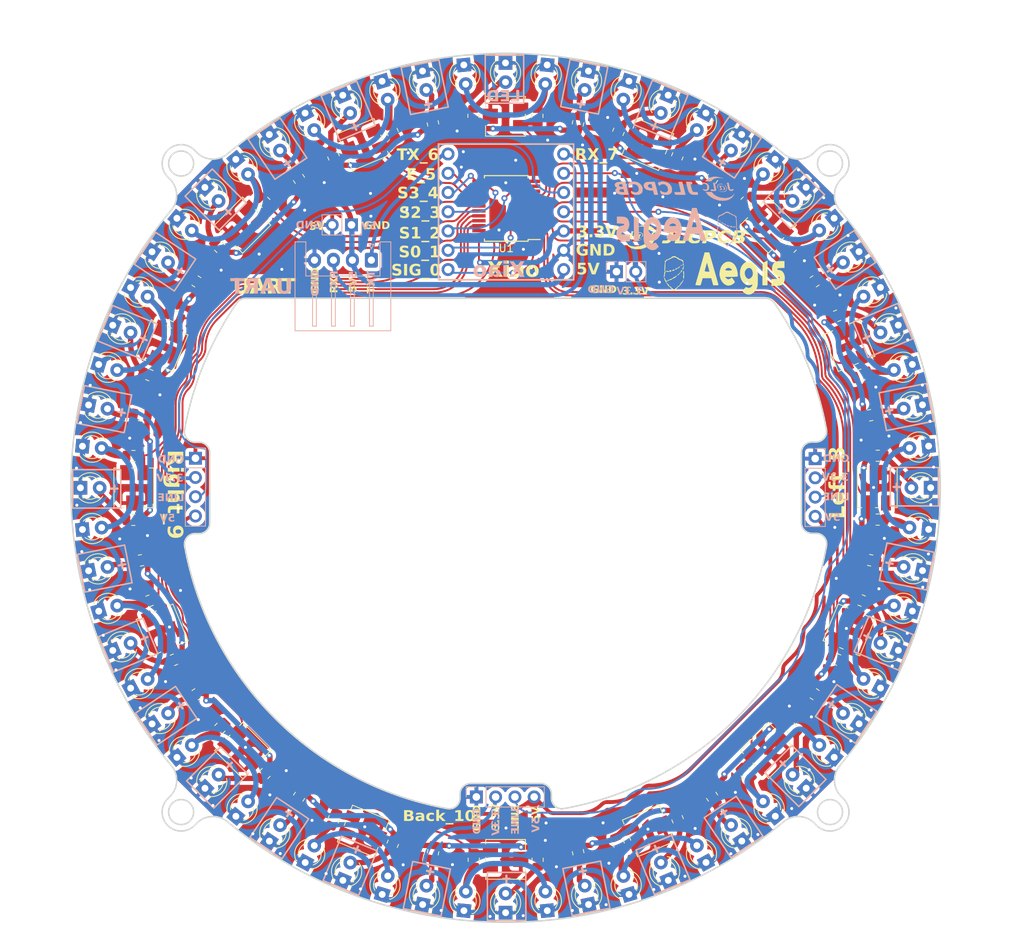
<source format=kicad_pcb>
(kicad_pcb (version 20221018) (generator pcbnew)
  (layers (0 "F.Cu" signal) (31 "B.Cu" signal) (34 "B.Paste" user) (35 "F.Paste" user) (36 "B.SilkS" user "B.Silkscreen") (37 "F.SilkS" user "F.Silkscreen") (38 "B.Mask" user) (39 "F.Mask" user) (44 "Edge.Cuts" user))
  (net 0 "")
  (net 1 "+5V")
  (net 2 "GND")
  (net 3 "Net-(D1-A)")
  (net 4 "Net-(D2-A)")
  (net 5 "Net-(D3-A)")
  (net 6 "Net-(D4-A)")
  (net 7 "Net-(D5-A)")
  (net 8 "Net-(D6-A)")
  (net 9 "Net-(D7-A)")
  (net 10 "Net-(D8-A)")
  (net 11 "Net-(D9-A)")
  (net 12 "Net-(D10-A)")
  (net 13 "Net-(D11-A)")
  (net 14 "Net-(D12-A)")
  (net 15 "Net-(D13-A)")
  (net 16 "Net-(D14-A)")
  (net 17 "Net-(D15-A)")
  (net 18 "Net-(D16-A)")
  (net 19 "Line_TX")
  (net 20 "Line_RX")
  (net 21 "+3.3V")
  (net 22 "Sensor_Back")
  (net 23 "Sensor_Right")
  (net 24 "Sensor_Left")
  (net 25 "Net-(Q1-E)")
  (net 26 "Net-(Q3-E)")
  (net 27 "Net-(Q5-E)")
  (net 28 "Net-(Q7-E)")
  (net 29 "Net-(Q10-E)")
  (net 30 "Net-(Q11-E)")
  (net 31 "Net-(Q13-E)")
  (net 32 "Net-(Q15-E)")
  (net 33 "Net-(Q17-E)")
  (net 34 "Net-(Q19-E)")
  (net 35 "Net-(Q21-E)")
  (net 36 "Net-(Q23-E)")
  (net 37 "Net-(Q25-E)")
  (net 38 "Net-(Q27-E)")
  (net 39 "Net-(Q29-E)")
  (net 40 "Net-(Q31-E)")
  (net 41 "1")
  (net 42 "2")
  (net 43 "3")
  (net 44 "4")
  (net 45 "5")
  (net 46 "6")
  (net 47 "7")
  (net 48 "8")
  (net 49 "9")
  (net 50 "10")
  (net 51 "11")
  (net 52 "12")
  (net 53 "13")
  (net 54 "14")
  (net 55 "15")
  (net 56 "16")
  (net 73 "Data_Line_sensor")
  (net 74 "S0")
  (net 75 "S1")
  (net 76 "S4")
  (net 77 "S3")
  (net 78 "E")
  (net 79 "Net-(D17-A)")
  (net 80 "Net-(D18-A)")
  (net 81 "Net-(D19-A)")
  (net 82 "Net-(D20-A)")
  (net 83 "Net-(D21-A)")
  (net 84 "Net-(D22-A)")
  (net 85 "Net-(D23-A)")
  (net 86 "Net-(D24-A)")
  (net 87 "Net-(D25-A)")
  (net 88 "Net-(D26-A)")
  (net 89 "Net-(D27-A)")
  (net 90 "Net-(D28-A)")
  (net 91 "Net-(D29-A)")
  (net 92 "Net-(D30-A)")
  (net 93 "Net-(D31-A)")
  (net 94 "Net-(D32-A)")
  (footprint "Resistor_SMD:R_0805_2012Metric" (layer "F.Cu") (at 172.41 45.27 90)
    (fp_text reference "R17" hide)
    (fp_text value "R")
  )
  (footprint "Potentiometer_SMD:Potentiometer_Vishay_TS53YJ_Vertical" (layer "F.Cu") (at 211.292211 128.975882 -135)
    (fp_text reference "RV7" hide)
    (fp_text value "R_Potentiometer_Trim_US")
  )
  (footprint "LED_THT:LED_D3.0mm_Clear" (layer "F.Cu") (at 198.08871 146.100036 112.5)
    (fp_text reference "D15" hide)
    (fp_text value "LED")
  )
  (footprint "Potentiometer_SMD:Potentiometer_Vishay_TS53YJ_Vertical" (layer "F.Cu") (at 131.362929 75.586481 67.5)
    (fp_text reference "RV14" hide)
    (fp_text value "R_Potentiometer_Trim_US")
  )
  (footprint "LED_THT:LED_D3.0mm_Clear" (layer "F.Cu") (at 232.403632 88.831719 -174.375)
    (fp_text reference "Q9" hide)
    (fp_text value "Q_Photo_NPN")
  )
  (footprint "Resistor_SMD:R_0805_2012Metric" (layer "F.Cu") (at 153.992808 138.045191 67.5)
    (fp_text reference "R10" hide)
    (fp_text value "R")
  )
  (footprint "LED_THT:LED_D3.0mm_Clear" (layer "F.Cu") (at 182.137478 150.097874 95.625)
    (fp_text reference "Q17" hide)
    (fp_text value "Q_Photo_NPN")
  )
  (footprint "Resistor_SMD:R_0805_2012Metric" (layer "F.Cu") (at 220.350948 116.976388 157.5)
    (fp_text reference "R6" hide)
    (fp_text value "R")
  )
  (footprint "Resistor_SMD:R_0805_2012Metric" (layer "F.Cu") (at 203.855156 53.584125 56.25)
    (fp_text reference "R20" hide)
    (fp_text value "R")
  )
  (footprint "LED_THT:LED_D3.0mm_Clear" (layer "F.Cu") (at 130.048803 125.470272 33.75)
    (fp_text reference "D22" hide)
    (fp_text value "LED")
  )
  (footprint "LED_THT:LED_D3.0mm_Clear" (layer "F.Cu") (at 232.405098 99.816837 174.375)
    (fp_text reference "Q10" hide)
    (fp_text value "Q_Photo_NPN")
  )
  (footprint "LED_THT:LED_D3.0mm_Clear" (layer "F.Cu") (at 133.325252 129.88682 39.375)
    (fp_text reference "Q22" hide)
    (fp_text value "Q_Photo_NPN")
  )
  (footprint "LED_THT:LED_D3.0mm_Clear" (layer "F.Cu") (at 198.074893 42.55768 -112.5)
    (fp_text reference "D3" hide)
    (fp_text value "LED")
  )
  (footprint "Potentiometer_SMD:Potentiometer_Vishay_TS53YJ_Vertical" (layer "F.Cu") (at 176.644953 143.33344 180)
    (fp_text reference "RV9" hide)
    (fp_text value "R_Potentiometer_Trim_US")
  )
  (footprint "Resistor_SMD:R_0805_2012Metric" (layer "F.Cu") (at 180.83 45.28 -90)
    (fp_text reference "R1" hide)
    (fp_text value "R")
  )
  (footprint "Resistor_SMD:R_0805_2012Metric" (layer "F.Cu") (at 149.419797 135.079315 -123.75)
    (fp_text reference "R36" hide)
    (fp_text value "R")
  )
  (footprint "Resistor_SMD:R_0805_2012Metric" (layer "F.Cu") (at 214.286842 62.611478 -135)
    (fp_text reference "R3" hide)
    (fp_text value "R")
  )
  (footprint "LED_THT:LED_D3.0mm_Clear" (layer "F.Cu") (at 124.863437 72.894306 -22.5)
    (fp_text reference "D27" hide)
    (fp_text value "LED")
  )
  (footprint "LED_THT:LED_D3.0mm_Clear" (layer "F.Cu") (at 228.411517 115.769135 157.5)
    (fp_text reference "D11" hide)
    (fp_text value "LED")
  )
  (footprint "Potentiometer_SMD:Potentiometer_Vishay_TS53YJ_Vertical" (layer "F.Cu") (at 141.993314 128.986455 135)
    (fp_text reference "RV11" hide)
    (fp_text value "R_Potentiometer_Trim_US")
  )
  (footprint "LED_THT:LED_D3.0mm_Clear" (layer "F.Cu") (at 207.763593 47.734736 -123.75)
    (fp_text reference "D4" hide)
    (fp_text value "LED")
  )
  (footprint "Resistor_SMD:R_0805_2012Metric" (layer "F.Cu") (at 167.08505 142.393345 -101.25)
    (fp_text reference "R34" hide)
    (fp_text value "R")
  )
  (footprint "LED_THT:LED_D3.0mm_Clear" (layer "F.Cu") (at 182.122595 38.564099 -95.625)
    (fp_text reference "Q2" hide)
    (fp_text value "Q_Photo_NPN")
  )
  (footprint "LED_THT:LED_D3.0mm_Clear" (layer "F.Cu") (at 171.137477 38.565565 -84.375)
    (fp_text reference "Q1" hide)
    (fp_text value "Q_Photo_NPN")
  )
  (footprint "Resistor_SMD:R_0805_2012Metric" (layer "F.Cu") (at 161.739582 47.40943 -67.5)
    (fp_text reference "R16" hide)
    (fp_text value "R")
  )
  (footprint "LED_THT:LED_D3.0mm_Clear" (layer "F.Cu") (at 121.676029 83.406834 -11.25)
    (fp_text reference "D26" hide)
    (fp_text value "LED")
  )
  (footprint "Potentiometer_SMD:Potentiometer_Vishay_TS53YJ_Vertical" (layer "F.Cu") (at 225.639196 94.324243 -90)
    (fp_text reference "RV5" hide)
    (fp_text value "R_Potentiometer_Trim_US")
  )
  (footprint "Potentiometer_SMD:Potentiometer_Vishay_TS53YJ_Vertical" (layer "F.Cu") (at 131.368651 113.090774 112.5)
    (fp_text reference "RV12" hide)
    (fp_text value "R_Potentiometer_Trim_US")
  )
  (footprint "Resistor_SMD:R_0805_2012Metric" (layer "F.Cu") (at 135.89819 121.561835 -146.25)
    (fp_text reference "R38" hide)
    (fp_text value "R")
  )
  (footprint "Resistor_SMD:R_0805_2012Metric" (layer "F.Cu") (at 220.346808 71.650935 22.5)
    (fp_text reference "R23" hide)
    (fp_text value "R")
  )
  (footprint "Resistor_SMD:R_0805_2012Metric" (layer "F.Cu") (at 203.867591 135.071006 -56.25)
    (fp_text reference "R30" hide)
    (fp_text value "R")
  )
  (footprint "LED_THT:LED_D3.0mm_Clear" (layer "F.Cu") (at 137.018821 133.960953 45)
    (fp_text reference "D21" hide)
    (fp_text value "LED")
  )
  (footprint "LED_THT:LED_D3.0mm_Clear" (layer "F.Cu") (at 127.221028 120.753843 28.125)
    (fp_text reference "Q23" hide)
    (fp_text value "Q_Photo_NPN")
  )
  (footprint "LED_THT:LED_D3.0mm_Clear" (layer "F.Cu") (at 127.213977 67.92279 -28.125)
    (fp_text reference "Q28" hide)
    (fp_text value "Q_Photo_NPN")
  )
  (footprint "LED_THT:LED_D3.0mm_Clear" (layer "F.Cu") (at 145.498925 47.743047 -56.25)
    (fp_text reference "D30" hide)
    (fp_text value "LED")
  )
  (footprint "Resistor_SMD:R_0805_2012Metric" (layer "F.Cu") (at 161.768045 141.27662 -112.5)
    (fp_text reference "R35" hide)
    (fp_text value "R")
  )
  (footprint "Resistor_SMD:R_0805_2012Metric" (layer "F.Cu") (at 191.53537 141.254011 112.5)
    (fp_text reference "R8" hide)
    (fp_text value "R")
  )
  (footprint "Resistor_SMD:R_0805_2012Metric" (layer "F.Cu") (at 225.689197 98.524244 180)
    (fp_text reference "R5" hide)
    (fp_text value "R")
  )
  (footprint "Resistor_SMD:R_0805_2012Metric" (layer "F.Cu") (at 217.376763 67.101607 33.75)
    (fp_text reference "R22" hide)
    (fp_text value "R")
  )
  (footprint "LED_THT:LED_D3.0mm_Clear" (layer "F.Cu") (at 228.405794 72.880487 -157.5)
    (fp_text reference "D7" hide)
    (fp_text value "LED")
  )
  (footprint "LED_THT:LED_D3.0mm_Clear" (layer "F.Cu") (at 226.060977 120.740651 151.875)
    (fp_text reference "Q12" hide)
    (fp_text value "Q_Photo_NPN")
  )
  (footprint "LED_THT:LED_D3.0mm_Clear" (layer "F.Cu") (at 223.234461 125.457835 146.25)
    (fp_text reference "D12" hide)
    (fp_text value "LED")
  )
  (footprint "LED_THT:LED_D3.0mm_Clear" (layer "F.Cu") (at 176.63 38.295 -90)
    (fp_text reference "D1" hide)
    (fp_text value "LED")
  )
  (footprint "LED_THT:LED_D3.0mm_Clear" (layer "F.Cu") (at 123.015851 110.605478 16.875)
    (fp_text reference "Q24" hide)
    (fp_text value "Q_Photo_NPN")
  )
  (footprint "LED_THT:LED_D3.0mm_Clear" (layer "F.Cu") (at 212.192576 137.643945 129.375)
    (fp_text reference "Q14" hide)
    (fp_text value "Q_Photo_NPN")
  )
  (footprint "Potentiometer_SMD:Potentiometer_Vishay_TS53YJ_Vertical" (layer "F.Cu") (at 176.63 45.33)
    (fp_text reference "RV1" hide)
    (fp_text value "R_Potentiometer_Trim_US")
  )
  (footprint "LED_THT:LED_D3.0mm_Clear" (layer "F.Cu") (at 141.09394 137.653435 50.625)
    (fp_text reference "Q21" hide)
    (fp_text value "Q_Photo_NPN")
  )
  (footprint "LED_THT:LED_D3.0mm_Clear" (layer "F.Cu") (at 150.228546 143.75522 61.875)
    (fp_text reference "Q20" hide)
    (fp_text value "Q_Photo_NPN")
  )
  (footprint "LED_THT:LED_D3.0mm_Clear" (layer "F.Cu") (at 216.266709 133.950376 135)
    (fp_text reference "D13" hide)
    (fp_text value "LED")
  )
  (footprint "LED_THT:LED_D3.0mm_Clear" (layer "F.Cu") (at 141.082378 51.019492 -50.625)
    (fp_text reference "Q30" hide)
    (fp_text value "Q_Photo_NPN")
  )
  (footprint "Potentiometer_SMD:Potentiometer_Vishay_TS53YJ_Vertical" (layer "F.Cu") (at 221.906301 75.572666 -67.5)
    (fp_text reference "RV4" hide)
    (fp_text value "R_Potentiometer_Trim_US")
  )
  (footprint "LED_THT:LED_D3.0mm_Clear" (layer "F.Cu") (at 219.949703 58.776621 -140.625)
    (fp_text reference "Q6" hide)
    (fp_text value "Q_Photo_NPN")
  )
  (footprint "LED_THT:LED_D3.0mm_Clear" (layer "F.Cu") (at 137.008244 54.713065 -45)
    (fp_text reference "D29" hide)
    (fp_text value "LED")
  )
  (footprint "Resistor_SMD:R_0805_2012Metric" (layer "F.Cu") (at 138.956329 62.62912 135)
    (fp_text reference "R45" hide)
    (fp_text value "R")
  )
  (footprint "Potentiometer_SMD:Potentiometer_Vishay_TS53YJ_Vertical" (layer "F.Cu") (at 211.281638 59.676985 -45)
    (fp_text reference "RV3" hide)
    (fp_text value "R_Potentiometer_Trim_US")
  )
  (footprint "Resistor_SMD:R_0805_2012Metric" (layer "F.Cu") (at 199.282144 50.618249 -112.5)
    (fp_text reference "R2" hide)
    (fp_text value "R")
  )
  (footprint "Resistor_SMD:R_0805_2012Metric" (layer "F.Cu") (at 186.204573 142.390427 -78.75)
    (fp_text reference "R32" hide)
    (fp_text value "R")
  )
  (footprint "LED_THT:LED_D3.0mm_Clear" (layer "F.Cu") (at 124.869161 115.782954 22.5)
    (fp_text reference "D23" hide)
    (fp_text value "LED")
  )
  (footprint "Potentiometer_SMD:Potentiometer_Vishay_TS53YJ_Vertical" (layer "F.Cu") (at 195.382715 49.057173 -22.5)
    (fp_text reference "RV2" hide)
    (fp_text value "R_Potentiometer_Trim_US")
  )
  (footprint "Package_SO:SSOP-24_5.3x8.2mm_P0.65mm" (layer "F.Cu") (at 176.73 57.49 180)
    (fp_text reference "U1")
    (fp_text value "CD74HC4067SM")
  )
  (footprint "Resistor_SMD:R_0805_2012Metric" (layer "F.Cu") (at 225.699194 90.104245)
    (fp_text reference "R25" hide)
    (fp_text value "R")
  )
  (footprint "LED_THT:LED_D3.0mm_Clear" (layer "F.Cu") (at 219.959191 129.875257 140.625)
    (fp_text reference "Q13" hide)
    (fp_text value "Q_Photo_NPN")
  )
  (footprint "LED_THT:LED_D3.0mm_Clear" (layer "F.Cu") (at 230.263445 110.591165 163.125)
    (fp_text reference "Q11" hide)
    (fp_text value "Q_Photo_NPN")
  )
  (footprint "LED_THT:LED_D3.0mm_Clear" (layer "F.Cu") (at 232.674197 94.324242 180)
    (fp_text reference "D9" hide)
    (fp_text value "LED")
  )
  (footprint "LED_THT:LED_D3.0mm_Clear" (layer "F.Cu") (at 230.259104 78.057963 -163.125)
    (fp_text reference "Q8" hide)
    (fp_text value "Q_Photo_NPN")
  )
  (footprint "LED_THT:LED_D3.0mm_Clear" (layer "F.Cu") (at 176.644955 150.368439 90)
    (fp_text reference "D17" hide)
    (fp_text value "LED")
  )
  (footprint "LED_THT:LED_D3.0mm_Clear" (layer "F.Cu") (at 130.040492 63.205606 -33.75)
    (fp_text reference "D28" hide)
    (fp_text value "LED")
  )
  (footprint "Potentiometer_SMD:Potentiometer_Vishay_TS53YJ_Vertical" (layer "F.Cu") (at 195.461603 139.563637 -157.5)
    (fp_text reference "RV8" hide)
    (fp_text value "R_Potentiometer_Trim_US")
  )
  (footprint "LED_THT:LED_D3.0mm_Clear" (layer "F.Cu") (at 203.059599 143.748169 118.125)
    (fp_text reference "Q15" hide)
    (fp_text value "Q_Photo_NPN")
  )
  (footprint "Resistor_SMD:R_0805_2012Metric" (layer "F.Cu") (at 128.575851 84.779294 168.75)
    (fp_text reference "R42" hide)
    (fp_text value "R")
  )
  (footprint "Resistor_SMD:R_0805_2012Metric" (layer "F.Cu") (at 127.575759 98.559192 180)
    (fp_text reference "R41" hide)
    (fp_text value "R")
  )
  (footprint "Resistor_SMD:R_0805_2012Metric" (layer "F.Cu") (at 199.318259 138.041052 -67.5)
    (fp_text reference "R31" hide)
    (fp_text value "R")
  )
  (footprint "Resistor_SMD:R_0805_2012Metric" (layer "F.Cu") (at 223.559767 79.433826 -157.5)
    (fp_text reference "R4" hide)
    (fp_text value "R")
  )
  (footprint "LED_THT:LED_D3.0mm_Clear" (layer "F.Cu") (at 133.315762 58.788184 -39.375)
    (fp_text reference "Q29" hide)
    (fp_text value "Q_Photo_NPN")
  )
  (footprint "Resistor_SMD:R_0805_2012Metric" (layer "F.Cu") (at 135.889881 67.114041 146.25)
    (fp_text reference "R44" hide)
    (fp_text value "R")
  )
  (footprint "LED_THT:LED_D3.0mm_Clear" (layer "F.Cu") (at 231.598926 105.256607 168.75)
    (fp_text reference "D10" hide)
    (fp_text value "LED")
  )
  (footprint "Potentiometer_SMD:Potentiometer_Vishay_TS53YJ_Vertical" (layer "F.Cu") (at 157.878422 49.062895 22.5)
    (fp_text reference "RV16" hide)
    (fp_text value "R_Potentiometer_Trim_US")
  )
  (footprint "LED_THT:LED_D3.0mm_Clear" (layer "F.Cu") (at 150.215356 44.915269 -61.875)
    (fp_text reference "Q31" hide)
    (fp_text value "Q_Photo_NPN")
  )
  (footprint "LED_THT:LED_D3.0mm_Clear" (layer "F.Cu") (at 226.053927 67.909598 -151.875)
    (fp_text reference "Q7" hide)
    (fp_text value "Q_Photo_NPN")
  )
  (footprint "LED_THT:LED_D3.0mm_Clear" (layer "F.Cu") (at 187.562365 39.370271 -101.25)
    (fp_text reference "D2" hide)
    (fp_text value "LED")
  )
  (footprint "Resistor_SMD:R_0805_2012Metric" (layer "F.Cu") (at 186.189905 46.270096 78.75)
    (fp_text reference "R18" hide)
    (fp_text value "R")
  )
  (footprint "LED_THT:LED_D3.0mm_Clear" (layer "F.Cu") (at 216.256134 54.702488 -135)
    (fp_text reference "D5" hide)
    (fp_text value "LED")
  )
  (footprint "Potentiometer_SMD:Potentiometer_Vishay_TS53YJ_Vertical" (layer "F.Cu") (at 127.635756 94.339197 90)
    (fp_text reference "RV13" hide)
    (fp_text value "R_Potentiometer_Trim_US")
  )
  (footprint "LED_THT:LED_D3.0mm_Clear" (layer "F.Cu") (at 171.15236 150.09934 84.375)
    (fp_text reference "Q18" hide)
    (fp_text value "Q_Photo_NPN")
  )
  (footprint "Resistor_SMD:R_0805_2012Metric" (layer "F.Cu") (at 172.444952 143.38344 90)
    (fp_text reference "R9" hide)
    (fp_text value "R")
  )
  (footprint "Resistor_SMD:R_0805_2012Metric" (layer "F.Cu") (at 132.924005 71.687052 -22.5)
    (fp_text reference "R14" hide)
    (fp_text value "R")
  )
  (footprint "Resistor_SMD:R_0805_2012Metric" (layer "F.Cu") (at 223.582377 109.201149 -22.5)
    (fp_text reference "R27" hide)
    (fp_text value "R")
  )
  (footprint "Resistor_SMD:R_0805_2012Metric" (layer "F.Cu") (at 224.6991 103.88415 -11.25)
    (fp_text reference "R26" hide)
    (fp_text value "R")
  )
  (footprint "LED_THT:LED_D3.0mm_Clear" (layer "F.Cu") (at 165.71259 149.293168 78.75)
    (fp_text reference "D18" hide)
    (fp_text value "LED")
  )
  (footprint "LED_THT:LED_D3.0mm_Clear" (layer "F.Cu") (at 155.186243 42.563405 -67.5)
    (fp_text reference "D31" hide)
    (fp_text value "LED")
  )
  (footprint "LED_THT:LED_D3.0mm_Clear" (layer "F.Cu") (at 121.678947 105.271277 11.25)
    (fp_text reference "D24" hide)
    (fp_text value "LED")
  )
  (footprint "JLCPCB:JLCPCB" (layer "F.Cu") (at 200.29 61.33)
    (fp_text reference "G***" hide)
    (fp_text value "LOGO" hide)
  )
  (footprint "LED_THT:LED_D3.0mm_Clear" (layer "F.Cu") (at 192.896923 40.705752 -106.875)
    (fp_text reference "Q3" hide)
    (fp_text value "Q_Photo_NPN")
  )
  (footprint "LED_THT:LED_D3.0mm_Clear" (layer "F.Cu") (at 155.200062 146.10576 67.5)
    (fp_text reference "D19" hide)
    (fp_text value "LED")
  )
  (footprint "Resistor_SMD:R_0805_2012Metric" (layer "F.Cu") (at 129.715186 109.229614 22.5)
    (fp_text reference "R12" hide)
    (fp_text value "R")
  )
  (footprint "LED_THT:LED_D3.0mm_Clear" (layer "F.Cu") (at 120.600758 94.339199)
    (fp_text reference "D25" hide)
    (fp_text value "LED")
  )
  (footprint "LED_THT:LED_D3.0mm_Clear" (layer "F.Cu") (at 160.363722 40.710093 -73.125)
    (fp_text reference "Q32" hide)
    (fp_text value "Q_Photo_NPN")
  )
  (footprint "Resistor_SMD:R_0805_2012Metric" (layer "F.Cu") (at 208.357719 131.981087 135)
    (fp_text reference "R7" hide)
    (fp_text value "R")
  )
  (footprint "LED_THT:LED_D3.0mm_Clear" (layer "F.Cu") (at 160.378032 147.957688 73.125)
    (fp_text reference "Q19" hide)
    (fp_text value "Q_Photo_NPN")
  )
  (footprint "Potentiometer_SMD:Potentiometer_Vishay_TS53YJ_Vertical" (layer "F.Cu") (at 221.912023 113.076959 -112.5)
    (fp_text reference "RV6" hide)
    (fp_text value "R_Potentiometer_Trim_US")
  )
  (footprint "Resistor_SMD:R_0805_2012Metric" (layer "F.Cu") (at 224.696183 84.764625 11.25)
    (fp_text reference "R24" hide)
    (fp_text value "R")
  )
  (footprint "Resistor_SMD:R_0805_2012Metric" (layer "F.Cu") (at 153.956695 50.622386 112.5)
    (fp_text reference "R47" hide)
    (fp_text value "R")
  )
  (footprint "LED_THT:LED_D3.0mm_Clear" (layer "F.Cu") (at 203.046409 44.90822 -118.125)
    (fp_text reference "Q4" hide)
    (fp_text value "Q_Photo_NPN")
  )
  (footprint "Resistor_SMD:R_0805_2012Metric" (layer "F.Cu") (at 208.340074 56.650568 45)
    (fp_text reference "R21" hide)
    (fp_text value "R")
  )
  (footprint "Resistor_SMD:R_0805_2012Metric" (layer "F.Cu") (at 129.692576 79.462288 157.5)
    (fp_text reference "R43" hide)
    (fp_text value "R")
  )
  (footprint "LED_THT:LED_D3.0mm_Clear" (layer "F.Cu") (at 192.911234 147.953346 106.875)
    (fp_text reference "Q16" hide)
    (fp_text value "Q_Photo_NPN")
  )
  (footprint "LED_THT:LED_D3.0mm_Clear" (layer "F.Cu") (at 207.776028 140.920394 123.75)
    (fp_text reference "D14" hide)
    (fp_text value "LED")
  )
  (footprint "Resistor_SMD:R_0805_2012Metric" (layer "F.Cu") (at 132.928143 117.012501 -157.5)
    (fp_text reference "R39" hide)
    (fp_text value "R")
  )
  (footprint "Resistor_SMD:R_0805_2012Metric" (layer "F.Cu") (at 144.917234 56.682354 -45)
    (fp_text reference "R15" hide)
    (fp_text value "R")
  )
  (footprint "LED_THT:LED_D3.0mm_Clear" (layer "F.Cu") (at 123.011509 78.072276 -16.875)
    (fp_text reference "Q27" hide)
    (fp_text value "Q_Photo_NPN")
  )
  (footprint "LED_THT:LED_D3.0mm_Clear" (layer "F.Cu") (at 223.226152 63.193169 -146.25)
    (fp_text reference "D6" hide)
    (fp_text value "LED")
  )
  (footprint "Potentiometer_SMD:Potentiometer_Vishay_TS53YJ_Vertical" (layer "F.Cu") (at 141.982741 59.687558 45)
    (fp_text reference "RV15" hide)
    (fp_text value "R_Potentiometer_Trim_US")
  )
  (footprint "LED_THT:LED_D3.0mm_Clear" (layer "F.Cu") (at 120.869857 88.846604 -5.625)
    (fp_text reference "Q26" hide)
    (fp_text value "Q_Photo_NPN")
  )
  (footprint "Potentiometer_SMD:Potentiometer_Vishay_TS53YJ_Vertical" (layer "F.Cu") (at 157.892237 139.606267 157.5)
    (fp_text reference "RV10" hide)
    (fp_text value "R_Potentiometer_Trim_US")
  )
  (footprint "Resistor_SMD:R_0805_2012Metric" (layer "F.Cu") (at 191.515858 47.382492 67.5)
    (fp_text reference "R19" hide)
    (fp_text value "R")
  )
  (footprint "Aegis:ver4" (layer "F.Cu") (at 205.13 65.89)
    (fp_text reference "G***" hide)
    (fp_text value "LOGO" hide)
  )
  (footprint "Resistor_SMD:R_0805_2012Metric" (layer "F.Cu") (at 127.585756 90.139196)
    (fp_text reference "R13" hide)
    (fp_text value "R")
  )
  (footprint "Resistor_SMD:R_0805_2012Metric" (layer "F.Cu") (at 180.864949 143.393437 -90)
    (fp_text reference "R33" hide)
    (fp_text value "R")
  )
  (footprint "Resistor_SMD:R_0805_2012Metric" (layer "F.Cu") (at 128.578769 103.898817 -168.75)
    (fp_text reference "R40" hide)
    (fp_text value "R")
  )
  (footprint "LED_THT:LED_D3.0mm_Clear" (layer "F.Cu") (at 212.181015 51.010006 -129.375)
    (fp_text reference "Q5" hide)
    (fp_text value "Q_Photo_NPN")
  )
  (footprint "Resistor_SMD:R_0805_2012Metric" (layer "F.Cu") (at 138.98811 126.051962 45)
    (fp_text reference "R11" hide)
    (fp_text value "R")
  )
  (footprint "Resistor_SMD:R_0805_2012Metric" (layer "F.Cu") (at 217.385071 121.549399 -33.75)
    (fp_text reference "R28" hide)
    (fp_text value "R")
  )
  (footprint "LED_THT:LED_D3.0mm_Clear" (layer "F.Cu") (at 120.871323 99.831722 5.625)
    (fp_text reference "Q25" hide)
    (fp_text value "Q_Photo_NPN")
  )
  (footprint "LED_THT:LED_D3.0mm_Clear" (layer "F.Cu") (at 145.511362 140.928705 56.25)
    (fp_text reference "D20" hide)
    (fp_text value "LED")
  )
  (footprint "LED_THT:LED_D3.0mm_Clear" (layer "F.Cu") (at 187.577033 149.29025 101.25)
    (fp_text reference "D16" hide)
    (fp_text value "LED")
  )
  (footprint "Resistor_SMD:R_0805_2012Metric" (layer "F.Cu") (at 144.934877 132.012867 -135)
    (fp_text reference "R37" hide)
    (fp_text value "R")
  )
  (footprint "LED_THT:LED_D3.0mm_Clear" (layer "F.Cu") (at 165.69792 39.373191 -78.75)
    (fp_text reference "D32" hide)
    (fp_text value "LED")
  )
  (footprint "LED_THT:LED_D3.0mm_Clear" (layer "F.Cu") (at 231.596008 83.392164 -168.75)
    (fp_text reference "D8" hide)
    (fp_text value "LED")
  )
  (footprint "Resistor_SMD:R_0805_2012Metric" (layer "F.Cu") (at 214.318625 126.034317 -45)
    (fp_text reference "R29" hide)
    (fp_text value "R")
  )
  (footprint "Resistor_SMD:R_0805_2012Metric" (layer "F.Cu") (at 167.070379 46.273013 101.25)
    (fp_text reference "R48" hide)
    (fp_text value "R")
  )
  (footprint "Resistor_SMD:R_0805_2012Metric" (layer "F.Cu") (at 149.407361 53.592434 123.75)
    (fp_text reference "R46" hide)
    (fp_text value "R")
  )
  (footprint "Aegis:ver4" (layer "B.Cu") (at 199.584609 60.025461 180)
    (fp_text reference "G***" hide)
    (fp_text value "LOGO" hide)
  )
  (footprint "Connector_PinHeader_2.54mm:PinHeader_1x04_P2.54mm_Vertical" (layer "B.Cu") (at 217.45 90.48 180)
    (fp_text reference "J4" hide)
    (fp_text value "Conn_01x04_Socket")
  )
  (footprint "Connector_PinHeader_2.54mm:PinHeader_1x02_P2.54mm_Vertical" (layer "B.Cu") (at 191.26 65.83 -90)
    (fp_text reference "C2" hide)
    (fp_text value "C")
  )
  (footprint "Connector_PinHeader_2.54mm:PinHeader_1x02_P2.54mm_Vertical" (layer "B.Cu") (at 156.33 59.66 90)
    (fp_text reference "C1" hide)
    (fp_text value "C")
  )
  (footprint "JLCPCB:JLCPCB" (layer "B.Cu") (at 198.995834 54.931167 180)
    (fp_text reference "G***" hide)
    (fp_text value "LOGO" hide)
  )
  (footprint "Connector_PinHeader_2.54mm:PinHeader_1x04_P2.54mm_Vertical" (layer "B.Cu") (at 135.76 90.43 180)
    (fp_text reference "J3" hide)
    (fp_text value "Conn_01x04_Socket")
  )
  (footprint "Seeeduino_Xiao:seeeduinoXIAO" (layer "B.Cu") (at 176.68 57.93 180)
    (fp_text reference "U2" hide)
    (fp_text value "Seeeduino_Xiao" hide)
  )
  (footprint "Connector_JST:JST_XH_S4B-XH-A_1x04_P2.50mm_Horizontal" (layer "B.Cu") (at 158.95 64.31 180)
    (fp_text reference "J1" hide)
    (fp_text value "Conn_01x04_Socket")
  )
  (footprint "Connector_PinHeader_2.54mm:PinHeader_1x04_P2.54mm_Vertical" (layer "B.Cu") (at 172.79 135.1 -90)
    (fp_text reference "J2" hide)
    (fp_text value "Conn_01x04_Socket")
  )
  (gr_poly (pts (xy 168.131316 150.819365) (xy 163.158734 149.830257) (xy 164.395605 143.61208) (xy 169.368188 144.601186)) (stroke (width 0.2)) (fill none) (layer "B.SilkS"))
  (gr_poly (pts (xy 233.699196 91.654244) (xy 233.699196 96.724244) (xy 227.359198 96.724247) (xy 227.359196 91.654244)) (stroke (width 0.2)) (fill none) (layer "B.SilkS"))
  (gr_poly (pts (xy 152.327236 42.638191) (xy 157.011305 40.697986) (xy 159.437518 46.555381) (xy 154.753449 48.495587)) (stroke (width 0.2)) (fill none) (layer "B.SilkS"))
  (gr_poly (pts (xy 119.575756 97.009196) (xy 119.575756 91.939196) (xy 125.915754 91.939195) (xy 125.915756 97.009196)) (stroke (width 0.2)) (fill none) (layer "B.SilkS"))
  (gr_poly (pts (xy 228.331005 70.02148) (xy 230.27121 74.705549) (xy 224.413817 77.131764) (xy 222.473609 72.447693)) (stroke (width 0.2)) (fill none) (layer "B.SilkS"))
  (gr_poly (pts (xy 215.092943 52.089729) (xy 218.677975 55.674761) (xy 214.194921 60.157819) (xy 210.609887 56.572786)) (stroke (width 0.2)) (fill none) (layer "B.SilkS"))
  (gr_poly (pts (xy 206.113028 45.399108) (xy 210.32858 48.215849) (xy 206.806268 53.487367) (xy 202.590714 50.670625)) (stroke (width 0.2)) (fill none) (layer "B.SilkS"))
  (gr_poly (pts (xy 200.947716 146.025249) (xy 196.263647 147.965454) (xy 193.837433 142.108061) (xy 198.521503 140.167853)) (stroke (width 0.2)) (fill none) (layer "B.SilkS"))
  (gr_poly (pts (xy 190.395694 149.774665) (xy 185.423113 150.763773) (xy 184.186239 144.545597) (xy 189.158822 143.556487)) (stroke (width 0.2)) (fill none) (layer "B.SilkS"))
  (gr_poly (pts (xy 120.149831 85.82556) (xy 121.138939 80.852978) (xy 127.357116 82.08985) (xy 126.36801 87.062432)) (stroke (width 0.2)) (fill none) (layer "B.SilkS"))
  (gr_poly (pts (xy 233.125121 102.83788) (xy 232.136013 107.810462) (xy 225.917836 106.573592) (xy 226.906942 101.601008)) (stroke (width 0.2)) (fill none) (layer "B.SilkS"))
  (gr_poly (pts (xy 210.565509 140.28928) (xy 206.349958 143.106021) (xy 202.827642 137.834507) (xy 207.043194 135.017763)) (stroke (width 0.2)) (fill none) (layer "B.SilkS"))
  (gr_poly (pts (xy 222.595036 60.403687) (xy 225.411777 64.619238) (xy 220.140263 68.141555) (xy 217.323519 63.926002)) (stroke (width 0.2)) (fill none) (layer "B.SilkS"))
  (gr_poly (pts (xy 138.182009 136.573711) (xy 134.596977 132.988679) (xy 139.080031 128.505623) (xy 142.665065 132.090654)) (stroke (width 0.2)) (fill none) (layer "B.SilkS"))
  (gr_poly (pts (xy 157.274567 148.074501) (xy 152.590497 146.134296) (xy 155.016708 140.276901) (xy 159.700779 142.217105)) (stroke (width 0.2)) (fill none) (layer "B.SilkS"))
  (gr_poly (pts (xy 147.161924 143.264332) (xy 142.946372 140.447591) (xy 146.468685 135.176075) (xy 150.684238 137.992815)) (stroke (width 0.2)) (fill none) (layer "B.SilkS"))
  (gr_poly (pts (xy 179.314952 151.39344) (xy 174.244952 151.39344) (xy 174.24495 145.053442) (xy 179.314952 145.05344)) (stroke (width 0.2)) (fill none) (layer "B.SilkS"))
  (gr_poly (pts (xy 185.143636 37.844075) (xy 190.116218 38.833183) (xy 188.879348 45.051361) (xy 183.906764 44.062254)) (stroke (width 0.2)) (fill none) (layer "B.SilkS"))
  (gr_poly (pts (xy 225.570088 123.807272) (xy 222.753347 128.022824) (xy 217.48183 124.500512) (xy 220.298571 120.284958)) (stroke (width 0.2)) (fill none) (layer "B.SilkS"))
  (gr_poly (pts (xy 230.380257 113.694629) (xy 228.440052 118.378699) (xy 222.582657 115.952489) (xy 224.522861 111.268417)) (stroke (width 0.2)) (fill none) (layer "B.SilkS"))
  (gr_rect (start 173.96 37.27) (end 179.03 43.61) (stroke (width 0.2)) (fill none) (layer "B.SilkS"))
  (gr_rect (start 167.805 66.9) (end 185.62 49) (stroke (width 0.2)) (fill none) (layer "B.SilkS"))
  (gr_poly (pts (xy 196.000385 40.588939) (xy 200.684455 42.529144) (xy 198.258245 48.38654) (xy 193.574173 46.446335)) (stroke (width 0.2)) (fill none) (layer "B.SilkS"))
  (gr_poly (pts (xy 130.679916 128.259753) (xy 127.863175 124.044202) (xy 133.134689 120.521887) (xy 135.951433 124.737438)) (stroke (width 0.2)) (fill none) (layer "B.SilkS"))
  (gr_poly (pts (xy 127.704864 64.856168) (xy 130.521605 60.640616) (xy 135.793121 64.16293) (xy 132.976381 68.378482)) (stroke (width 0.2)) (fill none) (layer "B.SilkS"))
  (gr_poly (pts (xy 218.879467 132.787187) (xy 215.294435 136.372219) (xy 210.811378 131.889165) (xy 214.39641 128.304131)) (stroke (width 0.2)) (fill none) (layer "B.SilkS"))
  (gr_poly (pts (xy 121.194531 108.089938) (xy 120.205423 103.117357) (xy 126.423599 101.880484) (xy 127.412709 106.853066)) (stroke (width 0.2)) (fill none) (layer "B.SilkS"))
  (gr_poly (pts (xy 122.894695 74.968811) (xy 124.8349 70.284741) (xy 130.692295 72.710953) (xy 128.752091 77.395023)) (stroke (width 0.2)) (fill none) (layer "B.SilkS"))
  (gr_poly (pts (xy 124.943947 118.64196) (xy 123.003742 113.957891) (xy 128.861135 111.531678) (xy 130.801343 116.215747)) (stroke (width 0.2)) (fill none) (layer "B.SilkS"))
  (gr_poly (pts (xy 134.395485 55.876253) (xy 137.980517 52.291221) (xy 142.463573 56.774277) (xy 138.878542 60.359309)) (stroke (width 0.2)) (fill none) (layer "B.SilkS"))
  (gr_poly (pts (xy 162.879258 38.888775) (xy 167.851839 37.899667) (xy 169.088712 44.117845) (xy 164.11613 45.106953)) (stroke (width 0.2)) (fill none) (layer "B.SilkS"))
  (gr_poly (pts (xy 142.709443 48.37416) (xy 146.924994 45.557419) (xy 150.447309 50.828935) (xy 146.231758 53.645677)) (stroke (width 0.2)) (fill none) (layer "B.SilkS"))
  (gr_poly (pts (xy 232.080421 80.573502) (xy 233.069529 85.546083) (xy 226.851353 86.782958) (xy 225.862243 81.810374)) (stroke (width 0.2)) (fill none) (layer "B.SilkS"))
  (gr_rect (start 167.805 49) (end 185.62 66.9) (stroke (width 0.2)) (fill none) (layer "F.SilkS"))
  (gr_arc (start 218.947656 86.647123) (mid 218.644967 87.794461) (end 217.570193 88.297319) (stroke (width 0.2)) (layer "Edge.Cuts"))
  (gr_arc (start 220.868463 135.024758) (mid 219.992911 133.040397) (end 220.683818 130.984447) (stroke (width 0.2)) (layer "Edge.Cuts"))
  (gr_arc (start 221.173476 135.329771) (mid 221.162142 138.876567) (end 217.615491 138.842565) (stroke (width 0.2)) (layer "Edge.Cuts"))
  (gr_arc (start 213.296328 138.37256) (mid 176.642304 151.63172) (end 139.987163 138.375648) (stroke (width 0.2)) (layer "Edge.Cuts"))
  (gr_arc (start 139.983452 50.29088) (mid 176.637476 37.03172) (end 213.292617 50.287792) (stroke (width 0.2)) (layer "Edge.Cuts"))
  (gr_arc (start 135.946852 138.560293) (mid 137.931217 137.684731) (end 139.987163 138.375648) (stroke (width 0.2)) (layer "Edge.Cuts"))
  (gr_arc (start 141.229135 69.937489) (mid 141.730858 69.492363) (end 142.382044 69.33172) (stroke (width 0.2)) (layer "Edge.Cuts"))
  (gr_line (start 217.570193 88.297319) (end 217.039891 88.297319) (stroke (width 0.2)) (layer "Edge.Cuts"))
  (gr_circle (center 219.405708 51.565901) (end 217.755708 51.565901) (stroke (width 0.2)) (fill none) (layer "Edge.Cuts"))
  (gr_arc (start 217.039891 100.33172) (mid 216.049941 99.92167) (end 215.639891 98.93172) (stroke (width 0.2)) (layer "Edge.Cuts"))
  (gr_arc (start 132.59905 130.988158) (mid 133.289188 133.063325) (end 132.38728 135.055605) (stroke (width 0.2)) (layer "Edge.Cuts"))
  (gr_arc (start 217.332928 50.103147) (mid 215.348567 50.978699) (end 213.292617 50.287792) (stroke (width 0.2)) (layer "Edge.Cuts"))
  (gr_line (start 215.639891 89.697319) (end 215.639891 98.93172) (stroke (width 0.2)) (layer "Edge.Cuts"))
  (gr_arc (start 184.324487 136.639486) (mid 183.177149 136.336797) (end 182.674291 135.262023) (stroke (width 0.2)) (layer "Edge.Cuts"))
  (gr_line (start 181.274291 133.331721) (end 172.03989 133.331721) (stroke (width 0.2)) (layer "Edge.Cuts"))
  (gr_arc (start 213.296328 138.37256) (mid 215.371496 137.682421) (end 217.363775 138.58433) (stroke (width 0.2)) (layer "Edge.Cuts"))
  (gr_arc (start 134.332124 102.016317) (mid 134.634813 100.868977) (end 135.709587 100.366121) (stroke (width 0.2)) (layer "Edge.Cuts"))
  (gr_line (start 217.039891 100.33172) (end 217.576427 100.33172) (stroke (width 0.2)) (layer "Edge.Cuts"))
  (gr_line (start 137.639889 98.966121) (end 137.639889 89.73172) (stroke (width 0.2)) (layer "Edge.Cuts"))
  (gr_arc (start 135.641839 138.865306) (mid 132.095041 138.853973) (end 132.129045 135.307321) (stroke (width 0.2)) (layer "Edge.Cuts"))
  (gr_line (start 217.363775 138.58433) (end 217.615491 138.842565) (stroke (width 0.2)) (layer "Edge.Cuts"))
  (gr_line (start 136.239889 88.33172) (end 135.703353 88.33172) (stroke (width 0.2)) (layer "Edge.Cuts"))
  (gr_arc (start 136.239889 88.33172) (mid 137.229839 88.74177) (end 137.639889 89.73172) (stroke (width 0.2)) (layer "Edge.Cuts"))
  (gr_arc (start 137.639889 98.966121) (mid 137.229838 99.956069) (end 136.239889 100.366121) (stroke (width 0.2)) (layer "Edge.Cuts"))
  (gr_line (start 135.916005 50.07911) (end 135.664289 49.820875) (stroke (width 0.2)) (layer "Edge.Cuts"))
  (gr_arc (start 170.63989 134.731721) (mid 171.04994 133.741771) (end 172.03989 133.331721) (stroke (width 0.2)) (layer "Edge.Cuts"))
  (gr_circle (center 133.874072 137.097539) (end 132.224072 137.097539) (stroke (width 0.2)) (fill none) (layer "Edge.Cuts"))
  (gr_arc (start 181.274291 133.331721) (mid 182.26424 133.741772) (end 182.674291 134.731721) (stroke (width 0.2)) (layer "Edge.Cuts"))
  (gr_arc (start 212.050645 69.937489) (mid 216.387155 77.925776) (end 218.947656 86.647123) (stroke (width 0.2)) (layer "Edge.Cuts"))
  (gr_line (start 142.382044 69.33172) (end 210.897736 69.33172) (stroke (width 0.2)) (layer "Edge.Cuts"))
  (gr_arc (start 170.63989 135.268257) (mid 170.137471 136.342626) (end 168.990851 136.645929) (stroke (width 0.2)) (layer "Edge.Cuts"))
  (gr_arc (start 135.703353 88.33172) (mid 134.628984 87.829301) (end 134.325681 86.682681) (stroke (width 0.2)) (layer "Edge.Cuts"))
  (gr_line (start 132.38728 135.055605) (end 132.129045 135.307321) (stroke (width 0.2)) (layer "Edge.Cuts"))
  (gr_line (start 220.8925 53.607835) (end 221.150735 53.356119) (stroke (width 0.2)) (layer "Edge.Cuts"))
  (gr_arc (start 168.990851 136.645929) (mid 146.247077 124.750086) (end 134.332124 102.016317) (stroke (width 0.2)) (layer "Edge.Cuts"))
  (gr_line (start 135.709587 100.366121) (end 136.239889 100.366121) (stroke (width 0.2)) (layer "Edge.Cuts"))
  (gr_arc (start 210.897736 69.33172) (mid 211.548919 69.49238) (end 212.050645 69.937489) (stroke (width 0.2)) (layer "Edge.Cuts"))
  (gr_circle (center 219.405709 137.097538) (end 217.755709 137.097538) (stroke (width 0.2)) (fill none) (layer "Edge.Cuts"))
  (gr_arc (start 215.639891 89.697319) (mid 216.049942 88.70737) (end 217.039891 88.297319) (stroke (width 0.2)) (layer "Edge.Cuts"))
  (gr_line (start 170.63989 134.731721) (end 170.63989 135.268257) (stroke (width 0.2)) (layer "Edge.Cuts"))
  (gr_line (start 221.173476 135.329771) (end 220.868463 135.024758) (stroke (width 0.2)) (layer "Edge.Cuts"))
  (gr_circle (center 133.874071 51.565902) (end 132.224071 51.565902) (stroke (width 0.2)) (fill none) (layer "Edge.Cuts"))
  (gr_arc (start 132.106304 53.333669) (mid 132.117657 49.786891) (end 135.664289 49.820875) (stroke (width 0.2)) (layer "Edge.Cuts"))
  (gr_arc (start 220.68073 57.675282) (mid 233.93989 94.329306) (end 220.683818 130.984447) (stroke (width 0.2)) (layer "Edge.Cuts"))
  (gr_arc (start 218.954099 101.980759) (mid 207.058256 124.724533) (end 184.324487 136.639486) (stroke (width 0.2)) (layer "Edge.Cuts"))
  (gr_arc (start 217.576427 100.33172) (mid 218.650823 100.834127) (end 218.954099 101.980759) (stroke (width 0.2)) (layer "Edge.Cuts"))
  (gr_line (start 132.106304 53.333669) (end 132.411317 53.638682) (stroke (width 0.2)) (layer "Edge.Cuts"))
  (gr_line (start 182.674291 135.262023) (end 182.674291 134.731721) (stroke (width 0.2)) (layer "Edge.Cuts"))
  (gr_arc (start 134.325681 86.682681) (mid 136.885735 77.94248) (end 141.229135 69.937489) (stroke (width 0.2)) (layer "Edge.Cuts"))
  (gr_arc (start 139.983452 50.29088) (mid 137.908291 50.981013) (end 135.916005 50.07911) (stroke (width 0.2)) (layer "Edge.Cuts"))
  (gr_line (start 135.641839 138.865306) (end 135.946852 138.560293) (stroke (width 0.2)) (layer "Edge.Cuts"))
  (gr_line (start 217.637941 49.798134) (end 217.332928 50.103147) (stroke (width 0.2)) (layer "Edge.Cuts"))
  (gr_arc (start 217.637941 49.798134) (mid 221.184737 49.809468) (end 221.150735 53.356119) (stroke (width 0.2)) (layer "Edge.Cuts"))
  (gr_arc (start 132.59905 130.988158) (mid 119.33989 94.334134) (end 132.595962 57.678993) (stroke (width 0.2)) (layer "Edge.Cuts"))
  (gr_arc (start 220.68073 57.675282) (mid 219.990591 55.600114) (end 220.8925 53.607835) (stroke (width 0.2)) (layer "Edge.Cuts"))
  (gr_arc (start 132.411317 53.638682) (mid 133.286868 55.623043) (end 132.595962 57.678993) (stroke (width 0.2)) (layer "Edge.Cuts"))
  (gr_text "＋" (at 186.053936 146.117999 11.25) (layer "B.SilkS") (effects (font (size 1.5 1.5) (thickness 0.3) bold) (justify left bottom)))
  (gr_text "5V" (at 181.252 137.74 90) (layer "B.SilkS") (effects (font (size 1 1) (thickness 0.2) bold) (justify left bottom mirror)))
  (gr_text "TX" (at 159.562 65.64 90) (layer "B.SilkS") (effects (font (size 1 1) (thickness 0.2) bold) (justify left bottom mirror)))
  (gr_text "＋" (at 197.573538 46.040696 157.5) (layer "B.SilkS") (effects (font (size 1.5 1.5) (thickness 0.3) bold) (justify left bottom)))
  (gr_text "＋" (at 167.224954 42.54344 -168.75) (layer "B.SilkS") (effects (font (size 1.5 1.5) (thickness 0.3) bold) (justify left bottom)))
  (gr_text "GND" (at 152.47 60.31) (layer "B.SilkS") (effects (font (size 1 1) (thickness 0.25) bold) (justify left bottom mirror)))
  (gr_text "＋" (at 165.528688 145.778325 -11.25) (layer "B.SilkS") (effects (font (size 1.5 1.5) (thickness 0.3) bold) (justify left bottom)))
  (gr_text "LINE" (at 178.552 136.53 90) (layer "B.SilkS") (effects (font (size 1 1) (thickness 0.2) bold) (justify left bottom mirror)))
  (gr_text "＋" (at 125.187904 83.214516 -101.25) (layer "B.SilkS") (effects (font (size 1.5 1.5) (thickness 0.3) bold) (justify left bottom)))
  (gr_text "Xiao" (at 179.225 66.84) (layer "B.SilkS") (effects (font (size 2 2) (thickness 0.3) bold) (justify left bottom mirror)))
  (gr_text "3.3V" (at 134.18 93.67) (layer "B.SilkS") (effects (font (size 1 1) (thickness 0.2) bold) (justify left bottom mirror)))
  (gr_text "＋" (at 138.819554 130.930935 -45) (layer "B.SilkS") (effects (font (size 1.5 1.5) (thickness 0.3) bold) (justify left bottom)))
  (gr_text "＋" (at 206.592109 51.054047 146.25) (layer "B.SilkS") (effects (font (size 1.5 1.5) (thickness 0.3) bold) (justify left bottom)))
  (gr_text "＋" (at 205.154901 138.57248 33.75) (layer "B.SilkS") (effects (font (size 1.5 1.5) (thickness 0.3) bold) (justify left bottom)))
  (gr_text "＋" (at 157.302887 45.375557 -157.5) (layer "B.SilkS") (effects (font (size 1.5 1.5) (thickness 0.3) bold) (justify left bottom)))
  (gr_text "GND" (at 190.93 68.81) (layer "B.SilkS") (effects (font (size 1 1) (thickness 0.25) bold) (justify left bottom mirror)))
  (gr_text "＋" (at 229.263274 95.204097 90) (layer "B.SilkS") (effects (font (size 1.5 1.5) (thickness 0.3) bold) (justify left bottom)))
  (gr_text "LED" (at 178.63 43.64) (layer "B.SilkS") (effects (font (size 1.5 1.5) (thickness 0.3) bold) (justify left bottom mirror)))
  (gr_text "＋" (at 155.705348 142.620743 -22.5) (layer "B.SilkS") (effects (font (size 1.5 1.5) (thickness 0.3) bold) (justify left bottom)))
  (gr_text "＋" (at 225.589157 74.998095 112.5) (layer "B.SilkS") (effects (font (size 1.5 1.5) (thickness 0.3) bold) (justify left bottom)))
  (gr_text "＋" (at 195.976003 143.28588 22.5) (layer "B.SilkS") (effects (font (size 1.5 1.5) (thickness 0.3) bold) (justify left bottom)))
  (gr_text "＋" (at 187.750202 42.883113 168.75) (layer "B.SilkS") (effects (font (size 1.5 1.5) (thickness 0.3) bold) (justify left bottom)))
  (gr_text "＋" (at 124.857609 103.741279 -78.75) (layer "B.SilkS") (effects (font (size 1.5 1.5) (thickness 0.3) bold) (justify left bottom)))
  (gr_text "GND" (at 221.96688 91.09) (layer "B.SilkS") (effects (font (size 1 1) (thickness 0.25) bold) (justify left bottom mirror)))
  (gr_text "5V" (at 159.67 60.43) (layer "B.SilkS") (effects (font (size 1 1) (thickness 0.2) bold) (justify left bottom mirror)))
  (gr_text "＋" (at 146.686779 137.607392 -33.75) (layer "B.SilkS") (effects (font (size 1.5 1.5) (thickness 0.3) bold) (justify left bottom)))
  (gr_text "＋" (at 228.090985 105.446924 78.75) (layer "B.SilkS") (effects (font (size 1.5 1.5) (thickness 0.3) bold) (justify left bottom)))
  (gr_text "＋" (at 213.243594 132.15606 45) (layer "B.SilkS") (effects (font (size 1.5 1.5) (thickness 0.3) bold) (justify left bottom)))
  (gr_text "＋" (at 124.015614 93.457343 -90) (layer "B.SilkS") (effects (font (size 1.5 1.5) (thickness 0.3) bold) (justify left bottom)))
  (gr_text "RX" (at 154.672 65.68 90) (layer "B.SilkS") (effects (font (size 1 1) (thickness 0.2) bold) (justify left bottom mirror)))
  (gr_text "＋" (at 132.40313 122.84224 -56.25) (layer "B.SilkS") (effects (font (size 1.5 1.5) (thickness 0.3) bold) (justify left bottom)))
  (gr_text "＋" (at 140.035296 56.505381 -135) (layer "B.SilkS") (effects (font (size 1.5 1.5) (thickness 0.3) bold) (justify left bottom)))
  (gr_text "GND" (at 134.28 91.19) (layer "B.SilkS") (effects (font (size 1 1) (thickness 0.25) bold) (justify left bottom mirror)))
  (gr_text "＋" (at 175.77 146.96) (layer "B.SilkS") (effects (font (size 1.5 1.5) (thickness 0.3) bold) (justify left bottom)))
  (gr_text "LINE" (at 134.3 96.25) (layer "B.SilkS") (effects (font (size 1 1) (thickness 0.2) bold) (justify left bottom mirror)))
  (gr_text "＋" (at 228.421275 84.920161 101.25) (layer "B.SilkS") (effects (font (size 1.5 1.5) (thickness 0.3) bold) (justify left bottom)))
  (gr_text "LINE" (at 221.98688 96.15) (layer "B.SilkS") (effects (font (size 1 1) (thickness 0.2) bold) (justify left bottom mirror)))
  (gr_text "＋" (at 224.933401 115.270263 67.5) (layer "B.SilkS") (effects (font (size 1.5 1.5) (thickness 0.3) bold) (justify left bottom)))
  (gr_text "5V" (at 157.172 65.73 90) (layer "B.SilkS") (effects (font (size 1 1) (thickness 0.2) bold) (justify left bottom mirror)))
  (gr_text "＋" (at 128.345487 73.391176 -112.5) (layer "B.SilkS") (effects (font (size 1.5 1.5) (thickness 0.3) bold) (justify left bottom)))
  (gr_text "＋" (at 127.689734 113.663347 -67.5) (layer "B.SilkS") (effects (font (size 1.5 1.5) (thickness 0.3) bold) (justify left bottom)))
  (gr_text "3.3V" (at 221.86688 93.57) (layer "B.SilkS") (effects (font (size 1 1) (thickness 0.2) bold) (justify left bottom mirror)))
  (gr_text "3.3V" (at 175.972 136.65 90) (layer "B.SilkS") (effects (font (size 1 1) (thickness 0.2) bold) (justify left bottom mirror)))
  (gr_text "5V" (at 220.77688 98.85) (layer "B.SilkS") (effects (font (size 1 1) (thickness 0.2) bold) (justify left bottom mirror)))
  (gr_text "＋" (at 148.123984 50.088959 -146.25) (layer "B.SilkS") (effects (font (size 1.5 1.5) (thickness 0.3) bold) (justify left bottom)))
  (gr_text "GND" (at 152.172 65.61 90) (layer "B.SilkS") (effects (font (size 1 1) (thickness 0.25) bold) (justify left bottom mirror)))
  (gr_text "＋" (at 133.358836 64.372608 -123.75) (layer "B.SilkS") (effects (font (size 1.5 1.5) (thickness 0.3) bold) (justify left bottom)))
  (gr_text "3.3V" (at 194.8 69.01) (layer "B.SilkS") (effects (font (size 1 1) (thickness 0.2) bold) (justify left bottom mirror)))
  (gr_text "＋" (at 220.875756 65.819197 123.75) (layer "B.SilkS") (effects (font (size 1.5 1.5) (thickness 0.3) bold) (justify left bottom)))
  (gr_text "＋" (at 219.92005 124.288833 56.25) (layer "B.SilkS") (effects (font (size 1.5 1.5) (thickness 0.3) bold) (justify left bottom)))
  (gr_text "5V" (at 133.09 98.95) (layer "B.SilkS") (effects (font (size 1 1) (thickness 0.2) bold) (justify left bottom mirror)))
  (gr_text "UART" (at 148.62 69.06) (layer "B.SilkS") (effects (font (size 2 2) (thickness 0.4) bold) (justify left bottom mirror)))
  (gr_text "GND" (at 173.492 136.55 90) (layer "B.SilkS") (effects (font (size 1 1) (thickness 0.25) bold) (justify left bottom mirror)))
  (gr_text "＋" (at 214.459337 57.730503 135) (layer "B.SilkS") (effects (font (size 1.5 1.5) (thickness 0.3) bold) (justify left bottom)))
  (gr_text "Xiao" (at 174.2 66.84) (layer "F.SilkS") (effects (font (size 2 2) (thickness 0.3) bold) (justify left bottom)))
  (gr_text "GND" (at 157.941278 60.37) (layer "F.SilkS") (effects (font (size 1 1) (thickness 0.25) bold) (justify left bottom)))
  (gr_text "E_5" (at 163.54 53.96) (layer "F.SilkS") (effects (font (size 1.5 1.5) (thickness 0.2) bold) (justify left bottom)))
  (gr_text "5V" (at 185.97 66.44) (layer "F.SilkS") (effects (font (size 1.5 1.5) (thickness 0.2) bold) (justify left bottom)))
  (gr_text "5V" (at 150.741278 60.49) (layer "F.SilkS") (effects (font (size 1 1) (thickness 0.2) bold) (justify left bottom)))
  (gr_text "TX_6" (at 162.28 51.35) (layer "F.SilkS") (effects (font (size 1.5 1.5) (thickness 0.2) bold) (justify left bottom)))
  (gr_text "RX_7\n\n" (at 185.77 53.85) (layer "F.SilkS") (effects (font (size 1.5 1.5) (thickness 0.2) bold) (justify left bottom)))
  (gr_text "LINE" (at 178.55 139.65 90) (layer "F.SilkS") (effects (font (size 1 1) (thickness 0.2) bold) (justify left bottom)))
  (gr_text "GND" (at 187.82 68.81) (layer "F.SilkS") (effects (font (size 1 1) (thickness 0.25) bold) (justify left bottom)))
  (gr_text "5V" (at 181.25 138.44 90) (layer "F.SilkS") (effects (font (size 1 1) (thickness 0.2) bold) (justify left bottom)))
  (gr_text "GND" (at 152.16 68.74 90) (layer "F.SilkS") (effects (font (size 1 1) (thickness 0.25) bold) (justify left bottom)))
  (gr_text "3.3V" (at 186.04 61.54) (layer "F.SilkS") (effects (font (size 1.5 1.5) (thickness 0.2) bold) (justify left bottom)))
  (gr_text "Left_8" (at 221.64 98.46 90) (layer "F.SilkS") (effects (font (size 2 2) (thickness 0.4) bold) (justify left bottom)))
  (gr_text "S3_4\n\n" (at 162.35 58.93) (layer "F.SilkS") (effects (font (size 1.5 1.5) (thickness 0.2) bold) (justify left bottom)))
  (gr_text "Back_10\n" (at 163.07 138.51) (layer "F.SilkS") (effects (font (size 1.4 1.5) (thickness 0.35) bold) (justify left bottom)))
  (gr_text "RX" (at 154.66 68.67 90) (layer "F.SilkS") (effects (font (size 1 1) (thickness 0.2) bold) (justify left bottom)))
  (gr_text "S2_3\n" (at 162.58 59) (layer "F.SilkS") (effects (font (size 1.5 1.5) (thickness 0.2) bold) (justify left bottom)))
  (gr_text "SIG_0" (at 161.56 66.59) (layer "F.SilkS") (effects (font (size 1.5 1.5) (thickness 0.2) bold) (justify left bottom)))
  (gr_text "UART" (at 140.7 69.06) (layer "F.SilkS") (effects (font (size 2 2) (thickness 0.4) bold) (justify left bottom)))
  (gr_text "GND" (at 185.9 63.96) (layer "F.SilkS") (effects (font (size 1.5 1.5) (thickness 0.25) bold) (justify left bottom)))
  (gr_text "S1_2" (at 162.57 61.71) (layer "F.SilkS") (effects (font (size 1.5 1.5) (thickness 0.2) bold) (justify left bottom)))
  (gr_text "3.3V" (at 192 69.01) (layer "F.SilkS") (effects (font (size 1 1) (thickness 0.2) bold) (justify left bottom)))
  (gr_text "5V" (at 157.16 68.62 90) (layer "F.SilkS") (effects (font (size 1 1) (thickness 0.2) bold) (justify left bottom)))
  (gr_text "TX" (at 159.55 68.71 90) (layer "F.SilkS") (effects (font (size 1 1) (thickness 0.2) bold) (justify left bottom)))
  (gr_text "S0_1" (at 162.54 64.19) (layer "F.SilkS") (effects (font (size 1.5 1.5) (thickness 0.2) bold) (justify left bottom)))
  (gr_text "GND" (at 173.49 139.63 90) (layer "F.SilkS") (effects (font (size 1 1) (thickness 0.25) bold) (justify left bottom)))
  (gr_text "Right_9\n" (at 131.78 89.32 -90) (layer "F.SilkS") (effects (font (size 2 2) (thickness 0.4) bold) (justify left bottom)))
  (gr_text "3.3V" (at 175.97 139.53 90) (layer "F.SilkS") (effects (font (size 1 1) (thickness 0.2) bold) (justify left bottom)))
  (segment (start 161.432527 139.438587) (end 162.117244 140.123304) (width 0.7) (layer "F.Cu") (net 1))
  (segment (start 139.601564 63.274355) (end 140.934355 63.274355) (width 0.7) (layer "F.Cu") (net 1))
  (segment (start 132.12 78.84) (end 131.581877 79.378123) (width 0.7) (layer "F.Cu") (net 1))
  (segment (start 180.41 135.1) (end 180.41 136.64) (width 0.7) (layer "F.Cu") (net 1))
  (segment (start 172.894607 46.667107) (end 172.41 46.1825) (width 0.7) (layer "F.Cu") (net 1))
  (segment (start 211.97 63.67) (end 212.22 63.92) (width 0.7) (layer "F.Cu") (net 1))
  (segment (start 223.801216 84.942645) (end 223.801216 83.441216) (width 0.7) (layer "F.Cu") (net 1))
  (segment (start 180.41 142.025988) (end 180.864949 142.480937) (width 0.7) (layer "F.Cu") (net 1))
  (segment (start 150.451585 53.658415) (end 150.61 53.5) (width 0.7) (layer "F.Cu") (net 1))
  (segment (start 136.648597 67.620999) (end 136.648597 66.227325) (width 0.7) (layer "F.Cu") (net 1))
  (segment (start 223.801216 83.441216) (end 223.68 83.32) (width 0.7) (layer "F.Cu") (net 1))
  (segment (start 140.934355 63.274355) (end 141.02 63.36) (width 0.7) (layer "F.Cu") (net 1))
  (segment (start 147.547678 133.335198) (end 145.580112 131.367632) (width 0.7) (layer "F.Cu") (net 1))
  (segment (start 156.19 51.79) (end 154.630468 51.79) (width 0.7) (layer "F.Cu") (net 1))
  (segment (start 161.432527 139.371712) (end 161.432527 139.438587) (width 0.7) (layer "F.Cu") (net 1))
  (segment (start 135.928938 109.828938) (end 136.007107 109.907107) (width 0.5) (layer "F.Cu") (net 1))
  (segment (start 222.011012 109.27) (end 221.19 109.27) (width 0.7) (layer "F.Cu") (net 1))
  (segment (start 180.11795 141.733938) (end 180.864949 142.480937) (width 0.7) (layer "F.Cu") (net 1))
  (segment (start 167.210063 137.34) (end 175.002213 137.34) (width 0.5) (layer "F.Cu") (net 1))
  (segment (start 197.455 136.885) (end 197.783952 136.885) (width 0.7) (layer "F.Cu") (net 1))
  (segment (start 207.694839 58.251741) (end 207.694839 57.295803) (width 0.7) (layer "F.Cu") (net 1))
  (segment (start 180.825 135.965) (end 181.05 135.74) (width 0.5) (layer "F.Cu") (net 1))
  (segment (start 134.92 69.42) (end 134.9 69.42) (width 0.7) (layer "F.Cu") (net 1))
  (segment (start 183.985063 47.165063) (end 186.011885 47.165063) (width 0.7) (layer "F.Cu") (net 1))
  (segment (start 167.248399 47.16798) (end 168.233884 46.182495) (width 0.7) (layer "F.Cu") (net 1))
  (segment (start 167.248399 47.16798) (end 166.066234 47.16798) (width 0.7) (layer "F.Cu") (net 1))
  (segment (start 188.08 141.23) (end 188.09 141.23) (width 0.7) (layer "F.Cu") (net 1))
  (segment (start 134.92 69.4) (end 134.92 69.42) (width 0.7) (layer "F.Cu") (net 1))
  (segment (start 129.38 85.048132) (end 129.470818 84.957314) (width 0.7) (layer "F.Cu") (net 1))
  (segment (start 133.88 99.93) (end 133.88 104.882334) (width 0.5) (layer "F.Cu") (net 1))
  (segment (start 191.166659 48.976659) (end 191.166659 48.225532) (width 0.7) (layer "F.Cu") (net 1))
  (segment (start 202.477679 53.472322) (end 203.348198 54.342841) (width 0.7) (layer "F.Cu") (net 1))
  (segment (start 190.815532 48.225532) (end 191.166659 48.225532) (width 0.7) (layer "F.Cu") (net 1))
  (segment (start 180.41 136.64) (end 180.41 136.38) (width 0.5) (layer "F.Cu") (net 1))
  (segment (start 128.488259 99.101741) (end 128.488259 98.559192) (width 0.7) (layer "F.Cu") (net 1))
  (segment (start 205.48 132.5) (end 203.66771 134.31229) (width 0.7) (layer "F.Cu") (net 1))
  (segment (start 169.21 141.55) (end 169.158378 141.498378) (width 0.7) (layer "F.Cu") (net 1))
  (segment (start 180.864949 142.480937) (end 183.647394 142.480937) (width 0.7) (layer "F.Cu") (net 1))
  (segment (start 224.82 87.402199) (end 224.82 90.070939) (width 0.7) (layer "F.Cu") (net 1))
  (segment (start 141.02 63.36) (end 141.13 63.36) (width 0.7) (layer "F.Cu") (net 1))
  (segment (start 218.28 118.89) (end 218.3 118.87) (width 0.7) (layer "F.Cu") (net 1))
  (segment (start 129.77 97.277451) (end 128.488259 98.559192) (width 0.7) (layer "F.Cu") (net 1))
  (segment (start 136.648597 67.620999) (end 136.648597 67.671403) (width 0.7) (layer "F.Cu") (net 1))
  (segment (start 151.29 135.66) (end 151.29 135.69) (width 0.7) (layer "F.Cu") (net 1))
  (segment (start 150.760556 55.197386) (end 150.451585 54.888415) (width 0.7) (layer "F.Cu") (net 1))
  (segment (start 224.82 90.070939) (end 224.786694 90.104245) (width 0.7) (layer "F.Cu") (net 1))
  (segment (start 223.68 83.32) (end 223.68 83.29) (width 0.7) (layer "F.Cu") (net 1))
  (segment (start 151.29 135.69) (end 151.21 135.61) (width 0.7) (layer "F.Cu") (net 1))
  (segment (start 149.36 54.905469) (end 149.914319 54.35115) (width 0.7) (layer "F.Cu") (net 1))
  (segment (start 179.316735 136.006735) (end 179.886735 136.006735) (width 0.5) (layer "F.Cu") (net 1))
  (segment (start 223.68 83.29) (end 223.65 83.29) (width 0.7) (layer "F.Cu") (net 1))
  (segment (start 217.65 108.690872) (end 217.65 109.139285) (width 0.5) (layer "F.Cu") (net 1))
  (segment (start 186.011885 47.165063) (end 186.344679 46.832269) (width 0.7) (layer "F.Cu") (net 1))
  (segment (start 149.926755 134.326755) (end 151.26 135.66) (width 0.7) (layer "F.Cu") (net 1))
  (segment (start 218.438584 69.428584) (end 216.618565 67.608565) (width 0.7) (layer "F.Cu") (net 1))
  (segment (start 211.97 63.67) (end 215.406888 67.106888) (width 0.7) (layer "F.Cu") (net 1))
  (segment (start 134.01 114.77) (end 133.990581 114.86) (width 0.7) (layer "F.Cu") (net 1))
  (segment (start 216.626355 121.042441) (end 216.626355 120.543645) (width 0.7) (layer "F.Cu") (net 1))
  (segment (start 181.35 136.04) (end 181.05 135.74) (width 0.5) (layer "F.Cu") (net 1))
  (segment (start 129.41 84.896496) (end 129.41 82.528934) (width 0.7) (layer "F.Cu") (net 1))
  (segment (start 167.26307 141.498378) (end 164.687913 141.498378) (width 0.7) (layer "F.Cu") (net 1))
  (segment (start 165.359127 47.460873) (end 165.05 47.77) (width 0.7) (layer "F.Cu") (net 1))
  (segment (start 190.35538 135.78) (end 190.034214 135.78) (width 0.5) (layer "F.Cu") (net 1))
  (segment (start 139.275919 63.6) (end 139.601564 63.274355) (width 0.7) (layer "F.Cu") (net 1))
  (segment (start 145.49 129.63) (end 145.580112 129.720112) (width 0.7) (layer "F.Cu") (net 1))
  (segment (start 172.0225 46.1825) (end 172.41 46.1825) (width 0.7) (layer "F.Cu") (net 1))
  (segment (start 208.39 59.93) (end 208.36 59.93) (width 0.7) (layer "F.Cu") (net 1))
  (segment (start 201.539689 136.133234) (end 203.360633 134.31229) (width 0.7) (layer "F.Cu") (net 1))
  (segment (start 191.735 49.545) (end 191.166659 48.976659) (width 0.7) (layer "F.Cu") (net 1))
  (segment (start 137.18 122.4) (end 137.18 121.577971) (width 0.7) (layer "F.Cu") (net 1))
  (segment (start 180.41 136.38) (end 180.825 135.965) (width 0.5) (layer "F.Cu") (net 1))
  (segment (start 137.18 121.577971) (end 136.656906 121.054877) (width 0.7) (layer "F.Cu") (net 1))
  (segment (start 214.635496 116.41704) (end 213.522893 117.529643) (width 0.5) (layer "F.Cu") (net 1))
  (segment (start 129.470818 84.957314) (end 129.41 84.896496) (width 0.7) (layer "F.Cu") (net 1))
  (segment (start 223.61 98.464578) (end 223.61 103.511997) (width 0.7) (layer "F.Cu") (net 1))
  (segment (start 224.34308 90.547859) (end 224.786694 90.104245) (width 0.7) (layer "F.Cu") (net 1))
  (segment (start 205.727322 55.328286) (end 207.694839 57.295803) (width 0.7) (layer "F.Cu") (net 1))
  (segment (start 222.739337 108.85195) (end 222.429062 108.85195) (width 0.7) (layer "F.Cu") (net 1))
  (segment (start 149.926755 134.320599) (end 149.926755 134.326755) (width 0.7) (layer "F.Cu") (net 1))
  (segment (start 217.45 98.1) (end 217.746878 98.396878) (width 0.5) (layer "F.Cu") (net 1))
  (segment (start 129.38 87.84) (end 129.38 85.048132) (width 0.7) (layer "F.Cu") (net 1))
  (segment (start 151.315279 52.794721) (end 150.61 53.5) (width 0.7) (layer "F.Cu") (net 1))
  (segment (start 205.48 132.09) (end 205.51 132.12) (width 0.7) (layer "F.Cu") (net 1))
  (segment (start 212.541762 119.898238) (end 201.11809 131.32191) (width 0.5) (layer "F.Cu") (net 1))
  (segment (start 162.117244 140.123304) (end 162.117244 140.43358) (width 0.7) (layer "F.Cu") (net 1))
  (segment (start 134.9 69.42) (end 134.97 69.35) (width 0.7) (layer "F.Cu") (net 1))
  (segment (start 149.36 55.056688) (end 149.36 54.905469) (width 0.7) (layer "F.Cu") (net 1))
  (segment (start 149.36 54.905469) (end 149.377054 54.888415) (width 0.7) (layer "F.Cu") (net 1))
  (segment (start 186.026553 141.49546) (end 187.82454 141.49546) (width 0.7) (layer "F.Cu") (net 1))
  (segment (start 186.344679 46.832269) (end 187.65427 46.832269) (width 0.7) (layer "F.Cu") (net 1))
  (segment (start 136.648597 67.671403) (end 134.92 69.4) (width 0.7) (layer "F.Cu") (net 1))
  (segment (start 219.45 102.508579) (end 219.45 104.345158) (width 0.5) (layer "F.Cu") (net 1))
  (segment (start 154.305894 51.465426) (end 154.15132 51.62) (width 0.7) (layer "F.Cu") (net 1))
  (segment (start 137.286972 112.996972) (end 137.367107 113.077107) (width 0.5) (layer "F.Cu") (net 1))
  (segment (start 221.19 109.27) (end 221.37 109.27) (width 0.7) (layer "F.Cu") (net 1))
  (segment (start 154.630468 51.79) (end 154.305894 51.465426) (width 0.7) (layer "F.Cu") (net 1))
  (segment (start 150.451585 54.888415) (end 150.451585 53.658415) (width 0.7) (layer "F.Cu") (net 1))
  (segment (start 223.555685 98.410263) (end 223.61 98.464578) (width 0.7) (layer "F.Cu") (net 1))
  (segment (start 218.660092 72.499908) (end 219.003994 72.499908) (width 0.7) (layer "F.Cu") (net 1))
  (segment (start 181.35 136.04) (end 181.275 135.965) (width 0.5) (layer "F.Cu") (net 1))
  (segment (start 205.51 132.12) (end 205.51 132.47) (width 0.7) (layer "F.Cu") (net 1))
  (segment (start 139.735911 118.795911) (end 152.124895 131.184895) (width 0.5) (layer "F.Cu") (net 1))
  (segment (start 129.473736 105.66) (end 129.473736 103.720797) (width 0.7) (layer "F.Cu") (net 1))
  (segment (start 223.804133 103.70613) (end 223.804133 106.28132) (width 0.7) (layer "F.Cu") (net 1))
  (segment (start 133.990581 116.443904) (end 134.01 114.77) (width 0.7) (layer "F.Cu") (net 1))
  (segment (start 223.61 103.511997) (end 223.804133 103.70613) (width 0.7) (layer "F.Cu") (net 1))
  (segment (start 216.618565 67.608565) (end 216.618047 67.608565) (width 0.7) (layer "F.Cu") (net 1))
  (segment (start 174.98 46.96) (end 173.601714 46.96) (width 0.7) (layer "F.Cu") (net 1))
  (segment (start 133.771183 116.663302) (end 133.990581 116.443904) (width 0.7) (layer "F.Cu") (net 1))
  (segment (start 149.914319 54.195681) (end 149.914319 54.35115) (width 0.7) (layer "F.Cu") (net 1))
  (segment (start 129.77 88.23) (end 129.38 87.84) (width 0.7) (layer "F.Cu") (net 1))
  (segment (start 180.41 136.53) (end 180.41 136.64) (width 0.5) (layer "F.Cu") (net 1))
  (segment (start 129.473736 103.720797) (end 128.488254 102.735315) (width 0.7) (layer "F.Cu") (net 1))
  (segment (start 163.630846 136.05) (end 164.095786 136.05) (width 0.5) (layer "F.Cu") (net 1))
  (segment (start 149.377054 54.888415) (end 150.451585 54.888415) (width 0.7) (layer "F.Cu") (net 1))
  (segment (start 183.8 46.98) (end 183.985063 47.165063) (width 0.7) (layer "F.Cu") (net 1))
  (segment (start 216.626355 120.543645) (end 218.28 118.89) (width 0.7) (layer "F.Cu") (net 1))
  (segment (start 178.68 141.733938) (end 180.11795 141.733938) (width 0.7) (layer "F.Cu") (net 1))
  (segment (start 133.771183 118.16915) (end 133.771183 116.663302) (width 0.7) (layer "F.Cu") (net 1))
  (segment (start 181.05 135.74) (end 180.41 135.1) (width 0.5) (layer "F.Cu") (net 1))
  (segment (start 186.509563 137.24) (end 182.964214 137.24) (width 0.5) (layer "F.Cu") (net 1))
  (segment (start 132.12 78.84) (end 131.79 79.17) (width 0.7) (layer "F.Cu") (net 1))
  (segment (start 203.66771 134.31229) (end 203.360633 134.31229) (width 0.7) (layer "F.Cu") (net 1))
  (segment (start 197.455 136.885) (end 198.656048 136.885) (width 0.7) (layer "F.Cu") (net 1))
  (segment (start 180.41 136.64) (end 180.41 142.025988) (width 0.7) (layer "F.Cu") (net 1))
  (segment (start 136.656906 121.054877) (end 136.142029 120.54) (width 0.7) (layer "F.Cu") (net 1))
  (segment (start 150.451585 54.888415) (end 149.914319 54.35115) (width 0.7) (layer "F.Cu") (net 1))
  (segment (start 145.580112 129.720112) (end 145.580112 131.367632) (width 0.7) (layer "F.Cu") (net 1))
  (segment (start 188.08 141.24) (end 188.08 141.23) (width 0.7) (layer "F.Cu") (net 1))
  (segment (start 179.64752 135.76752) (end 179.935 136.055) (width 0.5) (layer "F.Cu") (net 1))
  (segment (start 179.886735 136.006735) (end 179.935 136.055) (width 0.5) (layer "F.Cu") (net 1))
  (segment (start 223.65 83.29) (end 223.68 83.32) (width 0.7) (layer "F.Cu") (net 1))
  (segment (start 222.429062 108.85195) (end 222.011012 109.27) (width 0.7) (layer "F.Cu") (net 1))
  (segment (start 213.299445 125.389082) (end 213.67339 125.389082) (width 0.7) (layer "F.Cu") (net 1))
  (segment (start 202.477678 53.472322) (end 202.477679 53.472322) (width 0.7) (layer "F.Cu") (net 1))
  (segment (start 188.09 141.23) (end 188.05 141.27) (width 0.7) (layer "F.Cu") (net 1))
  (segment (start 169.158378 141.498378) (end 167.26307 141.498378) (width 0.7) (layer "F.Cu") (net 1))
  (segment (start 215.640925 123.421547) (end 213.67339 125.389082) (width 0.7) (layer "F.Cu") (net 1))
  (segment (start 205.48 132.09) (end 205.48 132.5) (width 0.7) (layer "F.Cu") (net 1))
  (segment (start 198.656048 136.885) (end 198.96906 137.198012) (width 0.7) (layer "F.Cu") (net 1))
  (segment (start 156.682893 133.072893) (end 156.8523 133.2423) (width 0.5) (layer "F.Cu") (net 1))
  (segment (start 150.61 53.5) (end 149.914319 54.195681) (width 0.7) (layer "F.Cu") (net 1))
  (segment (start 187.82454 141.49546) (end 188.08 141.24) (width 0.7) (layer "F.Cu") (net 1))
  (segment (start 151.26 135.66) (end 151.29 135.66) (width 0.7) (layer "F.Cu") (net 1))
  (segment (start 182.257107 136.947107) (end 181.35 136.04) (width 0.5) (layer "F.Cu") (net 1))
  (segment (start 219.003994 72.499908) (end 219.503768 72.000134) (width 0.7) (layer "F.Cu") (net 1))
  (segment (start 179.935 136.055) (end 180.41 136.53) (width 0.5) (layer "F.Cu") (net 1))
  (segment (start 181.275 135.965) (end 180.825 135.965) (width 0.5) (layer "F.Cu") (net 1))
  (via (at 211.39 126.18) (size 0.8) (drill 0.4) (layers "F.Cu" "B.Cu") (net 1))
  (via (at 218.660092 72.499908) (size 0.8) (drill 0.4) (layers "F.Cu" "B.Cu") (net 1))
  (via (at 174.98 46.96) (size 0.8) (drill 0.4) (layers "F.Cu" "B.Cu") (net 1))
  (via (at 129.77 88.23) (size 0.8) (drill 0.4) (layers "F.Cu" "B.Cu") (net 1))
  (via (at 221.19 109.27) (size 0.8) (drill 0.4) (layers "F.Cu" "B.Cu") (net 1))
  (via (at 223.68 83.29) (size 0.8) (drill 0.4) (layers "F.Cu" "B.Cu") (net 1))
  (via (at 165.05 47.77) (size 0.8) (drill 0.4) (layers "F.Cu" "B.Cu") (net 1))
  (via (at 132.12 78.84) (size 0.8) (drill 0.4) (layers "F.Cu" "B.Cu") (net 1))
  (via (at 169.21 141.55) (size 0.8) (drill 0.4) (layers "F.Cu" "B.Cu") (net 1))
  (via (at 129.473736 105.66) (size 0.8) (drill 0.4) (layers "F.Cu" "B.Cu") (net 1))
  (via (at 129.77 97.277451) (size 0.8) (drill 0.4) (layers "F.Cu" "B.Cu") (net 1))
  (via (at 211.97 63.67) (size 0.8) (drill 0.4) (layers "F.Cu" "B.Cu") (net 1))
  (via (at 151.29 135.66) (size 0.8) (drill 0.4) (layers "F.Cu" "B.Cu") (net 1))
  (via (at 161.432527 139.371712) (size 0.8) (drill 0.4) (layers "F.Cu" "B.Cu") (net 1))
  (via (at 205.48 132.09) (size 0.8) (drill 0.4) (layers "F.Cu" "B.Cu") (net 1))
  (via (at 208.39 59.93) (size 0.8) (drill 0.4) (layers "F.Cu" "B.Cu") (net 1))
  (via (at 202.477678 53.472322) (size 0.8) (drill 0.4) (layers "F.Cu" "B.Cu") (net 1))
  (via (at 197.455 136.885) (size 0.8) (drill 0.4) (layers "F.Cu" "B.Cu") (net 1))
  (via (at 148.7 56.65) (size 0.8) (drill 0.4) (layers "F.Cu" "B.Cu") (net 1))
  (via (at 178.68 141.733938) (size 0.8) (drill 0.4) (layers "F.Cu" "B.Cu") (net 1))
  (via (at 188.08 141.23) (size 0.8) (drill 0.4) (layers "F.Cu" "B.Cu") (net 1))
  (via (at 137.18 122.4) (size 0.8) (drill 0.4) (layers "F.Cu" "B.Cu") (net 1))
  (via (at 223.87 91.69) (size 0.8) (drill 0.4) (layers "F.Cu" "B.Cu") (net 1))
  (via (at 141.13 63.36) (size 0.8) (drill 0.4) (layers "F.Cu" "B.Cu") (net 1))
  (via (at 218.28 118.89) (size 0.8) (drill 0.4) (layers "F.Cu" "B.Cu") (net 1))
  (via (at 145.49 129.63) (size 0.8) (drill 0.4) (layers "F.Cu" "B.Cu") (net 1))
  (via (at 183.8 46.98) (size 0.8) (drill 0.4) (layers "F.Cu" "B.Cu") (net 1))
  (via (at 223.555685 98.410263) (size 0.8) (drill 0.4) (layers "F.Cu" "B.Cu") (net 1))
  (via (at 191.735 49.545) (size 0.8) (drill 0.4) (layers "F.Cu" "B.Cu") (net 1))
  (via (at 156.19 51.79) (size 0.8) (drill 0.4) (layers "F.Cu" "B.Cu") (net 1))
  (via (at 134.01 114.77) (size 0.8) (drill 0.4) (layers "F.Cu" "B.Cu") (net 1))
  (via (at 134.92 69.42) (size 0.8) (drill 0.4) (layers "F.Cu" "B.Cu") (net 1))
  (arc (start 175.002213 137.34) (mid 177.928868 136.757852) (end 180.41 135.1) (width 0.5) (layer "F.Cu") (net 1))
  (arc (start 154.15132 51.62) (mid 152.616459 51.9253) (end 151.315279 52.794721) (width 0.7) (layer "F.Cu") (net 1))
  (arc (start 203.348198 54.342841) (mid 204.635792 54.59895) (end 205.727322 55.328286) (width 0.7) (layer "F.Cu") (net 1))
  (arc (start 213.23 118.23675) (mid 213.30612 117.854067) (end 213.522893 117.529643) (width 0.5) (layer "F.Cu") (net 1))
  (arc (start 216.192893 112.657107) (mid 215.97612 112.98153) (end 215.9 113.364214) (width 0.5) (layer "F.Cu") (net 1))
  (arc (start 133.88 99.93) (mid 134.430639 98.600639) (end 135.76 98.05) (width 0.5) (layer "F.Cu") (net 1))
  (arc (start 211.39 126.18) (mid 212.26606 125.594636) (end 213.299445 125.389082) (width 0.7) (layer "F.Cu") (net 1))
  (arc (start 219.503768 72.000134) (mid 219.226936 70.608436) (end 218.438584 69.428584) (width 0.7) (layer "F.Cu") (net 1))
  (arc (start 139.735911 118.795911) (mid 138.199512 116.496527) (end 137.66 113.784214) (width 0.5) (layer "F.Cu") (net 1))
  (arc (start 214.635496 116.41704) (mid 215.571367 115.01641) (end 215.9 113.364214) (width 0.5) (layer "F.Cu") (net 1))
  (arc (start 187.65427 46.832269) (mid 189.365327 47.23349) (end 190.815532 48.225532) (width 0.7) (layer "F.Cu") (net 1))
  (arc (start 152.650009 55.98) (mid 155.252156 57.057844) (end 156.33 59.66) (width 0.7) (layer "F.Cu") (net 1))
  (arc (start 217.77082 108.399184) (mid 217.681401 108.533012) (end 217.65 108.690872) (width 0.5) (layer "F.Cu") (net 1))
  (arc (start 134.847107 107.217107) (mid 135.06388 107.54153) (end 135.14 107.924214) (width 0.5) (layer "F.Cu") (net 1))
  (arc (start 136.3 110.614214) (mid 136.556506 111.903752) (end 137.286972 112.996972) (width 0.5) (layer "F.Cu") (net 1))
  (arc (start 135.928938 109.828938) (mid 135.345039 108.955071) (end 135.14 107.924214) (width 0.5) (layer "F.Cu") (net 1))
  (arc (start 160.395786 134.71) (mid 160.778469 134.78612) (end 161.102893 135.002893) (width 0.5) (layer "F.Cu") (net 1))
  (arc (start 215.406888 67.106888) (mid 215.962572 67.478184) (end 216.618047 67.608565) (width 0.7) (layer "F.Cu") (net 1))
  (arc (start 128.488254 102.735315) (mid 127.735717 100.918531) (end 128.488259 99.101741) (width 0.7) (layer "F.Cu") (net 1))
  (arc (start 133.88 104.882334) (mid 134.131337 106.145893) (end 134.847107 107.217107) (width 0.5) (layer "F.Cu") (net 1))
  (arc (start 219.45 104.345158) (mid 219.013585 106.539198) (end 217.77082 108.399184) (width 0.5) (layer "F.Cu") (net 1))
  (arc (start 130.535616 79.811487) (mid 129.702534 81.058273) (end 129.41 82.528934) (width 0.7) (layer "F.Cu") (net 1))
  (arc (start 139.275919 63.6) (mid 137.418123 64.369526) (end 136.648597 66.227325) (width 0.7) (layer "F.Cu") (net 1))
  (arc (start 207.694839 58.251741) (mid 207.875504 59.160003) (end 208.39 59.93) (width 0.7) (layer "F.Cu") (net 1))
  (arc (start 163.630846 136.05) (mid 162.262724 135.777864) (end 161.102893 135.002893) (width 0.5) (layer "F.Cu") (net 1))
  (arc (start 195.594214 133.61) (mid 198.583687 133.015345) (end 201.11809 131.32191) (width 0.5) (layer "F.Cu") (net 1))
  (arc (start 198.96906 137.198012) (mid 200.360288 136.921285) (end 201.539689 136.133234) (width 0.7) (layer "F.Cu") (net 1))
  (arc (start 219.45 102.508579) (mid 219.007373 100.283343) (end 217.746878 98.396878) (width 0.5) (layer "F.Cu") (net 1))
  (arc (start 222.739337 108.85195) (mid 223.527405 107.672529) (end 223.804133 106.28132) (width 0.7) (layer "F.Cu") (net 1))
  (arc (start 166.066234 47.16798) (mid 165.683551 47.2441) (end 165.359127 47.460873) (width 0.7) (layer "F.Cu") (net 1))
  (arc (start 164.095786 136.05) (mid 164.478469 136.12612) (end 164.802893 136.342893) (width 0.5) (layer "F.Cu") (net 1))
  (arc (start 136.142029 120.54) (mid 134.465589 119.845594) (end 133.771183 118.16915) (width 0.7) (layer "F.Cu") (net 1))
  (arc (start 155.975786 132.78) (mid 156.358469 132.85612) (end 156.682893 133.072893) (width 0.5) (layer "F.Cu") (net 1))
  (arc (start 183.647394 142.480937) (mid 184.934987 142.224819) (end 186.026553 141.49546) (width 0.7) (layer "F.Cu") (net 1))
  (arc (start 152.124895 131.184895) (mid 153.891714 132.365446) (end 155.975786 132.78) (width 0.5) (layer "F.Cu") (net 1))
  (arc (start 195.594214 133.61) (mid 195.211531 133.68612) (end 194.887107 133.902893) (width 0.5) (layer "F.Cu") (net 1))
  (arc (start 137.66 113.784214) (mid 137.58388 113.401531) (end 137.367107 113.077107) (width 0.5) (layer "F.Cu") (net 1))
  (arc (start 150.760556 55.197386) (mid 151.62742 55.776606) (end 152.650009 55.98) (width 0.7) (layer "F.Cu") (net 1))
  (arc (start 130.535616 79.811487) (mid 131.101861 79.698859) (end 131.581877 79.378123) (width 0.7) (layer "F.Cu") (net 1))
  (arc (start 164.802893 136.342893) (mid 165.907335 137.080871) (end 167.210063 137.34) (width 0.5) (layer "F.Cu") (net 1))
  (arc (start 182.257107 136.947107) (mid 182.58153 137.16388) (end 182.964214 137.24) (width 0.5) (layer "F.Cu") (net 1))
  (arc (start 215.640925 123.421547) (mid 216.37025 122.330036) (end 216.626355 121.042441) (width 0.7) (layer "F.Cu") (net 1))
  (arc (start 172.0225 46.1825) (mid 170.12819 45.397849) (end 168.233884 46.182495) (width 0.7) (layer "F.Cu") (net 1))
  (arc (start 172.894607 46.667107) (mid 173.21903 46.88388) (end 173.601714 46.96) (width 0.7) (layer "F.Cu") (net 1))
  (arc (start 189.327107 136.072893) (mid 188.034367 136.936698) (end 186.509563 137.24) (width 0.5) (layer "F.Cu") (net 1))
  (arc (start 190.034214 135.78) (mid 189.651531 135.85612) (end 189.327107 136.072893) (width 0.5) (layer "F.Cu") (net 1))
  (arc (start 217.65 109.139285) (mid 217.2713 111.043137) (end 216.192893 112.657107) (width 0.5) (layer "F.Cu") (net 1))
  (arc (start 223.87 91.69) (mid 223.99295 91.071867) (end 224.34308 90.547859) (width 0.7) (layer "F.Cu") (net 1))
  (arc (start 148.7 56.65) (mid 149.188485 55.918955) (end 149.36 55.056688) (width 0.7) (layer "F.Cu") (net 1))
  (arc (start 156.8523 133.2423) (mid 158.477999 134.328557) (end 160.395786 134.71) (width 0.5) (layer "F.Cu") (net 1))
  (arc (start 213.23 118.23675) (mid 213.051133 119.135912) (end 212.541762 119.898238) (width 0.5) (layer "F.Cu") (net 1))
  (arc (start 190.35538 135.78) (mid 192.807929 135.292158) (end 194.887107 133.902893) (width 0.5) (layer "F.Cu") (net 1))
  (arc (start 136.3 110.614214) (mid 136.22388 110.231531) (end 136.007107 109.907107) (width 0.5) (layer "F.Cu") (net 1))
  (arc (start 223.801216 84.942645) (mid 224.555228 86.071101) (end 224.82 87.402199) (width 0.7) (layer "F.Cu") (net 1))
  (arc (start 164.687913 141.498378) (mid 163.296669 141.221642) (end 162.117244 140.43358) (width 0.7) (layer "F.Cu") (net 1))
  (arc (start 149.926755 134.320599) (mid 148.639158 134.064502) (end 147.547678 133.335198) (width 0.7) (layer "F.Cu") (net 1))
  (segment (start 148.7 56.65) (end 142.598078 62.751922) (width 0.7) (layer "B.Cu") (net 1))
  (segment (start 137.18 122.4) (end 138.26 122.4) (width 0.7) (layer "B.Cu") (net 1))
  (segment (start 183.8 46.98) (end 175 46.98) (width 0.7) (layer "B.Cu") (net 1))
  (segment (start 153.2 137.57) (end 151.29 135.66) (width 0.7) (layer "B.Cu") (net 1))
  (segment (start 165.05 47.77) (end 165.05 47.75) (width 0.7) (layer "B.Cu") (net 1))
  (segment (start 223.8 98.165948) (end 223.8 91.76) (width 0.7) (layer "B.Cu") (net 1))
  (segment (start 188.13 141.18) (end 188.08 141.23) (width 0.7) (layer "B.Cu") (net 1))
  (segment (start 208.39 60.09) (end 211.97 63.67) (width 0.7) (layer "B.Cu") (net 1))
  (segment (start 156.38 63.785704) (end 156.38 60.34) (width 0.7) (layer "B.Cu") (net 1))
  (segment (start 182.31 67.54) (end 160.134296 67.54) (width 0.7) (layer "B.Cu") (net 1))
  (segment (start 205.48 132.09) (end 211.39 126.18) (width 0.7) (layer "B.Cu") (net 1))
  (segment (start 138.26 122.4) (end 145.49 129.63) (width 0.7) (layer "B.Cu") (net 1))
  (segment (start 159.900542 51.039458) (end 161.840693 49.099307) (width 0.7) (layer "B.Cu") (net 1))
  (segment (start 194.126179 138.263821) (end 193.387847 139.002153) (width 0.7) (layer "B.Cu") (net 1))
  (segment (start 223.555685 98.410263) (end 223.8 98.165948) (width 0.7) (layer "B.Cu") (net 1))
  (segment (start 175 46.98) (end 174.98 46.96) (width 0.7) (layer "B.Cu") (net 1))
  (segment (start 219.58 113.156867) (end 219.58 115.751503) (width 0.7) (layer "B.Cu") (net 1))
  (segment (start 218.839908 72.499908) (end 219.736356 73.396356) (width 0.7) (layer "B.Cu") (net 1))
  (segment (start 169.21 141.55) (end 178.496062 141.55) (width 0.7) (layer "B.Cu") (net 1))
  (segment (start 223.8 91.76) (end 223.87 91.69) (width 0.7) (layer "B.Cu") (net 1))
  (segment (start 159.630815 137.57) (end 153.2 137.57) (width 0.7) (layer "B.Cu") (net 1))
  (segment (start 129.77 88.23) (end 129.77 97.277451) (width 0.7) (layer "B.Cu") (net 1))
  (segment (start 129.473736 105.66) (end 130.775897 106.962161) (width 0.7) (layer "B.Cu") (net 1))
  (segment (start 156.38 60.34) (end 156.33 60.29) (width 0.7) (layer "B.Cu") (net 1))
  (segment (start 133.71 75.001527) (end 133.71 72.341235) (width 0.7) (layer "B.Cu") (net 1))
  (segment (start 201.216323 53.472322) (end 202.477678 53.472322) (width 0.7) (layer "B.Cu") (net 1))
  (segment (start 161.432527 139.371712) (end 159.630815 137.57) (width 0.7) (layer "B.Cu") (net 1))
  (segment (start 223.68 82.917084) (end 223.68 83.29) (width 0.7) (layer "B.Cu") (net 1))
  (segment (start 208.39 59.93) (end 208.39 60.09) (width 0.7) (layer "B.Cu") (net 1))
  (segment (start 218.660092 72.499908) (end 218.839908 72.499908) (width 0.7) (layer "B.Cu") (net 1))
  (segment (start 178.496062 141.55) (end 178.68 141.733938) (width 0.7) (layer "B.Cu") (net 1))
  (segment (start 156.19 51.79) (end 158.088573 51.79) (width 0.7) (layer "B.Cu") (net 1))
  (arc (start 201.216323 53.472322) (mid 196.085095 52.451657) (end 191.735 49.545) (width 0.7) (layer "B.Cu") (net 1))
  (arc (start 132.12 78.84) (mid 133.296795 77.078845) (end 133.71 75.001527) (width 0.7) (layer "B.Cu") (net 1))
  (arc (start 161.840693 49.099307) (mid 163.3131 48.115476) (end 165.05 47.77) (width 0.7) (layer "B.Cu") (net 1))
  (arc (start 219.58 113.156867) (mid 219.998422 111.053316) (end 221.19 109.27) (width 0.7) (layer "B.Cu") (net 1))
  (arc (start 218.28 118.89) (mid 219.242138 117.450052) (end 219.58 115.751503) (width 0.7) (layer "B.Cu") (net 1))
  (arc (start 221.942523 78.722523) (mid 223.228459 80.647034) (end 223.68 82.917084) (width 0.7) (layer "B.Cu") (net 1))
  (arc (start 182.31 67.54) (mid 183.717142 66.957142) (end 184.3 65.55) (width 0.7) (layer "B.Cu") (net 1))
  (arc (start 159.900542 51.039458) (mid 159.069204 51.594941) (end 158.088573 51.79) (width 0.7) (layer "B.Cu") (net 1))
  (arc (start 142.598078 62.751922) (mid 141.924541 63.201965) (end 141.13 63.36) (width 0.7) (layer "B.Cu") (net 1))
  (arc (start 188.13 141.18) (mid 190.975554 140.613996) (end 193.387847 139.002153) (width 0.7) (layer "B.Cu") (net 1))
  (arc (start 220.53 75.312381) (mid 220.897103 77.157942) (end 221.942523 78.722523) (width 0.7) (layer "B.Cu") (net 1))
  (arc (start 197.455 136.885) (mid 195.653432 137.243344) (end 194.126179 138.263821) (width 0.7) (layer "B.Cu") (net 1))
  (arc (start 130.775897 106.962161) (mid 133.169484 110.544418) (end 134.01 114.77) (width 0.7) (layer "B.Cu") (net 1))
  (arc (start 220.53 75.312381) (mid 220.323739 74.275436) (end 219.736356 73.396356) (width 0.7) (layer "B.Cu") (net 1))
  (arc (start 133.71 72.341235) (mid 134.024476 70.760259) (end 134.92 69.42) (width 0.7) (layer "B.Cu") (net 1))
  (arc (start 160.134296 67.54) (mid 157.479608 66.440392) (end 156.38 63.785704) (width 0.7) (layer "B.Cu") (net 1))
  (via (at 163.81 50.15) (size 0.8) (drill 0.4) (layers "F.Cu" "B.Cu") (net 2))
  (via (at 163.14 144.05) (size 0.8) (drill 0.4) (layers "F.Cu" "B.Cu") (net 2))
  (via (at 232.59 85.56) (size 0.8) (drill 0.4) (layers "F.Cu" "B.Cu") (net 2))
  (via (at 195.41 139.35) (size 0.8) (drill 0.4) (layers "F.Cu" "B.Cu") (net 2))
  (via (at 171.07 50.01) (size 0.8) (drill 0.4) (layers "F.Cu" "B.Cu") (net 2))
  (via (at 127.14 107.67) (size 0.8) (drill 0.4) (layers "F.Cu" "B.Cu") (net 2))
  (via (at 201.6 50.98) (size 0.8) (drill 0.4) (layers "F.Cu" "B.Cu") (net 2))
  (via (at 222.15 127.71) (size 0.8) (drill 0.4) (layers "F.Cu" "B.Cu") (net 2))
  (via (at 216.03 64.39) (size 0.8) (drill 0.4) (layers "F.Cu" "B.Cu") (net 2))
  (via (at 224.84 123.66) (size 0.8) (drill 0.4) (layers "F.Cu" "B.Cu") (net 2))
  (via (at 225.15 94.29) (size 0.8) (drill 0.4) (layers "F.Cu" "B.Cu") (net 2))
  (via (at 228.09 70.62) (size 0.8) (drill 0.4) (layers "F.Cu" "B.Cu") (net 2))
  (via (at 216.95 124.54) (size 0.8) (drill 0.4) (layers "F.Cu" "B.Cu") (net 2))
  (via (at 186.79 49.12) (size 0.8) (drill 0.4) (layers "F.Cu" "B.Cu") (net 2))
  (via (at 221.79 61.06) (size 0.8) (drill 0.4) (layers "F.Cu" "B.Cu") (net 2))
  (via (at 169.64 144.03) (size 0.8) (drill 0.4) (layers "F.Cu" "B.Cu") (net 2))
  (via (at 127.1 87.78) (size 0.8) (drill 0.4) (layers "F.Cu" "B.Cu") (net 2))
  (via (at 181.88 140.83) (size 0.8) (drill 0.4) (layers "F.Cu" "B.Cu") (net 2))
  (via (at 220.04 99.55) (size 0.8) (drill 0.4) (layers "F.Cu" "B.Cu") (net 2))
  (via (at 208.13 53.54) (size 0.8) (drill 0.4) (layers "F.Cu" "B.Cu") (net 2))
  (via (at 233.06 91.6) (size 0.8) (drill 0.4) (layers "F.Cu" "B.Cu") (net 2))
  (via (at 131.08 82.07) (size 0.8) (drill 0.4) (layers "F.Cu" "B.Cu") (net 2))
  (via (at 210.82 128.57) (size 0.8) (drill 0.4) (layers "F.Cu" "B.Cu") (net 2))
  (via (at 157.52 147.24) (size 0.8) (drill 0.4) (layers "F.Cu" "B.Cu") (net 2))
  (via (at 227.61 117.83) (size 0.8) (drill 0.4) (layers "F.Cu" "B.Cu") (net 2))
  (via (at 220.23 106.28) (size 0.8) (drill 0.4) (layers "F.Cu" "B.Cu") (net 2))
  (via (at 191.01 55.48) (size 0.8) (drill 0.4) (layers "F.Cu" "B.Cu") (net 2))
  (via (at 218.58 56.07) (size 0.8) (drill 0.4) (layers "F.Cu" "B.Cu") (net 2))
  (via (at 128.48 123.35) (size 0.8) (drill 0.4) (layers "F.Cu" "B.Cu") (net 2))
  (via (at 170.25 47.28) (size 0.8) (drill 0.4) (layers "F.Cu" "B.Cu") (net 2))
  (via (at 206.34 142.59) (size 0.8) (drill 0.4) (layers "F.Cu" "B.Cu") (net 2))
  (via (at 220.72 68.9) (size 0.8) (drill 0.4) (layers "F.Cu" "B.Cu") (net 2))
  (via (at 129.44 100.63) (size 0.8) (drill 0.4) (layers "F.Cu" "B.Cu") (net 2))
  (via (at 123.61 113.79) (size 0.8) (drill 0.4) (layers "F.Cu" "B.Cu") (net 2))
  (via (at 178.99 62.88) (size 0.8) (drill 0.4) (layers "F.Cu" "B.Cu") (net 2))
  (via (at 196.87 63.42) (size 0.8) (drill 0.4) (layers "F.Cu" "B.Cu") (net 2))
  (via (at 177.98 51.13) (size 0.8) (drill 0.4) (layers "F.Cu" "B.Cu") (net 2))
  (via (at 146.94 142.57) (size 0.8) (drill 0.4) (layers "F.Cu" "B.Cu") (net 2))
  (via (at 145.57 134.83) (size 0.8) (drill 0.4) (layers "F.Cu" "B.Cu") (net 2))
  (via (at 225.45 81.05) (size 0.8) (drill 0.4) (layers "F.Cu" "B.Cu") (net 2))
  (via (at 120.78 102.75) (size 0.8) (drill 0.4) (layers "F.Cu" "B.Cu") (net 2))
  (via (at 226.57 101) (size 0.8) (drill 0.4) (layers "F.Cu" "B.Cu") (net 2))
  (via (at 120.13 96.63) (size 0.8) (drill 0.4) (layers "F.Cu" "B.Cu") (net 2))
  (via (at 131.82 119.89) (size 0.8) (drill 0.4) (layers "F.Cu" "B.Cu") (net 2))
  (via (at 152.98 145.21) (size 0.8) (drill 0.4) (layers "F.Cu" "B.Cu") (net 2))
  (via (at 200.29 145.56) (size 0.8) (drill 0.4) (layers "F.Cu" "B.Cu") (net 2))
  (via (at 185.44 150.08) (size 0.8) (drill 0.4) (layers "F.Cu" "B.Cu") (net 2))
  (via (at 168.15 150.07) (size 0.8) (drill 0.4) (layers "F.Cu" "B.Cu") (net 2))
  (via (at 138.07 136.23) (size 0.8) (drill 0.4) (layers "F.Cu" "B.Cu") (net 2))
  (via (at 197.37 55.96) (size 0.8) (drill 0.4) (layers "F.Cu" "B.Cu") (net 2))
  (via (at 136.14 124.91) (size 0.8) (drill 0.4) (layers "F.Cu" "B.Cu") (net 2))
  (via (at 143.33 139.96) (size 0.8) (drill 0.4) (layers "F.Cu" "B.Cu") (net 2))
  (via (at 176.7 139.2) (size 0.8) (drill 0.4) (layers "F.Cu" "B.Cu") (net 2))
  (via (at 189.89 149.31) (size 0.8) (drill 0.4) (layers "F.Cu" "B.Cu") (net 2))
  (via (at 176.67 54.1) (size 0.8) (drill 0.4) (layers "F.Cu" "B.Cu") (net 2))
  (via (at 229.59 113.52) (size 0.8) (drill 0.4) (layers "F.Cu" "B.Cu") (net 2))
  (via (at 150.16 57.72) (size 0.8) (drill 0.4) (layers "F.Cu" "B.Cu") (net 2))
  (via (at 189.49 138.52) (size 0.8) (drill 0.4) (layers "F.Cu" "B.Cu") (net 2))
  (via (at 147.73 131.64) (size 0.8) (drill 0.4) (layers "F.Cu" "B.Cu") (net 2))
  (via (at 152.74 54.08) (size 0.8) (drill 0.4) (layers "F.Cu" "B.Cu") (net 2))
  (via (at 125.78 101.07) (size 0.8) (drill 0.4) (layers "F.Cu" "B.Cu") (net 2))
  (via (at 125.28 118.35) (size 0.8) (drill 0.4) (layers "F.Cu" "B.Cu") (net 2))
  (via (at 178.96 150.76) (size 0.8) (drill 0.4) (layers "F.Cu" "B.Cu") (net 2))
  (via (at 206.93 134.5) (size 0.8) (drill 0.4) (layers "F.Cu" "B.Cu") (net 2))
  (via (at 225.85 107.65) (size 0.8) (drill 0.4) (layers "F.Cu" "B.Cu") (net 2))
  (via (at 201.63 139.26) (size 0.8) (drill 0.4) (layers "F.Cu" "B.Cu") (net 2))
  (via (at 182.19 48.48) (size 0.8) (drill 0.4) (layers "F.Cu" "B.Cu") (net 2))
  (via (at 214.36 136.63) (size 0.8) (drill 0.4) (layers "F.Cu" "B.Cu") (net 2))
  (via (at 163.63 57.67) (size 0.8) (drill 0.4) (layers "F.Cu" "B.Cu") (net 2))
  (via (at 232.38 103.06) (size 0.8) (drill 0.4) (layers "F.Cu" "B.Cu") (net 2))
  (via (at 229.65 74.82) (size 0.8) (drill 0.4) (layers "F.Cu" "B.Cu") (net 2))
  (via (at 158.08 139.04) (size 0.8) (drill 0.4) (layers "F.Cu" "B.Cu") (net 2))
  (via (at 151.13 138.19) (size 0.8) (drill 0.4) (layers "F.Cu" "B.Cu") (net 2))
  (via (at 221.56 112.88) (size 0.8) (drill 0.4) (layers "F.Cu" "B.Cu") (net 2))
  (via (at 208.47 67.37) (size 0.8) (drill 0.4) (layers "F.Cu" "B.Cu") (net 2))
  (via (at 120.08 91.73) (size 0.8) (drill 0.4) (layers "F.Cu" "B.Cu") (net 2))
  (via (at 196.18 147.31) (size 0.8) (drill 0.4) (layers "F.Cu" "B.Cu") (net 2))
  (via (at 133.56 90.81) (size 0.8) (drill 0.4) (layers "F.Cu" "B.Cu") (net 2))
  (via (at 170.81 52.04) (size 0.8) (drill 0.4) (layers "F.Cu" "B.Cu") (net 2))
  (via (at 190.27 143.84) (size 0.8) (drill 0.4) (layers "F.Cu" "B.Cu") (net 2))
  (via (at 139.15 65.63) (size 0.8) (drill 0.4) (layers "F.Cu" "B.Cu") (net 2))
  (via (at 220.03 95.96) (size 0.8) (drill 0.4) (layers "F.Cu" "B.Cu") (net 2))
  (via (at 158.89 58.51) (size 0.8) (drill 0.4) (layers "F.Cu" "B.Cu") (net 2))
  (via (at 135.2 132.6) (size 0.8) (drill 0.4) (layers "F.Cu" "B.Cu") (net 2))
  (via (at 193.93 52.86) (size 0.8) (drill 0.4) (layers "F.Cu" "B.Cu") (net 2))
  (via (at 132.34 112.69) (size 0.8) (drill 0.4) (layers "F.Cu" "B.Cu") (net 2))
  (via (at 215.25 52.4) (size 0.8) (drill 0.4) (layers "F.Cu" "B.Cu") (net 2))
  (via (at 217.38 70.24) (size 0.8) (drill 0.4) (layers "F.Cu" "B.Cu") (net 2))
  (via (at 147.15 65.52) (size 0.8) (drill 0.4) (layers "F.Cu" "B.Cu") (net 2))
  (via (at 227.17 87.51) (size 0.8) (drill 0.4) (layers "F.Cu" "B.Cu") (net 2))
  (via (at 174.6 150.86) (size 0.8) (drill 0.4) (layers "F.Cu" "B.Cu") (net 2))
  (via (at 121.82 107.78) (size 0.8) (drill 0.4) (layers "F.Cu" "B.Cu") (net 2))
  (via (at 181.98 138.54) (size 0.8) (drill 0.4) (layers "F.Cu" "B.Cu") (net 2))
  (via (at 190.1 45.49) (size 0.8) (drill 0.4) (layers "F.Cu" "B.Cu") (net 2))
  (via (at 120.61 85.74) (size 0.8) (drill 0.4) (layers "F.Cu" "B.Cu") (net 2))
  (via (at 209.9 140.06) (size 0.8) (drill 0.4) (layers "F.Cu" "B.Cu") (net 2))
  (via (at 144.16 63.51) (size 0.8) (drill 0.4) (layers "F.Cu" "B.Cu") (net 2))
  (via (at 121.89 80.82) (size 0.8) (drill 0.4) (layers "F.Cu" "B.Cu") (net 2))
  (via (at 231.63 107.44) (size 0.8) (drill 0.4) (layers "F.Cu" "B.Cu") (net 2))
  (via (at 223.51 88.04) (size 0.8) (drill 0.4) (layers "F.Cu" "B.Cu") (net 2))
  (via (at 219.92 119.9) (size 0.8) (drill 0.4) (layers "F.Cu" "B.Cu") (net 2))
  (via (at 180.47 66.12) (size 0.8) (drill 0.4) (layers "F.Cu" "B.Cu") (net 2))
  (via (at 231.58 80.79) (size 0.8) (drill 0.4) (layers "F.Cu" "B.Cu") (net 2))
  (via (at 216.66 131.52) (size 0.8) (drill 0.4) (layers "F.Cu" "B.Cu") (net 2))
  (via (at 204.84 57.05) (size 0.8) (drill 0.4) (layers "F.Cu" "B.Cu") (net 2))
  (via (at 183.34 144.31) (size 0.8) (drill 0.4) (layers "F.Cu" "B.Cu") (net 2))
  (via (at 133.79 107.87) (size 0.8) (drill 0.4) (layers "F.Cu" "B.Cu") (net 2))
  (via (at 232.69 96.56) (size 0.8) (drill 0.4) (layers "F.Cu" "B.Cu") (net 2))
  (via (at 158.84 55.51) (size 0.8) (drill 0.4) (layers "F.Cu" "B.Cu") (net 2))
  (via (at 142.36 128.56) (size 0.8) (drill 0.4) (layers "F.Cu" "B.Cu") (net 2))
  (via (at 133.51 97.06) (size 0.8) (drill 0.4) (layers "F.Cu" "B.Cu") (net 2))
  (via (at 130.96 127.65) (size 0.8) (drill 0.4) (layers "F.Cu" "B.Cu") (net 2))
  (via (at 175.78 60.33) (size 0.8) (drill 0.4) (layers "F.Cu" "B.Cu") (net 2))
  (via (at 196.91 67.21) (size 0.8) (drill 0.4) (layers "F.Cu" "B.Cu") (net 2))
  (via (at 214.05 123.12) (size 0.8) (drill 0.4) (layers "F.Cu" "B.Cu") (net 2))
  (segment (start 175.9325 40.835) (end 176.63 40.835) (width 0.7) (layer "F.Cu") (net 3))
  (segment (start 172.41 44.3575) (end 175.9325 40.835) (width 0.7) (layer "F.Cu") (net 3))
  (segment (start 186.367925 45.375129) (end 186.367925 42.560377) (width 0.7) (layer "F.Cu") (net 4))
  (segment (start 186.367925 42.560377) (end 187.066836 41.861466) (width 0.7) (layer "F.Cu") (net 4))
  (segment (start 195.812545 44.904334) (end 197.102877 44.904334) (width 0.7) (layer "F.Cu") (net 5))
  (arc (start 191.865057 46.539452) (mid 193.676193 45.329282) (end 195.812545 44.904334) (width 0.7) (layer "F.Cu") (net 5))
  (segment (start 205.188933 51.010181) (end 206.352445 49.846669) (width 0.7) (layer "F.Cu") (net 6))
  (segment (start 204.362114 52.825409) (end 204.49 52.697523) (width 0.7) (layer "F.Cu") (net 6))
  (arc (start 205.188933 51.010181) (mid 204.671647 51.784355) (end 204.49 52.697523) (width 0.7) (layer "F.Cu") (net 6))
  (segment (start 213.966877 56.005333) (end 214.460083 56.498539) (width 0.7) (layer "F.Cu") (net 7))
  (segment (start 208.985309 56.005333) (end 213.966877 56.005333) (width 0.7) (layer "F.Cu") (net 7))
  (segment (start 220.555683 64.604317) (end 221.114219 64.604317) (width 0.7) (layer "F.Cu") (net 8))
  (segment (start 218.565351 66.594649) (end 220.555683 64.604317) (width 0.7) (layer "F.Cu") (net 8))
  (segment (start 218.135479 66.594649) (end 218.565351 66.594649) (width 0.7) (layer "F.Cu") (net 8))
  (segment (start 225.147773 72.941136) (end 226.05914 73.852503) (width 0.7) (layer "F.Cu") (net 9))
  (arc (start 225.147773 72.941136) (mid 223.331891 71.727802) (end 221.189848 71.301736) (width 0.7) (layer "F.Cu") (net 9))
  (segment (start 228.762506 84.23) (end 229.104813 83.887693) (width 0.7) (layer "F.Cu") (net 10))
  (segment (start 225.947755 84.23) (end 228.762506 84.23) (width 0.7) (layer "F.Cu") (net 10))
  (segment (start 225.59115 84.586605) (end 225.947755 84.23) (width 0.7) (layer "F.Cu") (net 10))
  (segment (start 230.134197 93.626748) (end 230.134197 94.324242) (width 0.7) (layer "F.Cu") (net 11))
  (segment (start 226.611694 90.104245) (end 230.134197 93.626748) (width 0.7) (layer "F.Cu") (net 11))
  (segment (start 225.951897 104.42) (end 228.766653 104.42) (width 0.7) (layer "F.Cu") (net 12))
  (segment (start 225.594067 104.06217) (end 225.951897 104.42) (width 0.7) (layer "F.Cu") (net 12))
  (segment (start 228.766653 104.42) (end 229.107731 104.761078) (width 0.7) (layer "F.Cu") (net 12))
  (segment (start 226.064863 113.508294) (end 226.064863 114.797119) (width 0.7) (layer "F.Cu") (net 13))
  (arc (start 226.064863 113.508294) (mid 225.63879 111.36628) (end 224.425417 109.550348) (width 0.7) (layer "F.Cu") (net 13))
  (segment (start 221.122528 123.612528) (end 221.122528 124.046687) (width 0.7) (layer "F.Cu") (net 14))
  (segment (start 220.572227 123.062227) (end 221.122528 123.612528) (width 0.7) (layer "F.Cu") (net 14))
  (arc (start 218.143787 122.056357) (mid 219.458074 122.317774) (end 220.572227 123.062227) (width 0.7) (layer "F.Cu") (net 14))
  (segment (start 214.96386 131.661123) (end 214.470658 132.154325) (width 0.7) (layer "F.Cu") (net 15))
  (segment (start 214.96386 126.679552) (end 214.96386 131.661123) (width 0.7) (layer "F.Cu") (net 15))
  (segment (start 205.332577 138.142577) (end 205.998461 138.808461) (width 0.7) (layer "F.Cu") (net 16))
  (segment (start 205.998461 138.808461) (end 206.36488 138.808461) (width 0.7) (layer "F.Cu") (net 16))
  (arc (start 205.332577 138.142577) (mid 204.623532 137.081415) (end 204.374549 135.829722) (width 0.7) (layer "F.Cu") (net 16))
  (segment (start 198.028033 142.842043) (end 197.116694 143.753382) (width 0.7) (layer "F.Cu") (net 17))
  (arc (start 198.028033 142.842043) (mid 199.241385 141.026133) (end 199.667458 138.884092) (width 0.7) (layer "F.Cu") (net 17))
  (segment (start 186.382593 146.100144) (end 187.081504 146.799055) (width 0.7) (layer "F.Cu") (net 18))
  (segment (start 186.382593 143.285394) (end 186.382593 146.100144) (width 0.7) (layer "F.Cu") (net 18))
  (segment (start 169.06 50.31) (end 168.45 50.31) (width 0.5) (layer "B.Cu") (net 19))
  (segment (start 168.45 50.31) (end 162.131931 56.628069) (width 0.5) (layer "B.Cu") (net 19))
  (arc (start 158.95 64.31) (mid 159.776957 60.152536) (end 162.131931 56.628069) (width 0.5) (layer "B.Cu") (net 19))
  (segment (start 186.76 65.362616) (end 186.76 52.769999) (width 0.5) (layer "B.Cu") (net 20))
  (segment (start 158.559999 68.92) (end 183.202616 68.92) (width 0.5) (layer "B.Cu") (net 20))
  (arc (start 183.202616 68.92) (mid 185.718066 67.878066) (end 186.76 65.362616) (width 0.5) (layer "B.Cu") (net 20))
  (arc (start 158.559999 68.92) (mid 155.300237 67.569763) (end 153.95 64.31) (width 0.5) (layer "B.Cu") (net 20))
  (arc (start 184.3 50.31) (mid 186.039483 51.030517) (end 186.76 52.769999) (width 0.5) (layer "B.Cu") (net 20))
  (segment (start 184.32 60.45) (end 184.3 60.47) (width 0.7) (layer "F.Cu") (net 21))
  (segment (start 189.17 60.45) (end 184.32 60.45) (width 0.7) (layer "F.Cu") (net 21))
  (segment (start 173.13 64.47) (end 173.13 61.065) (width 0.25) (layer "F.Cu") (net 21))
  (segment (start 173.28 64.62) (end 173.13 64.47) (width 0.25) (layer "F.Cu") (net 21))
  (via (at 189.17 60.45) (size 0.8) (drill 0.4) (layers "F.Cu" "B.Cu") (net 21))
  (via (at 173.28 64.62) (size 0.8) (drill 0.4) (layers "F.Cu" "B.Cu") (net 21))
  (segment (start 210.70918 68.91) (end 196.839996 68.91) (width 0.5) (layer "B.Cu") (net 21))
  (segment (start 126.207224 83.29) (end 126.207224 84.3) (width 0.7) (layer "B.Cu") (net 21))
  (segment (start 169.3 147.559999) (end 169.3 148.246981) (width 0.7) (layer "B.Cu") (net 21))
  (segment (start 193.76 64.149994) (end 193.76 65.83) (width 0.7) (layer "B.Cu") (net 21))
  (segment (start 186.75 44.75) (end 186.75 44.01) (width 0.7) (layer "B.Cu") (net 21))
  (segment (start 226.060977 120.740651) (end 226.060977 121.669023) (width 0.7) (layer "B.Cu") (net 21))
  (segment (start 186.75 44.75) (end 186.87 44.75) (width 0.7) (layer "B.Cu") (net 21))
  (segment (start 226.560057 69.829943) (end 224.242882 72.147118) (width 0.7) (layer "B.Cu") (net 21))
  (segment (start 165.15 145.01) (end 166.24 145.01) (width 0.7) (layer "B.Cu") (net 21))
  (segment (start 219.803274 127.293274) (end 219.959193 127.449193) (width 0.7) (layer "B.Cu") (net 21))
  (segment (start 171.15236 150.09934) (end 171.37302 150.32) (width 0.7) (layer "B.Cu") (net 21))
  (segment (start 189.1 59.93) (end 189.1 59.45) (width 0.7) (layer "B.Cu") (net 21))
  (segment (start 189.1 59.45) (end 189.1 59.49) (width 0.7) (layer "B.Cu") (net 21))
  (segment (start 125.21 94.460146) (end 125.21 94.531329) (width 0.7) (layer "B.Cu") (net 21))
  (segment (start 215.243877 73.863877) (end 214.682893 73.302893) (width 0.5) (layer "B.Cu") (net 21))
  (segment (start 126.9 84.027224) (end 126.207224 84.72) (width 0.7) (layer "B.Cu") (net 21))
  (segment (start 219.572107 130.847893) (end 219.959191 130.460809) (width 0.7) (layer "B.Cu") (net 21))
  (segment (start 189.1 59.93) (end 189.59 60.42) (width 0.7) (layer "B.Cu") (net 21))
  (segment (start 149.68522 143.75522) (end 148.767113 142.837113) (width 0.7) (layer "B.Cu") (net 21))
  (segment (start 126.207224 84.3) (end 126.207224 84.72) (width 0.7) (layer "B.Cu") (net 21))
  (segment (start 155.194214 46.8) (end 156.515786 46.8) (width 0.7) (layer "B.Cu") (net 21))
  (segment (start 185.29 44.01) (end 186.01 44.01) (width 0.7) (layer "B.Cu") (net 21))
  (segment (start 227.933758 111.99) (end 228.864598 111.99) (width 0.7) (layer "B.Cu") (net 21))
  (segment (start 125.597123 106.532877) (end 124.070387 108.059613) (width 0.7) (layer "B.Cu") (net 21))
  (segment (start 149.537912 44.915269) (end 148.44421 46.008971) (width 0.7) (layer "B.Cu") (net 21))
  (segment (start 194.6 42.25) (end 194.6 43.948694) (width 0.7) (layer "B.Cu") (net 21))
  (segment (start 219.949737 60.990263) (end 219.108355 61.831645) (width 0.7) (layer "B.Cu") (net 21))
  (segment (start 140.272398 136.831893) (end 141.09394 137.653435) (width 0.7) (layer "B.Cu") (net 21))
  (segment (start 204.411517 141.611517) (end 203.562912 140.762912) (width 0.7) (layer "B.Cu") (net 21))
  (segment (start 193.441171 41.25) (end 193.6 41.25) (width 0.7) (layer "B.Cu") (net 21))
  (segment (start 122.68959 101.65) (end 123.605828 101.65) (width 0.7) (layer "B.Cu") (net 21))
  (segment (start 126.207224 81.810053) (end 126.207224 83.29) (width 0.7) (layer "B.Cu") (net 21))
  (segment (start 159.02 146.599659) (end 159.02 145.468729) (width 0.7) (layer "B.Cu") (net 21))
  (segment (start 165.93 144.29) (end 165.87 144.29) (width 0.5) (layer "B.Cu") (net 21))
  (segment (start 171.009998 139.21) (end 171.22 139.21) (width 0.5) (layer "B.Cu") (net 21))
  (segment (start 189.2 60.48) (end 189.17 60.45) (width 0.7) (layer "B.Cu") (net 21))
  (segment (start 128.701275 66.435492) (end 127.213977 67.92279) (width 0.7) (layer "B.Cu") (net 21))
  (segment (start 130.76 89.185447) (end 130.76 88.372778) (width 0.5) (layer "B.Cu") (net 21))
  (segment (start 202.36822 44.90822) (end 203.046409 44.90822) (width 0.7) (layer "B.Cu") (net 21))
  (segment (start 183.92 40.361504) (end 183.92 42.640002) (width 0.7) (layer "B.Cu") (net 21))
  (segment (start 189.1 60.48) (end 189.1 59.93) (width 0.7) (layer "B.Cu") (net 21))
  (segment (start 199.863708 143.113708) (end 200.49817 143.74817) (width 0.7) (layer "B.Cu") (net 21))
  (segment (start 166.24 145.01) (end 166.75 145.01) (width 0.7) (layer "B.Cu") (net 21))
  (segment (start 165.93 144.7) (end 165.93 144.29) (width 0.5) (layer "B.Cu") (net 21))
  (segment (start 226.053927 67.909598) (end 226.560058 68.41573) (width 0.7) (layer "B.Cu") (net 21))
  (segment (start 230.511941 101.71) (end 229.832911 101.71) (width 0.7) (layer "B.Cu") (net 21))
  (segment (start 203.68865 143.748169) (end 204.48079 142.956029) (width 0.7) (layer "B.Cu") (net 21))
  (segment (start 135.76 92.97) (end 135.66 93.07) (width 0.5) (layer "B.Cu") (net 21))
  (segment (start 133.315762 58.788184) (end 134.264866 57.83908) (width 0.7) (layer "B.Cu") (net 21))
  (segment (start 228.24 92.995359) (end 228.24 95.651749) (width 0.7) (layer "B.Cu") (net 21))
  (segment (start 176.940006 146.12) (end 177.072129 146.12) (width 0.7) (layer "B.Cu") (net 21))
  (segment (start 230.259104 78.057963) (end 230.259104 78.680903) (width 0.7) (layer "B.Cu") (net 21))
  (segment (start 181.049976 150.097874) (end 182.137478 150.097874) (width 0.7) (layer "B.Cu") (net 21))
  (segment (start 165.87 144.29) (end 165.15 145.01) (width 0.5) (layer "B.Cu") (net 21))
  (segment (start 211.747107 132.662893) (end 215.152893 129.257107) (width 0.7) (layer "B.Cu") (net 21))
  (segment (start 126.9 83.982776) (end 126.207224 83.29) (width 0.7) (layer "B.Cu") (net 21))
  (segment (start 230.54 108.709995) (end 230.54 110.31461) (width 0.7) (layer "B.Cu") (net 21))
  (segment (start 131.907995 121.79) (end 129.722517 121.79) (width 0.7) (layer "B.Cu") (net 21))
  (segment (start 173.3 64.64) (end 180.129999 64.64) (width 0.7) (layer "B.Cu") (net 21))
  (segment (start 186.01 44.01) (end 186.75 44.75) (width 0.7) (layer "B.Cu") (net 21))
  (segment (start 192.896923 40.705752) (end 193.441171 41.25) (width 0.7) (layer "B.Cu") (net 21))
  (segment (start 203.046409 44.90822) (end 203.67822 44.90822) (width 0.7) (layer "B.Cu") (net 21))
  (segment (start 189.14 60.48) (end 189.1 60.48) (width 0.7) (layer "B.Cu") (net 21))
  (segment (start 204.175912 50.615912) (end 204.570009 51.010009) (width 0.7) (layer "B.Cu") (net 21))
  (segment (start 216.567107 129.257107) (end 218.157893 130.847893) (width 0.7) (layer "B.Cu") (net 21))
  (segment (start 150.228546 143.75522) (end 149.68522 143.75522) (width 0.7) (layer "B.Cu") (net 21))
  (segment (start 173.28 64.62) (end 173.3 64.64) (width 0.7) (layer "B.Cu") (net 21))
  (segment (start 161.080344 148.66) (end 161.500003 148.66) (width 0.7) (layer "B.Cu") (net 21))
  (segment (start 152.26242 44.28242) (end 154.487107 46.507107) (width 0.7) (layer "B.Cu") (net 21))
  (segment (start 133.315762 58.788184) (end 132.954513 59.149433) (width 0.7) (layer "B.Cu") (net 21))
  (segment (start 213.368397 53.611603) (end 213.301574 53.678426) (width 0.7) (layer "B.Cu") (net 21))
  (segment (start 135.66 93.07) (end 134.644553 93.07) (width 0.5) (layer "B.Cu") (net 21))
  (segment (start 226.991159 76.3) (end 228.501137 76.3) (width 0.7) (layer "B.Cu") (net 21))
  (segment (start 189.17 60.45) (end 189.14 60.48) (width 0.7) (layer "B.Cu") (net 21))
  (segment (start 186.87 44.75) (end 187.61 44.01) (width 0.7) (layer "B.Cu") (net 21))
  (segment (start 127.239507 76.65) (end 126.445209 76.65) (width 0.7) (layer "B.Cu") (net 21))
  (segment (start 226.91 82.029989) (end 226.91 83.098643) (width 0.7) (layer "B.Cu") (net 21))
  (segment (start 219.554652 58.38157) (end 219.949703 58.776621) (width 0.7) (layer "B.Cu") (net 21))
  (segment (start 124.077224 86.85) (end 122.866458 86.85) (width 0.7) (layer "B.Cu") (net 21))
  (segment (start 224.47 115.940494) (end 224.47 115.559535) (width 0.7) (layer "B.Cu") (net 21))
  (segment (start 157.222893 46.507107) (end 158.167107 45.562893) (width 0.7) (layer "B.Cu") (net 21))
  (segment (start 126.9 83.982776) (end 126.9 84.027224) (width 0.7) (layer "B.Cu") (net 21))
  (segment (start 133.325252 129.88682) (end 133.128725 129.690293) (width 0.7) (layer "B.Cu") (net 21))
  (segment (start 187.451614 144.78) (end 187.996709 144.78) (width 0.7) (layer "B.Cu") (net 21))
  (segment (start 148.76712 138.39712) (end 148.302465 137.932465) (width 0.7) (layer "B.Cu") (net 21))
  (segment (start 203.27 140.055786) (end 203.27 140.004217) (width 0.7) (layer "B.Cu") (net 21))
  (segment (start 219.94 90.529996) (end 219.94 85.201302) (width 0.5) (layer "B.Cu") (net 21))
  (segment (start 166.03 144.29) (end 166.75 145.01) (width 0.5) (layer "B.Cu") (net 21))
  (segment (start 141.372969 137.932464) (end 141.09394 137.653435) (width 0.7) (layer "B.Cu") (net 21))
  (segment (start 143.886514 51.136514) (end 143.769487 51.019487) (width 0.7) (layer "B.Cu") (net 21))
  (segment (start 160.363722 40.710093) (end 162.189991 40.710093) (width 0.7) (layer "B.Cu") (net 21))
  (segment (start 203.67822 44.90822) (end 204.175904 45.405916) (width 0.7) (layer "B.Cu") (net 21))
  (segment (start 194.74 146.12458) (end 194.74 145.358453) (width 0.7) (layer "B.Cu") (net 21))
  (segment (start 199.322856 45.977143) (end 200.391784 44.908215) (width 0.7) (layer "B.Cu") (net 21))
  (segment (start 189.59 60.48) (end 189.2 60.48) (width 0.7) (layer "B.Cu") (net 21))
  (segment (start 185.29 44.01) (end 187.61 44.01) (width 0.7) (layer "B.Cu") (net 21))
  (segment (start 174.03 41.458089) (end 174.03 41.57) (width 0.7) (layer "B.Cu") (net 21))
  (segment (start 189.1 59.45) (end 189.1 51.09621) (width 0.7) (layer "B.Cu") (net 21))
  (segment (start 124.560376 112.15) (end 126.051619 112.15) (width 0.7) (layer "B.Cu") (net 21))
  (segment (start 160.378032 147.957688) (end 161.080344 148.66) (width 0.7) (layer "B.Cu") (net 21))
  (segment (start 128.409759 70.809759) (end 129.374765 71.774765) (width 0.7) (layer "B.Cu") (net 21))
  (segment (start 213.565679 70.605679) (end 212.690823 69.730823) (width 0.5) (layer "B.Cu") (net 21))
  (segment (start 203.059599 143.748169) (end 203.68865 143.748169) (width 0.7) (layer "B.Cu") (net 21))
  (segment (start 219.959191 130.460809) (end 219.959191 129.875257) (width 0.7) (layer "B.Cu") (net 21))
  (segment (start 212.192582 134.522582) (end 211.747107 134.077107) (width 0.7) (layer "B.Cu") (net 21))
  (segment (start 123.011509 78.072276) (end 122.8 78.283785) (width 0.7) (layer "B.Cu") (net 21))
  (segment (start 125.89 105.750327) (end 125.89 105.825786) (width 0.7) (layer "B.Cu") (net 21))
  (segment (start 232.403632 88.592267) (end 232.403632 88.831719) (width 0.7) (layer "B.Cu") (net 21))
  (segment (start 133.325252 129.88682) (end 133.95025 130.511818) (width 0.7) (layer "B.Cu") (net 21))
  (segment (start 126.207224 84.3) (end 126.447224 84.06) (width 0.7) (layer "B.Cu") (net 21))
  (segment (start 189.59 60.42) (end 189.59 60.48) (width 0.7) (layer "B.Cu") (net 21))
  (segment (start 152.894977 143.025023) (end 152.164781 143.755219) (width 0.7) (layer "B.Cu") (net 21))
  (segment (start 224.645928 65.869332) (end 226.053927 67.277331) (width 0.7) (layer "B.Cu") (net 21))
  (segment (start 165.499911 44.02) (end 165.683034 44.02) (width 0.7) (layer "B.Cu") (net 21))
  (segment (start 226.72 104.822911) (end 226.72 104.890008) (width 0.7) (layer "B.Cu") (net 21))
  (segment (start 226.060977 121.669023) (end 226.027101 121.702899) (width 0.7) (layer "B.Cu") (net 21))
  (segment (start 189.1 59.49) (end 190.09 60.48) (width 0.7) (layer "B.Cu") (net 21))
  (segment (start 150.215356 44.915269) (end 150.848207 44.282419) (width 0.7) (layer "B.Cu") (net 21))
  (segment (start 166.24 145.01) (end 165.93 144.7) (width 0.5) (layer "B.Cu") (net 21))
  (segment (start 175.030009 42.57) (end 178.116688 42.57) (width 0.7) (layer "B.Cu") (net 21))
  (segment (start 159.46 40.710093) (end 160.363722 40.710093) (width 0.7) (layer "B.Cu") (net 21))
  (segment (start 158.46 44.855786) (end 158.46 41.710093) (width 0.7) (layer "B.Cu") (net 21))
  (segment (start 226.06098 118.29098) (end 225.007052 117.237052) (width 0.7) (layer "B.Cu") (net 21))
  (segment (start 188.992743 43.437257) (end 190.895058 41.534942) (width 0.7) (layer "B.Cu") (net 21))
  (segment (start 150.215356 44.915269) (end 149.537912 44.915269) (width 0.7) (layer "B.Cu") (net 21))
  (segment (start 120.871323 98.869966) (end 120.871323 99.831722) (width 0.7) (layer "B.Cu") (net 21))
  (segment (start 212.181015 51.010006) (end 213.368409 52.197401) (width 0.7) (layer "B.Cu") (net 21))
  (segment (start 140.171807 130.511808) (end 140.272367 130.612368) (width 0.7) (layer "B.Cu") (net 21))
  (segment (start 141.082378 51.019492) (end 140.01078 52.091097) (width 0.7) (layer "B.Cu") (net 21))
  (segment (start 190.09 60.48) (end 189.59 60.48) (width 0.7) (layer "B.Cu") (net 21))
  (segment (start 230.54 110.31461) (end 230.263445 110.591165) (width 0.7) (layer "B.Cu") (net 21))
  (segment (start 122.8 78.283785) (end 122.8 78.402776) (width 0.7) (layer "B.Cu") (net 21))
  (segment (start 226.053927 67.277331) (end 226.053927 67.909598) (width 0.7) (layer "B.Cu") (net 21))
  (segment (start 184.17 148.06535) (end 184.17 148.061614) (width 0.7) (layer "B.Cu") (net 21))
  (segment (start 120.869857 88.846604) (end 120.869857 90.119959) (width 0.7) (layer "B.Cu") (net 21))
  (segment (start 191.170048 147.953346) (end 192.911234 147.953346) (width 0.7) (layer "B.Cu") (net 21))
  (segment (start 186.75 45.422799) (end 186.75 44.75) (width 0.7) (layer "B.Cu") (net 21))
  (segment (start 126.447224 84.06) (end 126.9 84.06) (width 0.7) (layer "B.Cu") (net 21))
  (segment (start 128.189079 117.540922) (end 127.221058 118.508943) (width 0.7) (layer "B.Cu") (net 21))
  (segment (start 126.9 84.06) (end 126.9 83.982776) (width 0.7) (layer "B.Cu") (net 21))
  (segment (start 165.87 144.29) (end 166.03 144.29) (width 0.5) (layer "B.Cu") (net 21))
  (segment (start 171.37302 150.32) (end 172.74 150.32) (width 0.7) (layer "B.Cu") (net 21))
  (arc (start 215.243877 73.863877) (mid 216.136539 75.199841) (end 216.45 76.775786) (width 0.5) (layer "B.Cu") (net 21))
  (arc (start 171.009998 139.21) (mid 167.417897 140.697897) (end 165.93 144.29) (width 0.5) (layer "B.Cu") (net 21))
  (arc (start 182.122595 38.564099) (mid 183.393552 39.090547) (end 183.92 40.361504) (width 0.7) (layer "B.Cu") (net 21))
  (arc (start 230.188257 97.6) (mid 231.7558 98.249298) (end 232.405098 99.816837) (width 0.7) (layer "B.Cu") (net 21))
  (arc (start 154.487107 46.507107) (mid 154.81153 46.72388) (end 155.194214 46.8) (width 0.7) (layer "B.Cu") (net 21))
  (arc (start 226.91 83.098643) (mid 227.941382 85.588618) (end 230.431357 86.62) (width 0.7) (layer "B.Cu") (net 21))
  (arc (start 186.75 45.422799) (mid 187.006765 46.713645) (end 187.737964 47.807964) (width 0.7) (layer "B.Cu") (net 21))
  (arc (start 127.221058 118.508943) (mid 126.756118 119.631408) (end 127.221028 120.753843) (width 0.7) (layer "B.Cu") (net 21))
  (arc (start 212.192576 137.643945) (mid 212.839037 136.08326) (end 212.192582 134.522582) (width 0.7) (layer "B.Cu") (net 21))
  (arc (start 190.17 146.953346) (mid 190.462924 147.660456) (end 191.170048 147.953346) (width 0.7) (layer "B.Cu") (net 21))
  (arc (start 134.04 124.301258) (mid 133.828432 123.237635) (end 133.22589 122.33589) (width 0.7) (layer "B.Cu") (net 21))
  (arc (start 223.812893 121.702893) (mid 224.92 122.161475) (end 226.027101 121.702899) (width 0.7) (layer "B.Cu") (net 21))
  (arc (start 180.129999 64.64) (mid 181.756346 63.966346) (end 182.43 62.339999) (width 0.7) (layer "B.Cu") (net 21))
  (arc (start 136.308193 130.511807) (mid 135.129216 131.000162) (end 133.95025 130.511818) (width 0.7) (layer "B.Cu") (net 21))
  (arc (start 128.62336 76.076696) (mid 127.988444 76.501008) (end 127.239507 76.65) (width 0.7) (layer "B.Cu") (net 21))
  (arc (start 140.272398 136.831893) (mid 139.979489 136.124776) (end 140.27236 135.417641) (width 0.7) (layer "B.Cu") (net 21))
  (arc (start 210.70918 68.91) (mid 211.781637 69.123325) (end 212.690823 69.730823) (width 0.5) (layer "B.Cu") (net 21))
  (arc (start 158.101617 143.251617) (mid 156.781722 142.369691) (end 155.224799 142.06) (width 0.7) (layer "B.Cu") (net 21))
  (arc (start 190.17 146.953346) (mid 189.533474 145.416559) (end 187.996709 144.78) (width 0.7) (layer "B.Cu") (net 21))
  (arc (start 159.02 145.468729) (mid 158.781331 144.268861) (end 158.101617 143.251617) (width 0.7) (layer "B.Cu") (net 21))
  (arc (start 230.431357 86.62) (mid 231.825968 87.197664) (end 232.403632 88.592267) (width 0.7) (layer "B.Cu") (net 21))
  (arc (start 216.608424 58.381576) (mid 218.081541 57.771387) (end 219.554652 58.38157) (width 0.7) (layer "B.Cu") (net 21))
  (arc (start 230.511941 101.71) (mid 231.850605 101.155507) (end 232.405098 99.816837) (width 0.7) (layer "B.Cu") (net 21))
  (arc (start 214.682893 73.302893) (mid 214.46612 72.97847) (end 214.39 72.595786) (width 0.5) (layer "B.Cu") (net 21))
  (arc (start 230.259104 78.680903) (mid 229.571069 80.341965) (end 227.91 81.03) (width 0.7) (layer "B.Cu") (net 21))
  (arc (start 169.17 40.533038) (mid 169.746228 39.141835) (end 171.137477 38.565565) (width 0.7) (layer "B.Cu") (net 21))
  (arc (start 120.871323 99.831722) (mid 121.403881 101.117442) (end 122.68959 101.65) (width 0.7) (layer "B.Cu") (net 21))
  (arc (start 192.911234 147.953346) (mid 194.204367 147.417713) (end 194.74 146.12458) (width 0.7) (layer "B.Cu") (net 21))
  (arc (start 120.869857 90.119959) (mid 121.162747 90.82708) (end 121.869857 91.12) (width 0.7) (layer "B.Cu") (net 21))
  (arc (start 178.116688 42.57) (mid 179.059482 42.179482) (end 179.45 41.236691) (width 0.7) (layer "B.Cu") (net 21))
  (arc (start 184.17 148.061614) (mid 185.131162 145.741162) (end 187.451614 144.78) (width 0.7) (layer "B.Cu") (net 21))
  (arc (start 223.105761 121.41) (mid 223.488464 121.486123) (end 223.812893 121.702893) (width 0.7) (layer "B.Cu") (net 21))
  (arc (start 182.122595 38.564099) (mid 180.232784 39.346883) (end 179.45 41.236691) (width 0.7) (layer "B.Cu") (net 21))
  (arc (start 123.011509 78.072276) (mid 124.586907 77.019637) (end 126.445209 76.65) (width 0.7) (layer "B.Cu") (net 21))
  (arc (start 228.501137 76.3) (mid 229.744207 76.814897) (end 230.259104 78.057963) (width 0.7) (layer "B.Cu") (net 21))
  (arc (start 128.409759 70.809759) (mid 127.524729 69.485199) (end 127.213977 67.92279) (width 0.7) (layer "B.Cu") (net 21))
  (arc (start 148.76712 138.39712) (mid 149.393775 139.91) (end 148.767107 141.422893) (width 0.7) (layer "B.Cu") (net 21))
  (arc (start 132.954514 66.435485) (mid 131.535 67.023467) (end 130.115491 66.43549) (width 0.7) (layer "B.Cu") (net 21))
  (arc (start 140.01078 52.091097) (mid 139.689824 52.865984) (end 140.010821 53.640859) (width 0.7) (layer "B.Cu") (net 21))
  (arc (start 228.864598 111.99) (mid 229.853732 111.580287) (end 230.263445 110.591165) (width 0.7) (layer "B.Cu") (net 21))
  (arc (start 148.302465 137.932465) (mid 146.225 137.071951) (end 144.147535 137.932464) (width 0.7) (layer "B.Cu") (net 21))
  (arc (start 197.239736 46.84) (mid 196.297622 46.652602) (end 195.498949 46.118949) (width 0.7) (layer "B.Cu") (net 21))
  (arc (start 218.74 124.726267) (mid 219.016336 126.115537) (end 219.803274 127.293274) (width 0.7) (layer "B.Cu") (net 21))
  (arc (start 223.95 72.854214) (mid 224.234083 74.28233) (end 225.043083 75.493083) (width 0.7) (layer "B.Cu") (net 21))
  (arc (start 217.757975 79.933442) (mid 217.880106 80.547386) (end 218.227905 81.067905) (width 0.5) (layer "B.Cu") (net 21))
  (arc (start 148.767107 141.422893) (mid 148.474217 142.129995) (end 148.767113 142.837113) (width 0.7) (layer "B.Cu") (net 21))
  (arc (start 163.34 146.820003) (mid 163.870138 145.540138) (end 165.15 145.01) (width 0.7) (layer "B.Cu") (net 21))
  (arc (start 159.46 40.710093) (mid 158.752893 41.002986) (end 158.46 41.710093) (width 0.7) (layer "B.Cu") (net 21))
  (arc (start 219.959191 129.875257) (mid 220.461647 128.662224) (end 219.959193 127.449193) (width 0.7) (layer "B.Cu") (net 21))
  (arc (start 211.747107 134.077107) (mid 211.454214 133.37) (end 211.747107 132.662893) (width 0.7) (layer "B.Cu") (net 21))
  (arc (start 224.47 115.940494) (mid 224.609575 116.642186) (end 225.007052 117.237052) (width 0.7) (layer "B.Cu") (net 21))
  (arc (start 124.312893 101.942893) (mid 125.480131 103.689774) (end 125.89 105.750327) (width 0.7) (layer "B.Cu") (net 21))
  (arc (start 184.17 148.06535) (mid 183.574688 149.502562) (end 182.137478 150.097874) (width 0.7) (layer "B.Cu") (net 21))
  (arc (start 150.228546 143.75522) (mid 151.196663 144.156227) (end 152.164781 143.755219) (width 0.7) (layer "B.Cu") (net 21))
  (arc (start 204.175912 50.615912) (mid 203.581135 49.180006) (end 204.175904 47.744084) (width 0.7) (layer "B.Cu") (net 21))
  (arc (start 194.6 43.948694) (mid 194.833629 45.123228) (end 195.498949 46.118949) (width 0.7) (layer "B.Cu") (net 21))
  (arc (start 163.19 41.710093) (mid 162.897102 41.002986) (end 162.189991 40.710093) (width 0.7) (layer "B.Cu") (net 21))
  (arc (start 172.74 150.32) (mid 173.447107 150.027107) (end 173.74 149.32) (width 0.7) (layer "B.Cu") (net 21))
  (arc (start 228.24 95.651749) (mid 228.81063 97.02937) (end 230.188257 97.6) (width 0.7) (layer "B.Cu") (net 21))
  (arc (start 130.76 88.372778) (mid 129.496817 85.323183) (end 126.447224 84.06) (width 0.5) (layer "B.Cu") (net 21))
  (arc (start 226.060977 120.740651) (mid 226.568323 119.515814) (end 226.06098 118.29098) (width 0.7) (layer "B.Cu") (net 21))
  (arc (start 156.515786 46.8) (mid 156.898469 46.72388) (end 157.222893 46.507107) (width 0.7) (layer "B.Cu") (net 21))
  (arc (start 204.570009 51.010009) (mid 206.82 51.941986) (end 209.069993 51.010008) (width 0.7) (layer "B.Cu") (net 21))
  (arc (start 230.54 108.709995) (mid 230.247108 108.002892) (end 229.54 107.71) (width 0.7) (layer "B.Cu") (net 21))
  (arc (start 129.36 114.714068) (mid 129.055688 116.243951) (end 128.189079 117.540922) (width 0.7) (layer "B.Cu") (net 21))
  (arc (start 140.010919 57.839081) (mid 140.880378 55.739952) (end 140.010821 53.640859) (width 0.7) (layer "B.Cu") (net 21))
  (arc (start 140.27236 135.417641) (mid 141.26757 133.015001) (end 140.272367 130.612368) (width 0.7) (layer "B.Cu") (net 21))
  (arc (start 169.3 147.559999) (mid 168.553123 145.756877) (end 166.75 145.01) (width 0.7) (layer "B.Cu") (net 21))
  (arc (start 161.500003 148.66) (mid 162.801077 148.121077) (end 163.34 146.820003) (width 0.7) (layer "B.Cu") (net 21))
  (arc (start 129.89 73.018641) (mid 129.756103 72.345484) (end 129.374765 71.774765) (width 0.7) (layer "B.Cu") (net 21))
  (arc (start 204.175904 45.405916) (mid 204.660146 46.575) (end 204.175904 47.744084) (width 0.7) (layer "B.Cu") (net 21))
  (arc (start 120.869857 88.846604) (mid 121.454648 87.434791) (end 122.866458 86.85) (width 0.7) (layer "B.Cu") (net 21))
  (arc (start 206.384881 136.12) (mid 208.375953 136.516049) (end 210.063957 137.643956) (width 0.7) (layer "B.Cu") (net 21))
  (arc (start 126.207224 84.72) (mid 125.583361 86.226137) (end 124.077224 86.85) (width 0.7) (layer "B.Cu") (net 21))
  (arc (start 177.072129 146.12) (mid 179.177802 146.992198) (end 180.05 149.097874) (width 0.7) (layer "B.Cu") (net 21))
  (arc (start 224.242882 72.147118) (mid 224.026114 72.471536) (end 223.95 72.854214) (width 0.7) (layer "B.Cu") (net 21))
  (arc (start 148.513485 51.136515) (mid 146.2 52.094791) (end 143.886514 51.136514) (width 0.7) (layer "B.Cu") (net 21))
  (arc (start 176.940006 146.12) (mid 174.67726 147.05726) (end 173.74 149.32) (width 0.7) (layer "B.Cu") (net 21))
  (arc (start 125.207224 80.81) (mid 123.50506 80.10494) (end 122.8 78.402776) (width 0.7) (layer "B.Cu") (net 21))
  (arc (start 226.991159 76.3) (mid 225.936854 76.090283) (end 225.043083 75.493083) (width 0.7) (layer "B.Cu") (net 21))
  (arc (start 128.763163 113.273162) (mid 129.204886 113.934252) (end 129.36 114.714068) (width 0.7) (layer "B.Cu") (net 21))
  (arc (start 121.871323 97.87) (mid 124.232126 96.892126) (end 125.21 94.531329) (width 0.7) (layer "B.Cu") (net 21))
  (arc (start 124.560376 112.15) (mid 123.468232 111.697619) (end 123.015851 110.605478) (width 0.7) (layer "B.Cu") (net 21))
  (arc (start 129.89 73.018641) (mid 129.560814 74.673635) (end 128.62336 76.076696) (width 0.7) (layer "B.Cu") (net 21))
  (arc (start 216.608424 58.381576) (mid 214.955 59.066447) (end 213.301574 58.381574) (width 0.7) (layer "B.Cu") (net 21))
  (arc (start 226.72 104.890008) (mid 227.545957 106.884043) (end 229.54 107.71) (width 0.7) (layer "B.Cu") (net 21))
  (arc (start 196.839996 68.91) (mid 194.66211 68.00789) (end 193.76 65.83) (width 0.5) (layer "B.Cu") (net 21))
  (arc (start 216.742893 77.482893) (mid 216.52612 77.15847) (end 216.45 76.775786) (width 0.5) (layer "B.Cu") (net 21))
  (arc (start 124.312893 101.942893) (mid 123.988469 101.726112) (end 123.605828 101.65) (width 0.7) (layer "B.Cu") (net 21))
  (arc (start 190.09 60.48) (mid 192.685084 61.554916) (end 193.76 64.149994) (width 0.7) (layer "B.Cu") (net 21))
  (arc (start 192.896923 40.705752) (mid 191.81351 40.921251) (end 190.895058 41.534942) (width 0.7) (layer "B.Cu") (net 21))
  (arc (start 195.834921 142.715079) (mid 196.53837 142.245061) (end 197.368189 142.08) (width 0.7) (layer "B.Cu") (net 21))
  (arc (start 188.992743 43.437257) (mid 188.358344 43.861149) (end 187.61 44.01) (width 0.7) (layer "B.Cu") (net 21))
  (arc (start 226.72 104.822911) (mid 227.631751 102.621751) (end 229.832911 101.71) (width 0.7) (layer "B.Cu") (net 21))
  (arc (start 126.051619 112.15) (mid 127.519097 112.4419) (end 128.763163 113.273162) (width 0.7) (layer "B.Cu") (net 21))
  (arc (start 213.368397 53.611603) (mid 213.661297 52.904498) (end 213.368409 52.197401) (width 0.7) (layer "B.Cu") (net 21))
  (arc (start 135.67908 57.83908) (mid 134.971972 57.546186) (end 134.264866 57.83908) (width 0.7) (layer "B.Cu") (net 21))
  (arc (start 121.871323 97.87) (mid 121.164214 98.162875) (end 120.871323 98.869966) (width 0.7) (layer "B.Cu") (net 21))
  (arc (start 226.91 82.029989) (mid 227.20289 81.32289) (end 227.91 81.03) (width 0.7) (layer "B.Cu") (net 21))
  (arc (start 132.954514 66.435485) (mid 133.963328 64) (end 132.95452 61.56452) (width 0.7) (layer "B.Cu") (net 21))
  (arc (start 200.49817 143.74817) (mid 201.778884 144.278659) (end 203.059599 143.748169) (width 0.7) (layer "B.Cu") (net 21))
  (arc (start 204.566969 136.873031) (mid 205.401065 136.315706) (end 206.384881 136.12) (width 0.7) (layer "B.Cu") (net 21))
  (arc (start 175.030009 42.57) (mid 174.322896 42.277104) (end 174.03 41.57) (width 0.7) (layer "B.Cu") (net 21))
  (arc (start 160.378032 147.957688) (mid 159.417757 147.559931) (end 159.02 146.599659) (width 0.7) (layer "B.Cu") (net 21))
  (arc (start 202.36822 44.90822) (mid 201.379998 44.498882) (end 200.391784 44.908215) (width 0.7) (layer "B.Cu") (net 21))
  (arc (start 158.46 44.855786) (mid 158.38388 45.238469) (end 158.167107 45.562893) (width 0.7) (layer "B.Cu") (net 21))
  (arc (start 121.869857 91.12) (mid 124.231694 92.098306) (end 125.21 94.460146) (width 0.7) (layer "B.Cu") (net 21))
  (arc (start 219.494003 122.905997) (mid 221.151045 121.798797) (end 223.105761 121.41) (width 0.7) (layer "B.Cu") (net 21))
  (arc (start 224.47 115.559535) (mid 224.747394 114.164943) (end 225.537393 112.982607) (width 0.7) (layer "B.Cu") (net 21))
  (arc (start 214.39 72.595786) (mid 214.175766 71.518739) (end 213.565679 70.605679) (width 0.5) (layer "B.Cu") (net 21))
  (arc (start 175.33 135.1) (mid 174.126209 138.006209) (end 171.22 139.21) (width 0.5) (layer "B.Cu") (net 21))
  (arc (start 219.572107 130.847893) (mid 218.865 131.140786) (end 218.157893 130.847893) (width 0.7) (layer "B.Cu") (net 21))
  (arc (start 219.108355 61.831645) (mid 218.257828 63.885) (end 219.108359 65.938359) (width 0.7) (layer "B.Cu") (net 21))
  (arc (start 226.560058 68.41573) (mid 226.852951 69.122837) (end 226.560057 69.829943) (width 0.7) (layer "B.Cu") (net 21))
  (arc (start 125.89 105.825786) (mid 125.813887 106.208467) (end 125.597123 106.532877) (width 0.7) (layer "B.Cu") (net 21))
  (arc (start 131.907995 121.79) (mid 132.621235 121.931872) (end 133.22589 122.33589) (width 0.7) (layer "B.Cu") (net 21))
  (arc (start 134.04 124.301258) (mid 133.803168 125.491901) (end 133.128726 126.501274) (width 0.7) (layer "B.Cu") (net 21))
  (arc (start 130.76 89.185447) (mid 131.897759 91.932241) (end 134.644553 93.07) (width 0.5) (layer "B.Cu") (net 21))
  (arc (start 219.94 85.201302) (mid 219.495035 82.96431) (end 218.227905 81.067905) (width 0.5) (layer "B.Cu") (net 21))
  (arc (start 195.834921 142.715079) (mid 195.02456 143.927869) (end 194.74 145.358453) (width 0.7) (layer "B.Cu") (net 21))
  (arc (start 152.26242 44.28242) (mid 151.555314 43.989526) (end 150.848207 44.282419) (width 0.7) (layer "B.Cu") (net 21))
  (arc (start 140.010919 57.839081) (mid 137.845 58.736234) (end 135.67908 57.83908) (width 0.7) (layer "B.Cu") (net 21))
  (arc (start 182.43 62.339999) (mid 182.97771 61.01771) (end 184.3 60.47) (width 0.7) (layer "B.Cu") (net 21))
  (arc (start 171.15236 150.09934) (mid 169.842543 149.556797) (end 169.3 148.246981) (width 0.7) (layer "B.Cu") (net 21))
  (arc (start 129.722517 121.79) (mid 128.368726 121.520714) (end 127.221028 120.753843) (width 0.7) (layer "B.Cu") (net 21))
  (arc (start 230.135355 91.1) (mid 231.739269 90.435637) (end 232.403632 88.831719) (width 0.7) (layer "B.Cu") (net 21))
  (arc (start 210.063957 137.643956) (mid 211.128272 138.084805) (end 212.192576 137.643945) (width 0.7) (layer "B.Cu") (net 21))
  (arc (start 197.368189 142.08) (mid 198.718721 142.348652) (end 199.863708 143.113708) (width 0.7) (layer "B.Cu") (net 21))
  (arc (start 174.03 41.458089) (mid 173.182799 39.412766) (end 171.137477 38.565565) (width 0.7) (layer "B.Cu") (net 21))
  (arc (start 148.44421 46.008971) (mid 148.220449 46.694538) (end 148.513477 47.353477) (width 0.7) (layer "B.Cu") (net 21))
  (arc (start 141.372969 137.932464) (mid 142.760252 138.507095) (end 144.147535 137.932464) (width 0.7) (layer "B.Cu") (net 21))
  (arc (start 185.29 44.01) (mid 184.321263 43.608737) (end 183.92 42.640002) (width 0.7) (layer "B.Cu") (net 21))
  (arc (start 148.513477 47.353477) (mid 149.296976 49.245) (end 148.513485 51.136515) (width 0.7) (layer "B.Cu") (net 21))
  (arc (start 128.701275 66.435492) (mid 129.408383 66.142598) (end 130.115491 66.43549) (width 0.7) (layer "B.Cu") (net 21))
  (arc (start 193.6 41.25) (mid 194.307107 41.542893) (end 194.6 42.25) (width 0.7) (layer "B.Cu") (net 21))
  (arc (start 180.05 149.097874) (mid 180.342877 149.80498) (end 181.049976 150.097874) (width 0.7) (layer "B.Cu") (net 21))
  (arc (start 223.301638 65.938361) (mid 223.960512 65.645428) (end 224.645928 65.869332) (width 0.7) (layer "B.Cu") (net 21))
  (arc (start 219.494003 122.905997) (mid 218.93595 123.741164) (end 218.74 124.726267) (width 0.7) (layer "B.Cu") (net 21))
  (arc (start 213.301574 53.678426) (mid 212.32752 56.03) (end 213.301574 58.381574) (width 0.7) (layer "B.Cu") (net 21))
  (arc (start 228.24 92.995359) (mid 228.795138 91.655138) (end 230.135355 91.1) (width 0.7) (layer "B.Cu") (net 21))
  (arc (start 155.224799 142.06) (mid 153.963885 142.310801) (end 152.894977 143.025023) (width 0.7) (layer "B.Cu") (net 21))
  (arc (start 189.1 51.09621) (mid 188.746018 49.316624) (end 187.737964 47.807964) (width 0.7) (layer "B.Cu") (net 21))
  (arc (start 125.207224 80.81) (mid 125.914324 81.102917) (end 126.207224 81.810053) (width 0.7) (layer "B.Cu") (net 21))
  (arc (start 132.95452 61.56452) (mid 132.454334 60.356973) (end 132.954513 59.149433) (width 0.7) (layer "B.Cu") (net 21))
  (arc (start 227.933758 111.99) (mid 226.636855 112.24797) (end 225.537393 112.982607) (width 0.7) (layer "B.Cu") (net 21))
  (arc (start 169.17 40.533038) (mid 168.148691 42.998691) (end 165.683034 44.02) (width 0.7) (layer "B.Cu") (net 21))
  (arc (start 215.152893 129.257107) (mid 215.86 128.964214) (end 216.567107 129.257107) (width 0.7) (layer "B.Cu") (net 21))
  (arc (start 203.562912 140.762912) (mid 203.346122 140.438461) (end 203.27 140.055786) (width 0.7) (layer "B.Cu") (net 21))
  (arc (start 197.239736 46.84) (mid 198.367111 46.615751) (end 199.322856 45.977143) (width 0.7) (layer "B.Cu") (net 21))
  (arc (start 143.769487 51.019487) (mid 142.425935 50.46297) (end 141.082378 51.019492) (width 0.7) (layer "B.Cu") (net 21))
  (arc (start 124.070387 108.059613) (mid 123.289916 109.22767) (end 123.015851 110.605478) (width 0.7) (layer "B.Cu") (net 21))
  (arc (start 219.949703 58.776621) (mid 220.40819 59.883432) (end 219.949737 60.990263) (width 0.7) (layer "B.Cu") (net 21))
  (arc (start 219.108359 65.938359) (mid 221.205 66.806816) (end 223.301638 65.938361) (width 0.7) (layer "B.Cu") (net 21))
  (arc (start 203.27 140.004217) (mid 203.607062 138.309646) (end 204.566969 136.873031) (width 0.7) (layer "B.Cu") (net 21))
  (arc (start 217.45 93.02) (mid 219.210695 92.290695) (end 219.94 90.529996) (width 0.5) (layer "B.Cu") (net 21))
  (arc (start 136.308193 130.511807) (mid 138.24 129.711626) (end 140.171807 130.511808) (width 0.7) (layer "B.Cu") (net 21))
  (arc (start 216.742893 77.482893) (mid 217.494177 78.607243) (end 217.757975 79.933442) (width 0.5) (layer "B.Cu") (net 21))
  (arc (start 163.19 41.710093) (mid 163.866557 43.343443) (end 165.499911 44.02) (width 0.7) (layer "B.Cu") (net 21))
  (arc (start 133.128725 129.690293) (mid 132.468258 128.095784) (end 133.128726 126.501274) (width 0.7) (layer "B.Cu") (net 21))
  (arc (start 212.181015 51.010006) (mid 210.625505 50.365694) (end 209.069993 51.010008) (width 0.7) (layer "B.Cu") (net 21))
  (arc (start 204.48079 142.956029) (mid 204.704548 142.270461) (end 204.411517 141.611517) (width 0.7) (layer "B.Cu") (net 21))
  (segment (start 196.79 57.93) (end 184.3 57.93) (width 0.25) (layer "F.Cu") (net 22))
  (via (at 196.79 57.93) (size 0.8) (drill 0.4) (layers "F.Cu" "B.Cu") (net 22))
  (segment (start 213.739555 118.625445) (end 200.54739 131.81761) (width 0.25) (layer "B.Cu") (net 22))
  (segment (start 208.126858 62.625868) (end 216.737107 71.236117) (width 0.25) (layer "B.Cu") (net 22))
  (segment (start 187.601415 137.18) (end 179.949993 137.18) (width 0.25) (layer "B.Cu") (net 22))
  (segment (start 217.989383 74.259383) (end 218.220315 74.490313) (width 0.25) (layer "B.Cu") (net 22))
  (segment (start 221.83 83.20498) (end 221.83 99.093289) (width 0.25) (layer "B.Cu") (net 22))
  (arc (start 217.03 71.943224) (mid 216.95388 71.560541) (end 216.737107 71.236117) (width 0.25) (layer "B.Cu") (net 22))
  (arc (start 187.601415 137.18) (mid 190.417939 136.619758) (end 192.805674 135.024326) (width 0.25) (layer "B.Cu") (net 22))
  (arc (start 217.03 71.943224) (mid 217.279335 73.196722) (end 217.989383 74.259383) (width 0.25) (layer "B.Cu") (net 22))
  (arc (start 219.310001 77.121034) (mid 219.640575 78.783065) (end 220.581981 80.191981) (width 0.25) (layer "B.Cu") (net 22))
  (arc (start 216.097743 112.932257) (mid 215.707156 113.516812) (end 215.57 114.20636) (width 0.25) (layer "B.Cu") (net 22))
  (arc (start 218.76 106.505019) (mid 219.003499 105.280861) (end 219.696927 104.243073) (width 0.25) (layer "B.Cu") (net 22))
  (arc (start 218.76 106.505019) (mid 218.068105 109.983408) (end 216.097743 112.932257) (width 0.25) (layer "B.Cu") (net 22))
  (arc (start 221.83 83.20498) (mid 221.505648 81.574351) (end 220.581981 80.191981) (width 0.25) (layer "B.Cu") (net 22))
  (arc (start 200.54739 131.81761) (mid 198.085757 133.46242) (end 195.182044 134.04) (width 0.25) (layer "B.Cu") (net 22))
  (arc (start 195.182044 134.04) (mid 193.895963 134.295817) (end 192.805674 135.024326) (width 0.25) (layer "B.Cu") (net 22))
  (arc (start 221.83 99.093289) (mid 221.275616 101.880367) (end 219.696927 104.243073) (width 0.25) (layer "B.Cu") (net 22))
  (arc (start 215.57 114.20636) (mid 215.094283 116.597952) (end 213.739555 118.625445) (width 0.25) (layer "B.Cu") (net 22))
  (arc (start 179.949993 137.18) (mid 178.479216 136.570784) (end 177.87 135.1) (width 0.25) (layer "B.Cu") (net 22))
  (arc (start 208.126858 62.625868) (mid 202.925477 59.150416) (end 196.79 57.93) (width 0.25) (layer "B.Cu") (net 22))
  (arc (start 219.310001 77.121034) (mid 219.026802 75.697296) (end 218.220315 74.490313) (width 0.25) (layer "B.Cu") (net 22))
  (segment (start 135.757304 95.51) (end 135.76 95.51) (width 0.25) (layer "F.Cu") (net 23))
  (segment (start 182.45513 55.348372) (end 182.137915 55.270187) (width 0.25) (layer "B.Cu") (net 23))
  (segment (start 180.475665 53.797562) (end 180.359813 53.492085) (width 0.25) (layer "B.Cu") (net 23))
  (segment (start 168.789748 48.961137) (end 168.400828 49.038494) (width 0.25) (layer "B.Cu") (net 23))
  (segment (start 159.813656 56.475201) (end 159.284752 56.780562) (width 0.25) (layer "B.Cu") (net 23))
  (segment (start 182.779456 55.387752) (end 182.45513 55.348372) (width 0.25) (layer "B.Cu") (net 23))
  (segment (start 134.009244 81.659017) (end 133.853484 82.086956) (width 0.25) (layer "B.Cu") (net 23))
  (segment (start 152.590403 58.287117) (end 152.109422 58.486341) (width 0.25) (layer "B.Cu") (net 23))
  (segment (start 133.735615 82.526842) (end 133.656534 82.975328) (width 0.25) (layer "B.Cu") (net 23))
  (segment (start 153.085533 58.126245) (end 152.590403 58.287117) (width 0.25) (layer "B.Cu") (net 23))
  (segment (start 154.624962 57.882438) (end 154.105958 57.923279) (width 0.25) (layer "B.Cu") (net 23))
  (segment (start 160.80598 55.764117) (end 160.321457 56.135901) (width 0.25) (layer "B.Cu") (net 23))
  (segment (start 181.029732 54.600268) (end 180.813084 54.355724) (width 0.25) (layer "B.Cu") (net 23))
  (segment (start 135.947926 78.173045) (end 135.913284 78.480438) (width 0.25) (layer "B.Cu") (net 23))
  (segment (start 134.201709 81.246281) (end 134.009244 81.659017) (width 0.25) (layer "B.Cu") (net 23))
  (segment (start 179.992276 51.336195) (end 179.831778 50.975712) (width 0.25) (layer "B.Cu") (net 23))
  (segment (start 154.105958 57.923279) (end 153.591758 58.004715) (width 0.25) (layer "B.Cu") (net 23))
  (segment (start 136.357963 75.25057) (end 136.196474 75.853249) (width 0.25) (layer "B.Cu") (net 23))
  (segment (start 161.482779 55.147221) (end 161.265149 55.361439) (width 0.25) (layer "B.Cu") (net 23))
  (segment (start 158.737008 57.050677) (end 158.17277 57.284389) (width 0.25) (layer "B.Cu") (net 23))
  (segment (start 181.832438 55.154335) (end 181.543152 55.002507) (width 0.25) (layer "B.Cu") (net 23))
  (segment (start 154.885266 57.88) (end 154.624962 57.882438) (width 0.25) (layer "B.Cu") (net 23))
  (segment (start 135.95 78.018375) (end 135.947926 78.173045) (width 0.25) (layer "B.Cu") (net 23))
  (segment (start 182.137915 55.270187) (end 181.832438 55.154335) (width 0.25) (layer "B.Cu") (net 23))
  (segment (start 135.844443 78.78202) (end 135.74227 79.073998) (width 0.25) (layer "B.Cu") (net 23))
  (segment (start 133.616843 83.428999) (end 133.6145 83.656701) (width 0.25) (layer "B.Cu") (net 23))
  (segment (start 156.405548 57.757908) (end 155.800047 57.837622) (width 0.25) (layer "B.Cu") (net 23))
  (segment (start 150.780477 59.300706) (end 150.384601 59.638811) (width 0.25) (layer "B.Cu") (net 23))
  (segment (start 179.40254 50.314744) (end 179.138502 50.0215) (width 0.25) (layer "B.Cu") (net 23))
  (segment (start 136.196474 75.853249) (end 136.074748 76.4652) (width 0.25) (layer "B.Cu") (net 23))
  (segment (start 166.975579 49.712575) (end 166.669049 49.964135) (width 0.25) (layer "B.Cu") (net 23))
  (segment (start 136.797295 74.083298) (end 136.558523 74.659743) (width 0.25) (layer "B.Cu") (net 23))
  (segment (start 137.385229 72.983357) (end 137.073258 73.523704) (width 0.25) (layer "B.Cu") (net 23))
  (segment (start 159.284752 56.780562) (end 158.737008 57.050677) (width 0.25) (layer "B.Cu") (net 23))
  (segment (start 134.690626 80.478849) (end 134.429414 80.851892) (width 0.25) (layer "B.Cu") (net 23))
  (segment (start 180.237504 52.489891) (end 180.196256 52.097455) (width 0.25) (layer "B.Cu") (net 23))
  (segment (start 137.073258 73.523704) (end 136.797295 74.083298) (width 0.25) (layer "B.Cu") (net 23))
  (segment (start 168.021363 49.1536) (end 167.655007 49.305347) (width 0.25) (layer "B.Cu") (net 23))
  (segment (start 176.472814 48.92) (end 169.382648 48.92) (width 0.25) (layer "B.Cu") (net 23))
  (segment (start 177.823809 49.167726) (end 177.448524 49.045787) (width 0.25) (layer "B.Cu") (net 23))
  (segment (start 138.741912 71.278088) (end 138.523097 71.500465) (width 0.25) (layer "B.Cu") (net 23))
  (segment (start 150.384601 59.638811) (end 150.198832 59.821168) (width 0.25) (layer "B.Cu") (net 23))
  (segment (start 168.400828 49.038494) (end 168.021363 49.1536) (width 0.25) (layer "B.Cu") (net 23))
  (segment (start 177.448524 49.045787) (end 177.062549 48.963745) (width 0.25) (layer "B.Cu") (net 23))
  (segment (start 182.94281 55.39) (end 182.779456 55.387752) (width 0.25) (layer "B.Cu") (net 23))
  (segment (start 135.250596 79.856475) (end 135.142707 79.967321) (width 0.25) (layer "B.Cu") (net 23))
  (segment (start 181.543152 55.002507) (end 181.274276 54.816916) (width 0.25) (layer "B.Cu") (net 23))
  (segment (start 161.265149 55.361439) (end 160.80598 55.764117) (width 0.25) (layer "B.Cu") (net 23))
  (segment (start 136.558523 74.659743) (end 136.357963 75.25057) (width 0.25) (layer "B.Cu") (net 23))
  (segment (start 135.608049 79.352701) (end 135.443468 79.614625) (width 0.25) (layer "B.Cu") (net 23))
  (segment (start 135.913284 78.480438) (end 135.844443 78.78202) (width 0.25) (layer "B.Cu") (net 23))
  (segment (start 167.655007 49.305347) (end 167.30529 49.492272) (width 0.25) (layer "B.Cu") (net 23))
  (segment (start 155.190629 57.877563) (end 154.885266 57.88) (width 0.25) (layer "B.Cu") (net 23))
  (segment (start 160.321457 56.135901) (end 159.813656 56.475201) (width 0.25) (layer "B.Cu") (net 23))
  (segment (start 179.634479 50.63398) (end 179.40254 50.314744) (width 0.25) (layer "B.Cu") (net 23))
  (segment (start 184.3 55.39) (end 182.94281 55.39) (width 0.25) (layer "B.Cu") (net 23))
  (segment (start 138.523097 71.500465) (end 138.111704 71.969567) (width 0.25) (layer "B.Cu") (net 23))
  (segment (start 153.591758 58.004715) (end 153.085533 58.126245) (width 0.25) (layer "B.Cu") (net 23))
  (segment (start 152.109422 58.486341) (end 151.645554 58.722689) (width 0.25) (layer "B.Cu") (net 23))
  (segment (start 180.196256 52.097455) (end 180.114214 51.71148) (width 0.25) (layer "B.Cu") (net 23))
  (segment (start 157.594455 57.480699) (end 157.004539 57.638764) (width 0.25) (layer "B.Cu") (net 23))
  (segment (start 180.24 52.68719) (end 180.237504 52.489891) (width 0.25) (layer "B.Cu") (net 23))
  (segment (start 135.142707 79.967321) (end 134.983358 80.129992) (width 0.25) (layer "B.Cu") (net 23))
  (segment (start 134.429414 80.851892) (end 134.201709 81.246281) (width 0.25) (layer "B.Cu") (net 23))
  (segment (start 133.62 83.662201) (end 133.62 85.959538) (width 0.25) (layer "B.Cu") (net 23))
  (segment (start 135.76 95.51) (end 135.273299 95.023299) (width 0.25) (layer "B.Cu") (net 23))
  (segment (start 151.20166 58.994703) (end 150.780477 59.300706) (width 0.25) (layer "B.Cu") (net 23))
  (segment (start 179.831778 50.975712) (end 179.634479 50.63398) (width 0.25) (layer "B.Cu") (net 23))
  (segment (start 158.17277 57.284389) (end 157.594455 57.480699) (width 0.25) (layer "B.Cu") (net 23))
  (segment (start 180.813084 54.355724) (end 180.627493 54.086848) (width 0.25) (layer "B.Cu") (net 23))
  (segment (start 180.242248 52.850544) (end 180.24 52.68719) (width 0.25) (layer "B.Cu") (net 23))
  (segment (start 133.853484 82.086956) (end 133.735615 82.526842) (width 0.25) (layer "B.Cu") (net 23))
  (segment (start 135.993306 77.083801) (end 135.952496 77.706405) (width 0.25) (layer "B.Cu") (net 23))
  (segment (start 181.274276 54.816916) (end 181.029732 54.600268) (width 0.25) (layer "B.Cu") (net 23))
  (segment (start 178.526023 49.525523) (end 178.184291 49.328224) (width 0.25) (layer "B.Cu") (net 23))
  (segment (start 179.138502 50.0215) (end 178.845259 49.757463) (width 0.25) (layer "B.Cu") (net 23))
  (segment (start 169.184378 48.922274) (end 168.789748 48.961137) (width 0.25) (layer "B.Cu") (net 23))
  (segment (start 134.983358 80.129992) (end 134.690626 80.478849) (width 0.25) (layer "B.Cu") (net 23))
  (segment (start 138.111704 71.969567) (end 137.731873 72.464571) (width 0.25) (layer "B.Cu") (net 23))
  (segment (start 178.845259 49.757463) (end 178.526023 49.525523) (width 0.25) (layer "B.Cu") (net 23))
  (segment (start 151.645554 58.722689) (end 151.20166 58.994703) (width 0.25) (layer "B.Cu") (net 23))
  (segment (start 166.527259 50.102741) (end 161.482779 55.147221) (width 0.25) (layer "B.Cu") (net 23))
  (segment (start 133.6145 83.656701) (end 133.62 83.662201) (width 0.25) (layer "B.Cu") (net 23))
  (segment (start 178.184291 49.328224) (end 177.823809 49.167726) (width 0.25) (layer "B.Cu") (net 23))
  (segment (start 157.004539 57.638764) (end 156.405548 57.757908) (width 0.25) (layer "B.Cu") (net 23))
  (segment (start 150.198832 59.821168) (end 138.741912 71.278088) (width 0.25) (layer "B.Cu") (net 23))
  (segment (start 169.382648 48.92) (end 169.184378 48.922274) (width 0.25) (layer "B.Cu") (net 23))
  (segment (start 137.731873 72.464571) (end 137.385229 72.983357) (width 0.25) (layer "B.Cu") (net 23))
  (segment (start 180.114214 51.71148) (end 179.992276 51.336195) (width 0.25) (layer "B.Cu") (net 23))
  (segment (start 135.952496 77.706405) (end 135.95 78.018375) (width 0.25) (layer "B.Cu") (net 23))
  (segment (start 136.074748 76.4652) (end 135.993306 77.083801) (width 0.25) (layer "B.Cu") (net 23))
  (segment (start 135.443468 79.614625) (end 135.250596 79.856475) (width 0.25) (layer "B.Cu") (net 23))
  (segment (start 155.800047 57.837622) (end 155.190629 57.877563) (width 0.25) (layer "B.Cu") (net 23))
  (segment (start 180.627493 54.086848) (end 180.475665 53.797562) (width 0.25) (layer "B.Cu") (net 23))
  (segment (start 166.669049 49.964135) (end 166.527259 50.102741) (width 0.25) (layer "B.Cu") (net 23))
  (segment (start 135.74227 79.073998) (end 135.608049 79.352701) (width 0.25) (layer "B.Cu") (net 23))
  (segment (start 177.062549 48.963745) (end 176.670113 48.922497) (width 0.25) (layer "B.Cu") (net 23))
  (segment (start 133.656534 82.975328) (end 133.616843 83.428999) (width 0.25) (layer "B.Cu") (net 23))
  (segment (start 180.359813 53.492085) (end 180.281628 53.17487) (width 0.25) (layer "B.Cu") (net 23))
  (segment (start 176.670113 48.922497) (end 176.472814 48.92) (width 0.25) (layer "B.Cu") (net 23))
  (segment (start 167.30529 49.492272) (end 166.975579 49.712575) (width 0.25) (layer "B.Cu") (net 23))
  (segment (start 137.17 89.50954) (end 137.17 94.099998) (width 0.25) (layer "B.Cu") (net 23))
  (segment (start 180.281628 53.17487) (end 180.242248 52.850544) (width 0.25) (layer "B.Cu") (net 23))
  (arc (start 136.76046 89.1) (mid 137.050049 89.219951) (end 137.17 89.50954) (width 0.25) (layer "B.Cu") (net 23))
  (arc (start 135.76 95.51) (mid 136.75702 95.09702) (end 137.17 94.099998) (width 0.25) (layer "B.Cu") (net 23))
  (arc (start 136.76046 89.1) (mid 134.53982 88.18018) (end 133.62 85.959538) (width 0.25) (layer "B.Cu") (net 23))
  (segment (start 191.04 52.82) (end 191.01 52.85) (width 0.25) (layer "F.Cu") (net 24))
  (segment (start 191.01 52.85) (end 184.3 52.85) (width 0.25) (layer "F.Cu") (net 24))
  (via (at 191.04 52.82) (size 0.8) (drill 0.4) (layers "F.Cu" "B.Cu") (net 24))
  (segment (start 217.412706 74.319102) (end 217.7725 74.678886) (width 0.25) (layer "B.Cu") (net 24))
  (segment (start 221.38 83.38817) (end 221.38 91.630012) (width 0.25) (layer "B.Cu") (net 24))
  (segment (start 210.052949 65.188355) (end 216.160443 71.295849) (width 0.25) (layer "B.Cu") (net 24))
  (arc (start 221.38 91.630012) (mid 220.228933 94.408933) (end 217.45 95.56) (width 0.25) (layer "B.Cu") (net 24))
  (arc (start 192.73 54.510003) (mid 194.4815 58.7385) (end 198.709995 60.49) (width 0.25) (layer "B.Cu") (net 24))
  (arc (start 220.134236 80.380632) (mid 221.056237 81.760503) (end 221.38 83.38817) (width 0.25) (layer "B.Cu") (net 24))
  (arc (start 220.134236 80.380632) (mid 219.1577 78.919142) (end 218.814786 77.195138) (width 0.25) (layer "B.Cu") (net 24))
  (arc (start 210.052949 65.188355) (mid 204.848813 61.711063) (end 198.709995 60.49) (width 0.25) (layer "B.Cu") (net 24))
  (arc (start 216.160443 71.295849) (mid 216.470957 71.760564) (end 216.579996 72.308733) (width 0.25) (layer "B.Cu") (net 24))
  (arc (start 218.814786 77.195138) (mid 218.543904 75.833348) (end 217.7725 74.678886) (width 0.25) (layer "B.Cu") (net 24))
  (arc (start 192.73 54.510003) (mid 192.23501 53.31499) (end 191.04 52.82) (width 0.25) (layer "B.Cu") (net 24))
  (arc (start 216.579996 72.308733) (mid 216.796417 73.396768) (end 217.412706 74.319102) (width 0.25) (layer "B.Cu") (net 24))
  (segment (start 181.873631 41.847955) (end 181.873631 41.091868) (width 0.7) (layer "F.Cu") (net 25))
  (arc (start 180.83 44.3675) (mid 181.6024 43.211522) (end 181.873631 41.847955) (width 0.7) (layer "F.Cu") (net 25))
  (segment (start 175.453101 45.16) (end 177.805507 45.16) (width 0.7) (layer "B.Cu") (net 25))
  (arc (start 181.873631 41.091868) (mid 180.682105 43.968474) (end 177.805507 45.16) (width 0.7) (layer "B.Cu") (net 25))
  (arc (start 171.386441 41.093334) (mid 172.577538 43.968903) (end 175.453101 45.16) (width 0.7) (layer "B.Cu") (net 25))
  (segment (start 199.631343 49.775209) (end 199.631343 49.366018) (width 0.7) (layer "F.Cu") (net 26))
  (segment (start 199.631343 49.366018) (end 201.849061 47.1483) (width 0.7) (layer "F.Cu") (net 26))
  (segment (start 192.1596 43.13638) (end 192.1596 43.371126) (width 0.7) (layer "B.Cu") (net 26))
  (arc (start 192.1596 43.371126) (mid 192.589344 45.531594) (end 193.813125 47.363125) (width 0.7) (layer "B.Cu") (net 26))
  (arc (start 197.571753 48.92) (mid 195.537597 48.515382) (end 193.813125 47.363125) (width 0.7) (layer "B.Cu") (net 26))
  (arc (start 197.571753 48.92) (mid 199.886633 48.459542) (end 201.849061 47.1483) (width 0.7) (layer "B.Cu") (net 26))
  (segment (start 217.451592 60.922644) (end 217.986256 60.38798) (width 0.7) (layer "F.Cu") (net 27))
  (arc (start 217.451592 60.922644) (mid 216.295649 61.69502) (end 214.932077 61.966243) (width 0.7) (layer "F.Cu") (net 27))
  (segment (start 210.569654 58.859654) (end 212.097986 60.387986) (width 0.7) (layer "B.Cu") (net 27))
  (arc (start 210.569654 58.859654) (mid 209.350582 55.916555) (end 210.569656 52.973453) (width 0.7) (layer "B.Cu") (net 27))
  (arc (start 212.097986 60.387986) (mid 215.042118 61.607485) (end 217.986256 60.38798) (width 0.7) (layer "B.Cu") (net 27))
  (segment (start 224.402807 79.084627) (end 227.539135 79.084627) (width 0.7) (layer "F.Cu") (net 28))
  (segment (start 227.539135 79.084627) (end 227.828476 78.795286) (width 0.7) (layer "F.Cu") (net 28))
  (segment (start 223.813847 69.106946) (end 223.563054 69.106946) (width 0.7) (layer "B.Cu") (net 28))
  (segment (start 222.592893 75.412893) (end 225.159125 77.979125) (width 0.7) (layer "B.Cu") (net 28))
  (segment (start 222.3 72.156163) (end 222.3 74.705786) (width 0.7) (layer "B.Cu") (net 28))
  (segment (start 227.623762 79) (end 227.828476 78.795286) (width 0.7) (layer "B.Cu") (net 28))
  (arc (start 223.563054 69.106946) (mid 222.628245 70.505964) (end 222.3 72.156163) (width 0.7) (layer "B.Cu") (net 28))
  (arc (start 227.623762 79) (mid 226.289899 78.734683) (end 225.159125 77.979125) (width 0.7) (layer "B.Cu") (net 28))
  (arc (start 222.3 74.705786) (mid 222.37612 75.088469) (end 222.592893 75.412893) (width 0.7) (layer "B.Cu") (net 28))
  (segment (start 226.601697 98.524244) (end 227.357776 98.524244) (width 0.7) (layer "F.Cu") (net 29))
  (arc (start 227.357776 98.524244) (mid 228.721351 98.795476) (end 229.877329 99.567873) (width 0.7) (layer "F.Cu") (net 29))
  (segment (start 226.56 92.396546) (end 226.56 96.250553) (width 0.7) (layer "B.Cu") (net 29))
  (arc (start 229.877329 99.567873) (mid 227.531621 98.596252) (end 226.56 96.250553) (width 0.7) (layer "B.Cu") (net 29))
  (arc (start 226.56 92.396546) (mid 227.531194 90.051877) (end 229.875863 89.080683) (width 0.7) (layer "B.Cu") (net 29))
  (segment (start 221.603181 117.325587) (end 223.820897 119.543303) (width 0.7) (layer "F.Cu") (net 30))
  (segment (start 221.193988 117.325587) (end 221.603181 117.325587) (width 0.7) (layer "F.Cu") (net 30))
  (segment (start 224.407182 111.272818) (end 223.70177 111.97823) (width 0.7) (layer "B.Cu") (net 30))
  (segment (start 222.73 114.324289) (end 222.73 116.909679) (width 0.7) (layer "B.Cu") (net 30))
  (arc (start 222.73 116.909679) (mid 223.013509 118.334974) (end 223.820897 119.543303) (width 0.7) (layer "B.Cu") (net 30))
  (arc (start 222.73 114.324289) (mid 222.982555 113.054611) (end 223.70177 111.97823) (width 0.7) (layer "B.Cu") (net 30))
  (arc (start 227.832817 109.853842) (mid 225.978912 110.222622) (end 224.407182 111.272818) (width 0.7) (layer "B.Cu") (net 30))
  (segment (start 210.046467 135.145748) (end 210.581217 135.680498) (width 0.7) (layer "F.Cu") (net 31))
  (arc (start 210.046467 135.145748) (mid 209.274154 133.9899) (end 209.002954 132.626322) (width 0.7) (layer "F.Cu") (net 31))
  (segment (start 210.581217 135.680498) (end 208.767466 133.866746) (width 0.7) (layer "B.Cu") (net 31))
  (segment (start 208.767467 132.452533) (end 214.768816 126.451184) (width 0.7) (layer "B.Cu") (net 31))
  (segment (start 216.18303 126.451184) (end 217.995744 128.263898) (width 0.7) (layer "B.Cu") (net 31))
  (arc (start 208.767467 132.452533) (mid 208.474573 133.159639) (end 208.767466 133.866746) (width 0.7) (layer "B.Cu") (net 31))
  (arc (start 214.768816 126.451184) (mid 215.475923 126.158291) (end 216.18303 126.451184) (width 0.7) (layer "B.Cu") (net 31))
  (segment (start 191.884569 145.233376) (end 192.173911 145.522718) (width 0.7) (layer "F.Cu") (net 32))
  (segment (start 191.884569 142.097051) (end 191.884569 145.233376) (width 0.7) (layer "F.Cu") (net 32))
  (segment (start 199.476804 140.52) (end 196.719824 140.52) (width 0.7) (layer "B.Cu") (net 32))
  (segment (start 195.064231 141.205769) (end 193.182694 143.087306) (width 0.7) (layer "B.Cu") (net 32))
  (arc (start 195.064231 141.205769) (mid 195.823824 140.698226) (end 196.719824 140.52) (width 0.7) (layer "B.Cu") (net 32))
  (arc (start 201.862251 141.508089) (mid 200.767794 140.776794) (end 199.476804 140.52) (width 0.7) (layer "B.Cu") (net 32))
  (arc (start 192.173911 145.522718) (mid 192.436085 144.204685) (end 193.182694 143.087306) (width 0.7) (layer "B.Cu") (net 32))
  (segment (start 171.401324 147.571571) (end 171.401324 146.815392) (width 0.7) (layer "F.Cu") (net 33))
  (arc (start 172.444952 144.29594) (mid 171.672538 145.451908) (end 171.401324 146.815392) (width 0.7) (layer "F.Cu") (net 33))
  (segment (start 178.208402 143.89) (end 175.082895 143.89) (width 0.7) (layer "B.Cu") (net 33))
  (arc (start 178.208402 143.89) (mid 180.810634 144.96788) (end 181.888514 147.570105) (width 0.7) (layer "B.Cu") (net 33))
  (arc (start 175.082895 143.89) (mid 172.479631 144.968307) (end 171.401324 147.571571) (width 0.7) (layer "B.Cu") (net 33))
  (segment (start 151.425894 141.105946) (end 153.643609 138.888231) (width 0.7) (layer "F.Cu") (net 34))
  (segment (start 151.425894 141.51514) (end 151.425894 141.105946) (width 0.7) (layer "F.Cu") (net 34))
  (segment (start 161.115355 145.52706) (end 161.115355 145.264207) (width 0.7) (layer "B.Cu") (net 34))
  (arc (start 155.276901 139.92) (mid 157.644893 140.391028) (end 159.652402 141.732402) (width 0.7) (layer "B.Cu") (net 34))
  (arc (start 159.652402 141.732402) (mid 160.735159 143.352837) (end 161.115355 145.264207) (width 0.7) (layer "B.Cu") (net 34))
  (arc (start 155.276901 139.92) (mid 153.192751 140.334563) (end 151.425894 141.51514) (width 0.7) (layer "B.Cu") (net 34))
  (segment (start 135.823311 127.740849) (end 135.288699 128.275461) (width 0.7) (layer "F.Cu") (net 35))
  (arc (start 138.342875 126.697197) (mid 136.979312 126.968433) (end 135.823311 127.740849) (width 0.7) (layer "F.Cu") (net 35))
  (segment (start 142.705297 130.725297) (end 140.25546 128.27546) (width 0.7) (layer "B.Cu") (net 35))
  (arc (start 135.288699 128.275461) (mid 137.77208 127.24681) (end 140.25546 128.27546) (width 0.7) (layer "B.Cu") (net 35))
  (arc (start 142.705297 130.725297) (mid 143.733518 133.207643) (end 142.705299 135.689988) (width 0.7) (layer "B.Cu") (net 35))
  (segment (start 128.872146 109.578813) (end 125.735821 109.578813) (width 0.7) (layer "F.Cu") (net 36))
  (segment (start 125.735821 109.578813) (end 125.446479 109.868155) (width 0.7) (layer "F.Cu") (net 36))
  (segment (start 131.16 115.455045) (end 131.16 114.447955) (width 0.7) (layer "B.Cu") (net 36))
  (segment (start 126.583354 109.868155) (end 125.446479 109.868155) (width 0.7) (layer "B.Cu") (net 36))
  (arc (start 129.461108 119.556495) (mid 130.71848 117.674719) (end 131.16 115.455045) (width 0.7) (layer "B.Cu") (net 36))
  (arc (start 131.16 114.447955) (mid 130.811211 112.694474) (end 129.817944 111.207944) (width 0.7) (layer "B.Cu") (net 36))
  (arc (start 126.583354 109.868155) (mid 128.333921 110.216365) (end 129.817944 111.207944) (width 0.7) (layer "B.Cu") (net 36))
  (segment (start 126.673256 90.139196) (end 125.917145 90.139196) (width 0.7) (layer "F.Cu") (net 37))
  (arc (start 123.397626 89.095568) (mid 124.553599 89.867969) (end 125.917145 90.139196) (width 0.7) (layer "F.Cu") (net 37))
  (segment (start 127.43 95.551851) (end 127.43 93.127934) (width 0.7) (layer "B.Cu") (net 37))
  (arc (start 127.43 95.551851) (mid 126.249375 98.402133) (end 123.399092 99.582758) (width 0.7) (layer "B.Cu") (net 37))
  (arc (start 123.397626 89.095568) (mid 126.248947 90.276621) (end 127.43 93.127934) (width 0.7) (layer "B.Cu") (net 37))
  (segment (start 131.671772 71.337853) (end 129.454057 69.120138) (width 0.7) (layer "F.Cu") (net 38))
  (segment (start 132.080965 71.337853) (end 131.671772 71.337853) (width 0.7) (layer "F.Cu") (net 38))
  (segment (start 131.65 74.42164) (end 131.650006 73.36954) (width 0.7) (layer "B.Cu") (net 38))
  (segment (start 125.442137 78.809599) (end 126.693764 78.80961) (width 0.7) (layer "B.Cu") (net 38))
  (segment (start 129.419348 77.680652) (end 130.922878 76.177122) (width 0.7) (layer "B.Cu") (net 38))
  (segment (start 129.454057 69.120138) (end 130.198056 69.86415) (width 0.7) (layer "B.Cu") (net 38))
  (arc (start 131.650006 73.36954) (mid 131.272662 71.47244) (end 130.198056 69.86415) (width 0.7) (layer "B.Cu") (net 38))
  (arc (start 130.922878 76.177122) (mid 131.461027 75.371725) (end 131.65 74.42164) (width 0.7) (layer "B.Cu") (net 38))
  (arc (start 129.419348 77.680652) (mid 128.168839 78.516211) (end 126.693764 78.80961) (width 0.7) (layer "B.Cu") (net 38))
  (segment (start 143.228432 53.517634) (end 142.693737 52.982939) (width 0.7) (layer "F.Cu") (net 39))
  (arc (start 143.228432 53.517634) (mid 144.000784 54.673541) (end 144.271999 56.037119) (width 0.7) (layer "F.Cu") (net 39))
  (segment (start 140.880451 60.399549) (end 142.693741 58.586259) (width 0.7) (layer "B.Cu") (net 39))
  (arc (start 140.880451 60.399549) (mid 138.079833 61.559603) (end 135.279209 60.399543) (width 0.7) (layer "B.Cu") (net 39))
  (arc (start 142.693741 58.586259) (mid 143.854226 55.784601) (end 142.693737 52.982939) (width 0.7) (layer "B.Cu") (net 39))
  (segment (start 161.390383 43.430059) (end 161.101045 43.140721) (width 0.7) (layer "F.Cu") (net 40))
  (segment (start 161.390383 46.56639) (end 161.390383 43.430059) (width 0.7) (layer "F.Cu") (net 40))
  (segment (start 161.101045 44.579835) (end 161.101045 43.140721) (width 0.7) (layer "B.Cu") (net 40))
  (segment (start 151.412704 47.155349) (end 152.042701 47.785346) (width 0.7) (layer "B.Cu") (net 40))
  (arc (start 161.101045 44.579835) (mid 160.71345 46.528409) (end 159.609668 48.180332) (width 0.7) (layer "B.Cu") (net 40))
  (arc (start 152.042701 47.785346) (mid 153.99732 49.091381) (end 156.302998 49.55) (width 0.7) (layer "B.Cu") (net 40))
  (arc (start 156.302998 49.55) (mid 158.092555 49.194035) (end 159.609668 48.180332) (width 0.7) (layer "B.Cu") (net 40))
  (segment (start 178.63 46.48) (end 179.636879 47.486866) (width 0.25) (layer "F.Cu") (net 41))
  (segment (start 180.83 46.1925) (end 178.9175 46.1925) (width 0.7) (layer "F.Cu") (net 41))
  (segment (start 180.33 55.865) (end 180.891017 55.865) (width 0.25) (layer "F.Cu") (net 41))
  (segment (start 178.9175 46.1925) (end 178.63 46.48) (width 0.7) (layer "F.Cu") (net 41))
  (segment (start 181.99 54.766017) (end 181.99 53.167752) (width 0.25) (layer "F.Cu") (net 41))
  (arc (start 180.891017 55.865) (mid 181.668115 55.543115) (end 181.99 54.766017) (width 0.25) (layer "F.Cu") (net 41))
  (arc (start 179.636879 47.486866) (mid 181.378443 50.093275) (end 181.99 53.167752) (width 0.25) (layer "F.Cu") (net 41))
  (segment (start 197.366676 51.461289) (end 196.790388 50.885001) (width 0.7) (layer "F.Cu") (net 42))
  (segment (start 180.33 56.515) (end 180.838396 56.515) (width 0.25) (layer "F.Cu") (net 42))
  (segment (start 184.282091 51.56) (end 195.160882 51.56) (width 0.25) (layer "F.Cu") (net 42))
  (segment (start 182.44 55.265858) (end 182.44 53.402091) (width 0.25) (layer "F.Cu") (net 42))
  (segment (start 198.932945 51.461289) (end 197.366676 51.461289) (width 0.7) (layer "F.Cu") (net 42))
  (arc (start 180.838396 56.515) (mid 181.546646 56.37412) (end 182.147107 55.972893) (width 0.25) (layer "F.Cu") (net 42))
  (arc (start 182.44 53.402091) (mid 182.979536 52.099536) (end 184.282091 51.56) (width 0.25) (layer "F.Cu") (net 42))
  (arc (start 182.147107 55.972893) (mid 182.363895 55.648471) (end 182.44 55.265858) (width 0.25) (layer "F.Cu") (net 42))
  (arc (start 196.790388 50.885001) (mid 196.042732 51.384588) (end 195.160882 51.56) (width 0.25) (layer "F.Cu") (net 42))
  (segment (start 183.07 55.393121) (end 183.07 55.973717) (width 0.25) (layer "F.Cu") (net 43))
  (segment (start 194.249051 54.1) (end 184.363121 54.1) (width 0.25) (layer "F.Cu") (net 43))
  (segment (start 181.990801 57.165) (end 180.33 57.165) (width 0.25) (layer "F.Cu") (net 43))
  (segment (start 204.071105 58.420162) (end 203.448276 57.797333) (width 0.25) (layer "F.Cu") (net 43))
  (segment (start 213.235021 63.256713) (end 211.882679 61.904371) (width 0.7) (layer "F.Cu") (net 43))
  (segment (start 211.882679 61.904371) (end 211.458308 61.48) (width 0.25) (layer "F.Cu") (net 43))
  (segment (start 213.641607 63.256713) (end 213.235021 63.256713) (width 0.7) (layer "F.Cu") (net 43))
  (arc (start 184.363121 54.1) (mid 183.448746 54.478746) (end 183.07 55.393121) (width 0.25) (layer "F.Cu") (net 43))
  (arc (start 183.07 55.973717) (mid 182.973284 56.459939) (end 182.697893 56.872107) (width 0.25) (layer "F.Cu") (net 43))
  (arc (start 204.071105 58.420162) (mid 207.460336 60.684774) (end 211.458308 61.48) (width 0.25) (layer "F.Cu") (net 43))
  (arc (start 182.697893 56.872107) (mid 182.373466 57.088884) (end 181.990801 57.165) (width 0.25) (layer "F.Cu") (net 43))
  (arc (start 203.448276 57.797333) (mid 199.206268 55.058921) (end 194.249051 54.1) (width 0.25) (layer "F.Cu") (net 43))
  (segment (start 221.609206 78.675504) (end 222.716727 79.783025) (width 0.7) (layer "F.Cu") (net 44))
  (segment (start 220.680012 77.860511) (end 221.609206 77.860511) (width 0.25) (layer "F.Cu") (net 44))
  (segment (start 221.609206 77.860511) (end 221.609206 78.675504) (width 0.7) (layer "F.Cu") (net 44))
  (segment (start 208.409473 63.273889) (end 218.042266 72.906682) (width 0.25) (layer "F.Cu") (net 44))
  (segment (start 180.355 57.84) (end 181.490384 57.84) (width 0.25) (layer "F.Cu") (net 44))
  (segment (start 184.314977 56.67) (end 192.466273 56.67) (width 0.25) (layer "F.Cu") (net 44))
  (segment (start 180.33 57.815) (end 180.355 57.84) (width 0.25) (layer "F.Cu") (net 44))
  (arc (start 192.466273 56.67) (mid 201.09467 58.386295) (end 208.409473 63.273889) (width 0.25) (layer "F.Cu") (net 44))
  (arc (start 219.68 76.860511) (mid 219.254367 74.720718) (end 218.042266 72.906682) (width 0.25) (layer "F.Cu") (net 44))
  (arc (start 184.314977 56.67) (mid 183.774536 56.777499) (end 183.316371 57.083631) (width 0.25) (layer "F.Cu") (net 44))
  (arc (start 219.68 76.860511) (mid 219.972901 77.567619) (end 220.680012 77.860511) (width 0.25) (layer "F.Cu") (net 44))
  (arc (start 183.316371 57.083631) (mid 182.478572 57.64344) (end 181.490384 57.84) (width 0.25) (layer "F.Cu") (net 44))
  (segment (start 180.33 58.465) (end 182.275687 58.465) (width 0.25) (layer "F.Cu") (net 45))
  (segment (start 222.52 86.988554) (end 222.52 91.570141) (width 0.25) (layer "F.Cu") (net 45))
  (segment (start 224.489196 98.236743) (end 224.776697 98.524244) (width 0.7) (layer "F.Cu") (net 45))
  (segment (start 224.489196 96.324243) (end 224.489196 98.236743) (width 0.7) (layer "F.Cu") (net 45))
  (segment (start 184.074182 59.21) (end 187.994402 59.21) (width 0.25) (layer "F.Cu") (net 45))
  (segment (start 214.821221 70.322033) (end 216.178865 71.679677) (width 0.25) (layer "F.Cu") (net 45))
  (arc (start 182.275687 58.465) (mid 182.866334 58.582487) (end 183.367107 58.917107) (width 0.25) (layer "F.Cu") (net 45))
  (arc (start 187.994402 59.21) (mid 202.512972 62.097923) (end 214.821221 70.322033) (width 0.25) (layer "F.Cu") (net 45))
  (arc (start 219.23 79.045786) (mid 218.437036 75.059268) (end 216.178865 71.679677) (width 0.25) (layer "F.Cu") (net 45))
  (arc (start 219.522893 79.752893) (mid 219.306107 79.428463) (end 219.23 79.045786) (width 0.25) (layer "F.Cu") (net 45))
  (arc (start 222.52 86.988554) (mid 221.741076 83.072641) (end 219.522893 79.752893) (width 0.25) (layer "F.Cu") (net 45))
  (arc (start 222.52 91.570141) (mid 223.031785 94.143058) (end 224.489196 96.324243) (width 0.25) (layer "F.Cu") (net 45))
  (arc (start 183.367107 58.917107) (mid 183.691532 59.133886) (end 184.074182 59.21) (width 0.25) (layer "F.Cu") (net 45))
  (segment (start 220.35 109.314214) (end 220.35 114.218827) (width 0.25) (layer "F.Cu") (net 46))
  (segment (start 180.33 59.115) (end 181.295002 59.115) (width 0.25) (layer "F.Cu") (net 46))
  (segment (start 220.084195 114.484632) (end 220.084195 115.235912) (width 0.7) (layer "F.Cu") (net 46))
  (segment (start 220.35 114.218827) (end 220.084195 114.484632) (width 0.25) (layer "F.Cu") (net 46))
  (segment (start 214.270852 70.40806) (end 215.728905 71.866113) (width 0.25) (layer "F.Cu") (net 46))
  (segment (start 221.744851 107.505149) (end 220.642893 108.607107) (width 0.25) (layer "F.Cu") (net 46))
  (segment (start 222.07 87.174957) (end 222.07 106.72017) (width 0.25) (layer "F.Cu") (net 46))
  (segment (start 183.9 61.72) (end 193.29602 61.72) (width 0.25) (layer "F.Cu") (net 46))
  (arc (start 215.728905 71.866113) (mid 217.987046 75.245659) (end 218.78 79.232182) (width 0.25) (layer "F.Cu") (net 46))
  (arc (start 182.9 60.72) (mid 182.429907 59.585093) (end 181.295002 59.115) (width 0.25) (layer "F.Cu") (net 46))
  (arc (start 220.35 109.314214) (mid 220.42612 108.931531) (end 220.642893 108.607107) (width 0.25) (layer "F.Cu") (net 46))
  (arc (start 183.9 61.72) (mid 183.192893 61.427107) (end 182.9 60.72) (width 0.25) (layer "F.Cu") (net 46))
  (arc (start 214.270852 70.40806) (mid 204.647517 63.977953) (end 193.29602 61.72) (width 0.25) (layer "F.Cu") (net 46))
  (arc (start 219.072893 79.939289) (mid 218.85612 79.614866) (end 218.78 79.232182) (width 0.25) (layer "F.Cu") (net 46))
  (arc (start 219.507908 116.627189) (mid 219.934423 115.988865) (end 220.084195 115.235912) (width 0.7) (layer "F.Cu") (net 46))
  (arc (start 222.07 106.72017) (mid 221.985497 107.144998) (end 221.744851 107.505149) (width 0.25) (layer "F.Cu") (net 46))
  (arc (start 222.07 87.174957) (mid 221.291075 83.259037) (end 219.072893 79.939289) (width 0.25) (layer "F.Cu") (net 46))
  (segment (start 209.064825 129.576923) (end 209.064825 129.983511) (width 0.7) (layer "F.Cu") (net 47))
  (segment (start 221.62 87.361271) (end 221.62 106.579887) (width 0.25) (layer "F.Cu") (net 47))
  (segment (start 217.647107 117.992893) (end 209.357718 126.282282) (width 0.25) (layer "F.Cu") (net 47))
  (segment (start 221.327458 107.286146) (end 220.192893 108.420711) (width 0.25) (layer "F.Cu") (net 47))
  (segment (start 184.838803 68.51) (end 210.301991 68.51) (width 0.25) (layer "F.Cu") (net 47))
  (segment (start 217.94 115.192958) (end 217.94 117.285786) (width 0.25) (layer "F.Cu") (net 47))
  (segment (start 209.064825 129.983511) (end 207.712484 131.335852) (width 0.7) (layer "F.Cu") (net 47))
  (segment (start 182.18 61.219227) (end 182.18 65.851197) (width 0.25) (layer "F.Cu") (net 47))
  (segment (start 209.064825 126.989389) (end 209.064825 129.576923) (width 0.25) (layer "F.Cu") (net 47))
  (segment (start 219.9 109.127818) (end 219.9 112.40453) (width 0.25) (layer "F.Cu") (net 47))
  (segment (start 219.607107 113.111637) (end 218.232893 114.485851) (width 0.25) (layer "F.Cu") (net 47))
  (segment (start 180.33 59.765) (end 180.725773 59.765) (width 0.25) (layer "F.Cu") (net 47))
  (segment (start 212.750674 69.524278) (end 215.278884 72.052488) (width 0.25) (layer "F.Cu") (net 47))
  (arc (start 221.62 106.579887) (mid 221.543971 106.962112) (end 221.327458 107.286146) (width 0.25) (layer "F.Cu") (net 47))
  (arc (start 218.622893 80.125685) (mid 220.84109 83.445427) (end 221.62 87.361271) (width 0.25) (layer "F.Cu") (net 47))
  (arc (start 210.301991 68.51) (mid 211.627209 68.773602) (end 212.750674 69.524278) (width 0.25) (layer "F.Cu") (net 47))
  (arc (start 217.94 115.192958) (mid 218.01612 114.810275) (end 218.232893 114.485851) (width 0.25) (layer "F.Cu") (net 47))
  (arc (start 180.725773 59.765) (mid 181.754067 60.190933) (end 182.18 61.219227) (width 0.25) (layer "F.Cu") (net 47))
  (arc (start 209.064825 126.989389) (mid 209.140945 126.606706) (end 209.357718 126.282282) (width 0.25) (layer "F.Cu") (net 47))
  (arc (start 217.94 117.285786) (mid 217.86388 117.668469) (end 217.647107 117.992893) (width 0.25) (layer "F.Cu") (net 47))
  (arc (start 182.18 65.851197) (mid 182.958745 67.731255) (end 184.838803 68.51) (width 0.25) (layer "F.Cu") (net 47))
  (arc (start 218.33 79.418578) (mid 217.537037 75.432049) (end 215.278884 72.052488) (width 0.25) (layer "F.Cu") (net 47))
  (arc (start 219.9 112.40453) (mid 219.82388 112.787213) (end 219.607107 113.111637) (width 0.25) (layer "F.Cu") (net 47))
  (arc (start 218.622893 80.125685) (mid 218.40612 79.801262) (end 218.33 79.418578) (width 0.25) (layer "F.Cu") (net 47))
  (arc (start 219.9 109.127818) (mid 219.97612 108.745135) (end 220.192893 108.420711) (width 0.25) (layer "F.Cu") (net 47))
  (segment (start 192.3306 139.266542) (end 191.186171 140.410971) (width 0.7) (layer "F.Cu") (net 48))
  (segment (start 219.45 108.941422) (end 219.45 112.218134) (width 0.25) (layer "F.Cu") (net 48))
  (segment (start 221.17 87.547688) (end 221.17 106.554158) (width 0.25) (layer "F.Cu") (net 48))
  (segment (start 193.223458 139.266542) (end 193.173758 139.266542) (width 0.25) (layer "F.Cu") (net 48))
  (segment (start 212.253949 69.663949) (end 214.828823 72.238823) (width 0.25) (layer "F.Cu") (net 48))
  (segment (start 219.157107 112.925241) (end 217.782893 114.299455) (width 0.25) (layer "F.Cu") (net 48))
  (segment (start 181.73 61.132102) (end 181.73 65.892553) (width 0.25) (layer "F.Cu") (net 48))
  (segment (start 217.49 115.006562) (end 217.49 117.09939) (width 0.25) (layer "F.Cu") (net 48))
  (segment (start 217.197107 117.806497) (end 199.716497 135.287107) (width 0.25) (layer "F.Cu") (net 48))
  (segment (start 180.33 60.415) (end 181.012898 60.415) (width 0.25) (layer "F.Cu") (net 48))
  (segment (start 184.797447 68.96) (end 210.554465 68.96) (width 0.25) (layer "F.Cu") (net 48))
  (segment (start 196.617107 135.872893) (end 193.223458 139.266542) (width 0.25) (layer "F.Cu") (net 48))
  (segment (start 193.173758 139.266542) (end 192.3306 139.266542) (width 0.7) (layer "F.Cu") (net 48))
  (segment (start 199.00939 135.58) (end 197.324214 135.58) (width 0.25) (layer "F.Cu") (net 48))
  (segment (start 220.991067 106.986141) (end 219.742893 108.234315) (width 0.25) (layer "F.Cu") (net 48))
  (arc (start 196.617107 135.872893) (mid 196.94153 135.65612) (end 197.324214 135.58) (width 0.25) (layer "F.Cu") (net 48))
  (arc (start 218.172893 80.312081) (mid 220.391086 83.631824) (end 221.17 87.547688) (width 0.25) (layer "F.Cu") (net 48))
  (arc (start 199.716497 135.287107) (mid 199.392074 135.50388) (end 199.00939 135.58) (width 0.25) (layer "F.Cu") (net 48))
  (arc (start 217.782893 114.299455) (mid 217.56612 114.623878) (end 217.49 115.006562) (width 0.25) (layer "F.Cu") (net 48))
  (arc (start 184.797447 68.96) (mid 182.628434 68.061566) (end 181.73 65.892553) (width 0.25) (layer "F.Cu") (net 48))
  (arc (start 210.554465 68.96) (mid 211.474219 69.14295) (end 212.253949 69.663949) (width 0.25) (layer "F.Cu") (net 48))
  (arc (start 217.197107 117.806497) (mid 217.41388 117.482074) (end 217.49 117.09939) (width 0.25) (layer "F.Cu") (net 48))
  (arc (start 219.157107 112.925241) (mid 219.37388 112.600818) (end 219.45 112.218134) (width 0.25) (layer "F.Cu") (net 48))
  (arc (start 221.17 106.554158) (mid 221.123497 106.787945) (end 220.991067 106.986141) (width 0.25) (layer "F.Cu") (net 48))
  (arc (start 219.45 108.941422) (mid 219.52612 108.558739) (end 219.742893 108.234315) (width 0.25) (layer "F.Cu") (net 48))
  (arc (start 214.828823 72.238823) (mid 217.087024 75.61846) (end 217.88 79.604974) (width 0.25) (layer "F.Cu") (net 48))
  (arc (start 181.012898 60.415) (mid 181.519966 60.625034) (end 181.73 61.132102) (width 0.25) (layer "F.Cu") (net 48))
  (arc (start 218.172893 80.312081) (mid 217.95612 79.987658) (end 217.88 79.604974) (width 0.25) (layer "F.Cu") (net 48))
  (segment (start 174.644953 142.18344) (end 174.357453 142.47094) (width 0.7) (layer "F.Cu") (net 49))
  (segment (start 132.24 90.52986) (end 132.24 106.084548) (width 0.25) (layer "F.Cu") (net 49))
  (segment (start 141.274761 69.485239) (end 138.61074 72.14926) (width 0.25) (layer "F.Cu") (net 49))
  (segment (start 174.357453 142.47094) (end 172.444952 142.47094) (width 0.7) (layer "F.Cu") (net 49))
  (segment (start 136.685605 118.212813) (end 153.187506 134.714714) (width 0.25) (layer "F.Cu") (net 49))
  (segment (start 164.329632 139.33) (end 164.862069 139.33) (width 0.25) (layer "F.Cu") (net 49))
  (segment (start 134.06 83.135516) (end 134.06 86.136) (width 0.25) (layer "F.Cu") (net 49))
  (segment (start 135.82 114.434826) (end 135.82 116.123057) (width 0.25) (layer "F.Cu") (net 49))
  (segment (start 133.606597 109.383805) (end 133.813448 109.590656) (width 0.25) (layer "F.Cu") (net 49))
  (segment (start 168.574994 69.03) (end 142.373805 69.03) (width 0.25) (layer "F.Cu") (net 49))
  (arc (start 173.13 60.415) (mid 174.565428 61.009572) (end 175.16 62.444995) (width 0.25) (layer "F.Cu") (net 49))
  (arc (start 172.444952 142.47094) (mid 168.965887 140.1463) (end 164.862069 139.33) (width 0.25) (layer "F.Cu") (net 49))
  (arc (start 142.373805 69.03) (mid 141.779007 69.148313) (end 141.274761 69.485239) (width 0.25) (layer "F.Cu") (net 49))
  (arc (start 133.606597 109.383805) (mid 132.595167 107.870093) (end 132.24 106.084548) (width 0.25) (layer "F.Cu") (net 49))
  (arc (start 153.187506 134.714714) (mid 154.777303 135.776982) (end 156.652654 136.15) (width 0.25) (layer "F.Cu") (net 49))
  (arc (start 162.759572 138.679571) (mid 163.479953 139.160978) (end 164.329632 139.33) (width 0.25) (layer "F.Cu") (net 49))
  (arc (start 175.16 62.444995) (mid 173.231296 67.101296) (end 168.574994 69.03) (width 0.25) (layer "F.Cu") (net 49))
  (arc (start 133.813448 109.590656) (mid 134.365978 110.417576) (end 134.56 111.392994) (width 0.25) (layer "F.Cu") (net 49))
  (arc (start 134.06 86.136) (mid 133.663131 88.131194) (end 132.532893 89.822691) (width 0.25) (layer "F.Cu") (net 49))
  (arc (start 134.806387 81.333613) (mid 134.253974 82.160346) (end 134.06 83.135516) (width 0.25) (layer "F.Cu") (net 49))
  (arc (start 136.425792 77.424208) (mid 135.822001 78.32778) (end 135.61 79.393546) (width 0.25) (layer "F.Cu") (net 49))
  (arc (start 137.09 75.820651) (mid 137.485227 73.833708) (end 138.61074 72.14926) (width 0.25) (layer "F.Cu") (net 49))
  (arc (start 132.532893 89.822691) (mid 132.316119 90.14715) (end 132.24 90.52986) (width 0.25) (layer "F.Cu") (net 49))
  (arc (start 135.82 114.434826) (mid 135.568671 113.171312) (end 134.852893 112.100101) (width 0.25) (layer "F.Cu") (net 49))
  (arc (start 137.09 75.820651) (mid 136.917378 76.688498) (end 136.425792 77.424208) (width 0.25) (layer "F.Cu") (net 49))
  (arc (start 162.759572 138.679571) (mid 159.957695 136.807413) (end 156.652654 136.15) (width 0.25) (layer "F.Cu") (net 49))
  (arc (start 135.82 116.123057) (mid 136.044963 117.254025) (end 136.685605 118.212813) (width 0.25) (layer "F.Cu") (net 49))
  (arc (start 134.806387 81.333613) (mid 135.401147 80.443491) (end 135.61 79.393546) (width 0.25) (layer "F.Cu") (net 49))
  (arc (start 134.56 111.392994) (mid 134.63612 111.775677) (end 134.852893 112.100101) (width 0.25) (layer "F.Cu") (net 49))
  (segment (start 133.234435 109.648039) (end 133.363488 109.777092) (width 0.25) (layer "F.Cu") (net 50))
  (segment (start 135.37 114.621276) (end 135.37 116.293735) (width 0.25) (layer "F.Cu") (net 50))
  (segment (start 156.484564 137.778439) (end 155.733287 137.778439) (width 0.7) (layer "F.Cu") (net 50))
  (segment (start 136.24672 118.410324) (end 153.849492 136.013096) (width 0.25) (layer "F.Cu") (net 50))
  (segment (start 133.61 83.197748) (end 133.61 86.161187) (width 0.25) (layer "F.Cu") (net 50))
  (segment (start 171.65 60.499038) (end 171.65 64.263198) (width 0.25) (layer "F.Cu") (net 50))
  (segment (start 167.333198 68.58) (end 142.292181 68.58) (width 0.25) (layer "F.Cu") (net 50))
  (segment (start 131.79 90.555038) (end 131.79 106.160864) (width 0.25) (layer "F.Cu") (net 50))
  (segment (start 171.835711 60.057893) (end 171.830619 60.062985) (width 0.25) (layer "F.Cu") (net 50))
  (segment (start 141.01428 69.109324) (end 138.336431 71.787173) (width 0.25) (layer "F.Cu") (net 50))
  (segment (start 173.13 59.765) (end 172.542818 59.765) (width 0.25) (layer "F.Cu") (net 50))
  (arc (start 167.333198 68.58) (mid 170.385638 67.315638) (end 171.65 64.263198) (width 0.25) (layer "F.Cu") (net 50))
  (arc (start 133.363488 109.777092) (mid 133.915988 110.603967) (end 134.11 111.57939) (width 0.25) (layer "F.Cu") (net 50))
  (arc (start 155.733287 137.778439) (mid 154.980331 137.628667) (end 154.342007 137.202151) (width 0.7) (layer "F.Cu") (net 50))
  (arc (start 138.336431 71.787173) (mid 137.080888 73.666225) (end 136.64 75.882719) (width 0.25) (layer "F.Cu") (net 50))
  (arc (start 134.402893 112.286497) (mid 134.18612 111.962074) (end 134.11 111.57939) (width 0.25) (layer "F.Cu") (net 50))
  (arc (start 131.79 90.555038) (mid 131.905013 89.976827) (end 132.232555 89.486633) (width 0.25) (layer "F.Cu") (net 50))
  (arc (start 131.79 106.160864) (mid 132.165396 108.048109) (end 133.234435 109.648039) (width 0.25) (layer "F.Cu") (net 50))
  (arc (start 135.37 116.293735) (mid 135.597852 117.439225) (end 136.24672 118.410324) (width 0.25) (layer "F.Cu") (net 50))
  (arc (start 136.151497 77.062107) (mid 136.513042 76.521016) (end 136.64 75.882719) (width 0.25) (layer "F.Cu") (net 50))
  (arc (start 154.342007 137.202151) (mid 154.214007 136.558631) (end 153.849492 136.013096) (width 0.25) (layer "F.Cu") (net 50))
  (arc (start 171.835711 60.057893) (mid 172.160134 59.84112) (end 172.542818 59.765) (width 0.25) (layer "F.Cu") (net 50))
  (arc (start 135.37 114.621276) (mid 135.118661 113.357712) (end 134.402893 112.286497) (width 0.25) (layer "F.Cu") (net 50))
  (arc (start 135.16 79.455726) (mid 134.996836 80.27602) (end 134.532184 80.97142) (width 0.25) (layer "F.Cu") (net 50))
  (arc (start 141.01428 69.109324) (mid 141.600586 68.717567) (end 142.292181 68.58) (width 0.25) (layer "F.Cu") (net 50))
  (arc (start 132.232555 89.486633) (mid 133.252013 87.960905) (end 133.61 86.161187) (width 0.25) (layer "F.Cu") (net 50))
  (arc (start 133.61 83.197748) (mid 133.849664 81.992875) (end 134.532184 80.97142) (width 0.25) (layer "F.Cu") (net 50))
  (arc (start 171.830619 60.062985) (mid 171.696941 60.263048) (end 171.65 60.499038) (width 0.25) (layer "F.Cu") (net 50))
  (arc (start 135.16 79.455726) (mid 135.417669 78.160336) (end 136.151497 77.062107) (width 0.25) (layer "F.Cu") (net 50))
  (segment (start 141.392273 126.759069) (end 140.985687 126.759069) (width 0.7) (layer "F.Cu") (net 51))
  (segment (start 133.66 111.732085) (end 133.66 111.765786) (width 0.25) (layer "F.Cu") (net 51))
  (segment (start 171.2 60.471422) (end 171.2 64.100725) (width 0.25) (layer "F.Cu") (net 51))
  (segment (start 131.34 90.730539) (end 131.34 106.131147) (width 0.25) (layer "F.Cu") (net 51))
  (segment (start 133.16 83.202998) (end 133.16 86.336748) (width 0.25) (layer "F.Cu") (net 51))
  (segment (start 135.869243 118.669243) (end 141.392272 124.192272) (width 0.25) (layer "F.Cu") (net 51))
  (segment (start 173.13 59.115) (end 172.556422 59.115) (width 0.25) (layer "F.Cu") (net 51))
  (segment (start 171.849315 59.407893) (end 171.492893 59.764315) (width 0.25) (layer "F.Cu") (net 51))
  (segment (start 140.985687 126.759069) (end 139.633345 125.406727) (width 0.7) (layer "F.Cu") (net 51))
  (segment (start 167.170725 68.13) (end 142.245367 68.13) (width 0.25) (layer "F.Cu") (net 51))
  (segment (start 134.92 114.807727) (end 134.92 116.377567) (width 0.25) (layer "F.Cu") (net 51))
  (segment (start 140.729185 68.758023) (end 138.02199 71.465218) (width 0.25) (layer "F.Cu") (net 51))
  (arc (start 171.2 64.100725) (mid 170.019853 66.949853) (end 167.170725 68.13) (width 0.25) (layer "F.Cu") (net 51))
  (arc (start 171.2 60.471422) (mid 171.27612 60.088739) (end 171.492893 59.764315) (width 0.25) (layer "F.Cu") (net 51))
  (arc (start 140.729185 68.758023) (mid 141.424815 68.293218) (end 142.245367 68.13) (width 0.25) (layer "F.Cu") (net 51))
  (arc (start 134.92 114.807727) (mid 134.668651 113.544112) (end 133.952893 112.472893) (width 0.25) (layer "F.Cu") (net 51))
  (arc (start 135.837021 76.740187) (mid 135.002896 77.98853) (end 134.71 79.461017) (width 0.25) (layer "F.Cu") (net 51))
  (arc (start 132.93725 109.98725) (mid 133.47217 110.787801) (end 133.66 111.732085) (width 0.25) (layer "F.Cu") (net 51))
  (arc (start 134.217736 80.649472) (mid 134.582065 80.104214) (end 134.71 79.461017) (width 0.25) (layer "F.Cu") (net 51))
  (arc (start 131.34 90.730539) (mid 131.521519 89.81798) (end 132.038497 89.044295) (width 0.25) (layer "F.Cu") (net 51))
  (arc (start 131.34 106.131147) (mid 131.755112 108.218055) (end 132.93725 109.98725) (width 0.25) (layer "F.Cu") (net 51))
  (arc (start 141.392272 124.192272) (mid 141.923873 125.475671) (end 141.392273 126.759069) (width 0.25) (layer "F.Cu") (net 51))
  (arc (start 138.02199 71.465218) (mid 136.666119 73.494423) (end 136.19 75.888033) (width 0.25) (layer "F.Cu") (net 51))
  (arc (start 172.556422 59.115) (mid 172.173739 59.19112) (end 171.849315 59.407893) (width 0.25) (layer "F.Cu") (net 51))
  (arc (start 134.92 116.377567) (mid 135.1667 117.617813) (end 135.869243 118.669243) (width 0.25) (layer "F.Cu") (net 51))
  (arc (start 133.66 111.765786) (mid 133.73612 112.148469) (end 133.952893 112.472893) (width 0.25) (layer "F.Cu") (net 51))
  (arc (start 132.038497 89.044295) (mid 132.86853 87.802062) (end 133.16 86.336748) (width 0.25) (layer "F.Cu") (net 51))
  (arc (start 135.837021 76.740187) (mid 136.098264 76.349209) (end 136.19 75.888033) (width 0.25) (layer "F.Cu") (net 51))
  (arc (start 134.217736 80.649472) (mid 133.434883 81.821068) (end 133.16 83.202998) (width 0.25) (layer "F.Cu") (net 51))
  (segment (start 131.665746 109.987935) (end 130.558226 108.880415) (width 0.7) (layer "F.Cu") (net 52))
  (segment (start 132.71 83.101713) (end 132.71 86.370586) (width 0.25) (layer "F.Cu") (net 52))
  (segment (start 170.75 60.134214) (end 170.75 63.27) (width 0.25) (layer "F.Cu") (net 52))
  (segment (start 140.335686 68.515126) (end 137.631981 71.218831) (width 0.25) (layer "F.Cu") (net 52))
  (segment (start 171.712107 58.757893) (end 171.042893 59.427107) (width 0.25) (layer "F.Cu") (net 52))
  (segment (start 160.705407 67.68) (end 142.351859 67.68) (width 0.25) (layer "F.Cu") (net 52))
  (segment (start 130.89 90.764416) (end 130.89 108.548641) (width 0.25) (layer "F.Cu") (net 52))
  (segment (start 169.75 64.27) (end 168.937887 64.27) (width 0.25) (layer "F.Cu") (net 52))
  (segment (start 173.13 58.465) (end 173.13 58.47) (width 0.25) (layer "F.Cu") (net 52))
  (segment (start 131.665746 110.802929) (end 131.665746 109.987935) (width 0.7) (layer "F.Cu") (net 52))
  (segment (start 173.13 58.465) (end 172.419214 58.465) (width 0.25) (layer "F.Cu") (net 52))
  (segment (start 130.89 108.548641) (end 130.558226 108.880415) (width 0.25) (layer "F.Cu") (net 52))
  (arc (start 160.705407 67.68) (mid 164.589944 66.907318) (end 167.883088 64.706912) (width 0.25) (layer "F.Cu") (net 52))
  (arc (start 168.937887 64.27) (mid 168.367034 64.38355) (end 167.883088 64.706912) (width 0.25) (layer "F.Cu") (net 52))
  (arc (start 131.744221 88.702177) (mid 131.112 89.64835) (end 130.89 90.764416) (width 0.25) (layer "F.Cu") (net 52))
  (arc (start 140.335686 68.515126) (mid 141.260714 67.897042) (end 142.351859 67.68) (width 0.25) (layer "F.Cu") (net 52))
  (arc (start 132.71 86.370586) (mid 132.459002 87.632435) (end 131.744221 88.702177) (width 0.25) (layer "F.Cu") (net 52))
  (arc (start 170.75 63.27) (mid 170.457107 63.977107) (end 169.75 64.27) (width 0.25) (layer "F.Cu") (net 52))
  (arc (start 133.827933 80.402879) (mid 133.000525 81.64115) (end 132.71 83.101713) (width 0.25) (layer "F.Cu") (net 52))
  (arc (start 135.74 75.786598) (mid 135.663882 76.169283) (end 135.447114 76.493698) (width 0.25) (layer "F.Cu") (net 52))
  (arc (start 134.26 79.359657) (mid 134.568523 77.808606) (end 135.447114 76.493698) (width 0.25) (layer "F.Cu") (net 52))
  (arc (start 133.827933 80.402879) (mid 134.147709 79.9243) (end 134.26 79.359657) (width 0.25) (layer "F.Cu") (net 52))
  (arc (start 137.631981 71.218831) (mid 136.23171 73.314484) (end 135.74 75.786598) (width 0.25) (layer "F.Cu") (net 52))
  (arc (start 171.712107 58.757893) (mid 172.03653 58.54112) (end 172.419214 58.465) (width 0.25) (layer "F.Cu") (net 52))
  (arc (start 171.042893 59.427107) (mid 170.82612 59.75153) (end 170.75 60.134214) (width 0.25) (layer "F.Cu") (net 52))
  (segment (start 170.3 59.934214) (end 170.3 60.73) (width 0.25) (layer "F.Cu") (net 53))
  (segment (start 169.3 61.73) (end 168.941455 61.73) (width 0.25) (layer "F.Cu") (net 53))
  (segment (start 128.785756 92.339197) (end 128.785756 90.426696) (width 0.7) (layer "F.Cu") (net 53))
  (segment (start 131.385023 88.424977) (end 130.499919 89.310081) (width 0.25) (layer "F.Cu") (net 53))
  (segment (start 128.785756 90.426696) (end 128.498256 90.139196) (width 0.7) (layer "F.Cu") (net 53))
  (segment (start 173.13 57.815) (end 172.419214 57.815) (width 0.25) (layer "F.Cu") (net 53))
  (segment (start 171.712107 58.107893) (end 170.592893 59.227107) (width 0.25) (layer "F.Cu") (net 53))
  (segment (start 158.545966 67.23) (end 142.258137 67.23) (width 0.25) (layer "F.Cu") (net 53))
  (segment (start 132.26 82.915204) (end 132.26 86.312594) (width 0.25) (layer "F.Cu") (net 53))
  (segment (start 140.083759 68.130657) (end 137.182029 71.032387) (width 0.25) (layer "F.Cu") (net 53))
  (segment (start 167.880566 62.169434) (end 165.842198 64.207802) (width 0.25) (layer "F.Cu") (net 53))
  (arc (start 169.3 61.73) (mid 170.007107 61.437107) (end 170.3 60.73) (width 0.25) (layer "F.Cu") (net 53))
  (arc (start 133.81 79.173158) (mid 133.697661 79.737883) (end 133.377746 80.21667) (width 0.25) (layer "F.Cu") (net 53))
  (arc (start 135.29 75.600202) (mid 135.213883 75.982889) (end 134.997123 76.307293) (width 0.25) (layer "F.Cu") (net 53))
  (arc (start 170.592893 59.227107) (mid 170.37612 59.55153) (end 170.3 59.934214) (width 0.25) (layer "F.Cu") (net 53))
  (arc (start 172.419214 57.815) (mid 172.036531 57.89112) (end 171.712107 58.107893) (width 0.25) (layer "F.Cu") (net 53))
  (arc (start 132.26 82.915204) (mid 132.550503 81.454746) (end 133.377746 80.21667) (width 0.25) (layer "F.Cu") (net 53))
  (arc (start 133.81 79.173158) (mid 134.118504 77.622203) (end 134.997123 76.307293) (width 0.25) (layer "F.Cu") (net 53))
  (arc (start 135.29 75.600202) (mid 135.781722 73.128094) (end 137.182029 71.032387) (width 0.25) (layer "F.Cu") (net 53))
  (arc (start 132.26 86.312594) (mid 132.032601 87.455807) (end 131.385023 88.424977) (width 0.25) (layer "F.Cu") (net 53))
  (arc (start 140.083759 68.130657) (mid 141.081372 67.464073) (end 142.258137 67.23) (width 0.25) (layer "F.Cu") (net 53))
  (arc (start 128.498256 90.139196) (mid 129.58155 89.923716) (end 130.499919 89.310081) (width 0.25) (layer "F.Cu") (net 53))
  (arc (start 167.880566 62.169434) (mid 168.367306 61.844205) (end 168.941455 61.73) (width 0.25) (layer "F.Cu") (net 53))
  (arc (start 165.842198 64.207802) (mid 162.494658 66.444556) (end 158.545966 67.23) (width 0.25) (layer "F.Cu") (net 53))
  (segment (start 158.037491 66.78) (end 142.161845 66.78) (width 0.25) (layer "F.Cu") (net 54))
  (segment (start 171.725711 57.457893) (end 170.306497 58.877107) (width 0.25) (layer "F.Cu") (net 54))
  (segment (start 133.190757 74.178808) (end 133.190757 72.612539) (width 0.7) (layer "F.Cu") (net 54))
  (segment (start 167.468516 59.841484) (end 162.29247 65.01753) (width 0.25) (layer "F.Cu") (net 54))
  (segment (start 173.13 57.165) (end 172.432818 57.165) (width 0.25) (layer "F.Cu") (net 54))
  (segment (start 133.190757 72.612539) (end 133.767045 72.036251) (width 0.7) (layer "F.Cu") (net 54))
  (segment (start 169.59939 59.17) (end 169.089622 59.17) (width 0.25) (layer "F.Cu") (net 54))
  (segment (start 139.83365 67.74437) (end 136.796665 70.781355) (width 0.25) (layer "F.Cu") (net 54))
  (arc (start 136.796665 70.781355) (mid 135.40668 71.710114) (end 133.767045 72.036251) (width 0.25) (layer "F.Cu") (net 54))
  (arc (start 162.29247 65.01753) (mid 160.340269 66.321949) (end 158.037491 66.78) (width 0.25) (layer "F.Cu") (net 54))
  (arc (start 169.59939 59.17) (mid 169.982073 59.09388) (end 170.306497 58.877107) (width 0.25) (layer "F.Cu") (net 54))
  (arc (start 171.725711 57.457893) (mid 172.050134 57.24112) (end 172.432818 57.165) (width 0.25) (layer "F.Cu") (net 54))
  (arc (start 142.161845 66.78) (mid 140.901835 67.030632) (end 139.83365 67.74437) (width 0.25) (layer "F.Cu") (net 54))
  (arc (start 169.089622 59.17) (mid 168.212286 59.344513) (end 167.468516 59.841484) (width 0.25) (layer "F.Cu") (net 54))
  (segment (start 144.210127 59.086517) (end 144.210127 58.679931) (width 0.7) (layer "F.Cu") (net 55))
  (segment (start 173.035 56.61) (end 169.006677 56.61) (width 0.25) (layer "F.Cu") (net 55))
  (segment (start 166.571187 57.618813) (end 164.750663 59.439337) (width 0.25) (layer "F.Cu") (net 55))
  (segment (start 158.761813 61.92) (end 153.60025 61.92) (width 0.25) (layer "F.Cu") (net 55))
  (segment (start 173.13 56.515) (end 173.035 56.61) (width 0.25) (layer "F.Cu") (net 55))
  (segment (start 147.718636 59.483756) (end 145.562469 57.327589) (width 0.25) (layer "F.Cu") (net 55))
  (segment (start 144.210127 58.679931) (end 145.562469 57.327589) (width 0.7) (layer "F.Cu") (net 55))
  (arc (start 169.006677 56.61) (mid 167.688599 56.872182) (end 166.571187 57.618813) (width 0.25) (layer "F.Cu") (net 55))
  (arc (start 158.761813 61.92) (mid 162.002955 61.275297) (end 164.750663 59.439337) (width 0.25) (layer "F.Cu") (net 55))
  (arc (start 153.60025 61.92) (mid 150.417144 61.286841) (end 147.718636 59.483756) (width 0.25) (layer "F.Cu") (net 55))
  (segment (start 160.981261 49.35999) (end 162.088781 48.25247) (width 0.7) (layer "F.Cu") (net 56))
  (segment (start 162.346311 48.51) (end 162.088781 48.25247) (width 0.25) (layer "F.Cu") (net 56))
  (segment (start 160.166267 49.936267) (end 160.166267 49.35999) (width 0.25) (layer "F.Cu") (net 56))
  (segment (start 173.13 55.865) (end 171.800915 55.865) (width 0.25) (layer "F.Cu") (net 56))
  (segment (start 171.093808 55.572107) (end 169.954594 54.432893) (width 0.25) (layer "F.Cu") (net 56))
  (segment (start 160.921072 50.691072) (end 160.166267 49.936267) (width 0.25) (layer "F.Cu") (net 56))
  (segment (start 160.166267 49.35999) (end 160.981261 49.35999) (width 0.7) (layer "F.Cu") (net 56))
  (arc (start 169.954594 54.432893) (mid 169.630171 54.21612) (end 169.247487 54.14) (width 0.25) (layer "F.Cu") (net 56))
  (arc (start 160.921072 50.691072) (mid 164.741272 53.24365) (end 169.247487 54.14) (width 0.25) (layer "F.Cu") (net 56))
  (arc (start 171.800915 55.865) (mid 171.418232 55.78888) (end 171.093808 55.572107) (width 0.25) (layer "F.Cu") (net 56))
  (segment (start 180.33 63.280005) (end 180.33 61.065) (width 0.25) (layer "F.Cu") (net 73))
  (segment (start 177.61 66) (end 177.61 65.83) (width 0.25) (layer "F.Cu") (net 73))
  (via (at 177.61 66) (size 0.8) (drill 0.4) (layers "F.Cu" "B.Cu") (net 73))
  (arc (start 177.61 66) (mid 179.533332 65.203332) (end 180.33 63.280005) (width 0.25) (layer "F.Cu") (net 73))
  (segment (start 177.61 66) (end 177.59 65.98) (width 0.25) (layer "B.Cu") (net 73))
  (segment (start 169.49 65.98) (end 169.06 65.55) (width 0.25) (layer "B.Cu") (net 73))
  (segment (start 177.59 65.98) (end 169.49 65.98) (width 0.25) (layer "B.Cu") (net 73))
  (segment (start 179.637864 55.215) (end 180.33 55.215) (width 0.25) (layer "F.Cu") (net 74))
  (segment (start 177.31 61.36) (end 177.31 57.411009) (width 0.25) (layer "F.Cu") (net 74))
  (via (at 177.31 61.36) (size 0.8) (drill 0.4) (layers "F.Cu" "B.Cu") (net 74))
  (arc (start 177.925912 55.924086) (mid 177.470065 56.606303) (end 177.31 57.411009) (width 0.25) (layer "F.Cu") (net 74))
  (arc (start 179.637864 55.215) (mid 178.711345 55.399294) (end 177.925912 55.924086) (width 0.25) (layer "F.Cu") (net 74))
  (segment (start 169.42 62.65) (end 169.06 63.01) (width 0.25) (layer "B.Cu") (net 74))
  (segment (start 176.02 62.65) (end 169.42 62.65) (width 0.25) (layer "B.Cu") (net 74))
  (arc (start 177.31 61.36) (mid 176.932168 62.272168) (end 176.02 62.65) (width 0.25) (layer "B.Cu") (net 74))
  (segment (start 176.49 56.15) (end 176.91261 55.72739) (width 0.25) (layer "F.Cu") (net 75))
  (segment (start 179.718868 54.565) (end 180.33 54.565) (width 0.25) (layer "F.Cu") (net 75))
  (via (at 176.49 56.15) (size 0.8) (drill 0.4) (layers "F.Cu" "B.Cu") (net 75))
  (arc (start 176.91261 55.72739) (mid 178.200132 54.867095) (end 179.718868 54.565) (width 0.25) (layer "F.Cu") (net 75))
  (segment (start 169.42 60.11) (end 169.06 60.47) (width 0.25) (layer "B.Cu") (net 75))
  (segment (start 176.49 56.15) (end 176.6 56.15) (width 0.25) (layer "B.Cu") (net 75))
  (segment (start 172.529997 60.11) (end 169.42 60.11) (width 0.25) (layer "B.Cu") (net 75))
  (arc (start 176.49 56.15) (mid 175.330142 58.950142) (end 172.529997 60.11) (width 0.25) (layer "B.Cu") (net 75))
  (segment (start 173.13 53.915) (end 172.785 53.915) (width 0.25) (layer "F.Cu") (net 76))
  (segment (start 172.785 53.915) (end 172.06 53.19) (width 0.25) (layer "F.Cu") (net 76))
  (via (at 172.06 53.19) (size 0.8) (drill 0.4) (layers "F.Cu" "B.Cu") (net 76))
  (segment (start 172.06 53.19) (end 171.98 53.17) (width 0.25) (layer "B.Cu") (net 76))
  (segment (start 169.86 55.39) (end 172.06 53.19) (width 0.25) (layer "B.Cu") (net 76))
  (segment (start 169.06 55.39) (end 169.86 55.39) (width 0.25) (layer "B.Cu") (net 76))
  (segment (start 171.98 53.17) (end 171.96 53.17) (width 0.25) (layer "B.Cu") (net 76))
  (segment (start 169.06 57.535) (end 169.06 57.93) (width 0.25) (layer "F.Cu") (net 77))
  (segment (start 175.31 55.42) (end 174.98686 55.096875) (width 0.25) (layer "F.Cu") (net 77))
  (segment (start 173.702757 54.565) (end 173.13 54.565) (width 0.25) (layer "F.Cu") (net 77))
  (via (at 175.31 55.42) (size 0.8) (drill 0.4) (layers "F.Cu" "B.Cu") (net 77))
  (arc (start 173.702757 54.565) (mid 174.397705 54.703229) (end 174.98686 55.096875) (width 0.25) (layer "F.Cu") (net 77))
  (segment (start 172.799998 57.93) (end 169.06 57.93) (width 0.25) (layer "B.Cu") (net 77))
  (arc (start 175.31 55.42) (mid 174.574837 57.194837) (end 172.799998 57.93) (width 0.25) (layer "B.Cu") (net 77))
  (segment (start 172.075 55.215) (end 169.71 52.85) (width 0.25) (layer "F.Cu") (net 78))
  (segment (start 169.71 52.85) (end 169.06 52.85) (width 0.25) (layer "F.Cu") (net 78))
  (segment (start 173.13 55.215) (end 172.075 55.215) (width 0.25) (layer "F.Cu") (net 78))
  (segment (start 180.864949 144.305937) (end 177.342447 147.828439) (width 0.7) (layer "F.Cu") (net 79))
  (segment (start 177.342447 147.828439) (end 176.644955 147.828439) (width 0.7) (layer "F.Cu") (net 79))
  (segment (start 166.90703 143.288312) (end 166.90703 146.103062) (width 0.7) (layer "F.Cu") (net 80))
  (segment (start 166.90703 146.103062) (end 166.208119 146.801973) (width 0.7) (layer "F.Cu") (net 80))
  (segment (start 157.460911 143.759106) (end 156.172078 143.759106) (width 0.7) (layer "F.Cu") (net 81))
  (arc (start 157.460911 143.759106) (mid 159.602915 143.333035) (end 161.418846 142.11966) (width 0.7) (layer "F.Cu") (net 81))
  (segment (start 147.845773 138.414227) (end 147.443228 138.816772) (width 0.7) (layer "F.Cu") (net 82))
  (segment (start 147.443228 138.816772) (end 146.92251 138.816772) (width 0.7) (layer "F.Cu") (net 82))
  (arc (start 148.912839 135.838031) (mid 148.635518 137.232291) (end 147.845773 138.414227) (width 0.7) (layer "F.Cu") (net 82))
  (segment (start 139.308072 132.658102) (end 138.814872 132.164902) (width 0.7) (layer "F.Cu") (net 83))
  (segment (start 144.289642 132.658102) (end 139.308072 132.658102) (width 0.7) (layer "F.Cu") (net 83))
  (segment (start 132.160736 123.769264) (end 132.160736 124.059124) (width 0.7) (layer "F.Cu") (net 84))
  (segment (start 132.957329 122.972671) (end 132.160736 123.769264) (width 0.7) (layer "F.Cu") (net 84))
  (arc (start 135.139474 122.068793) (mid 133.95851 122.303703) (end 132.957329 122.972671) (width 0.7) (layer "F.Cu") (net 84))
  (segment (start 128.127121 115.722244) (end 127.215815 114.810938) (width 0.7) (layer "F.Cu") (net 85))
  (arc (start 132.085103 117.3617) (mid 129.943064 116.935619) (end 128.127121 115.722244) (width 0.7) (layer "F.Cu") (net 85))
  (segment (start 127.683802 104.076837) (end 127.300639 104.46) (width 0.7) (layer "F.Cu") (net 86))
  (segment (start 127.300639 104.46) (end 124.48589 104.46) (width 0.7) (layer "F.Cu") (net 86))
  (segment (start 124.48589 104.46) (end 124.170142 104.775748) (width 0.7) (layer "F.Cu") (net 86))
  (segment (start 126.663259 98.559192) (end 123.140758 95.036691) (width 0.7) (layer "F.Cu") (net 87))
  (segment (start 123.140758 95.036691) (end 123.140758 94.339199) (width 0.7) (layer "F.Cu") (net 87))
  (segment (start 127.532158 84.75) (end 126.213551 84.75) (width 0.7) (layer "F.Cu") (net 88))
  (segment (start 127.680884 84.601274) (end 127.532158 84.75) (width 0.7) (layer "F.Cu") (net 88))
  (arc (start 124.167224 83.902363) (mid 125.106105 84.529715) (end 126.213551 84.75) (width 0.7) (layer "F.Cu") (net 88))
  (segment (start 127.210091 75.155133) (end 127.210091 73.866322) (width 0.7) (layer "F.Cu") (net 89))
  (arc (start 127.210091 75.155133) (mid 127.636166 77.297156) (end 128.849536 79.113089) (width 0.7) (layer "F.Cu") (net 89))
  (segment (start 132.375768 65.465768) (end 132.152425 65.242425) (width 0.7) (layer "F.Cu") (net 90))
  (segment (start 132.152425 65.242425) (end 132.152425 64.616754) (width 0.7) (layer "F.Cu") (net 90))
  (arc (start 132.375768 65.465768) (mid 133.639948 66.310466) (end 135.131165 66.607083) (width 0.7) (layer "F.Cu") (net 90))
  (segment (start 137.43 59.856808) (end 137.43 59.826932) (width 0.7) (layer "F.Cu") (net 91))
  (arc (start 137.43 59.826932) (mid 137.787163 58.031353) (end 138.804295 56.509116) (width 0.7) (layer "F.Cu") (net 91))
  (arc (start 138.311094 61.983885) (mid 137.658976 61.007947) (end 137.43 59.856808) (width 0.7) (layer "F.Cu") (net 91))
  (segment (start 148.201549 51.146456) (end 146.910073 49.85498) (width 0.7) (layer "F.Cu") (net 92))
  (arc (start 148.201549 51.146456) (mid 148.718776 51.920541) (end 148.900403 52.833718) (width 0.7) (layer "F.Cu") (net 92))
  (segment (start 153.607496 49.779346) (end 153.607496 47.460822) (width 0.7) (layer "F.Cu") (net 93))
  (segment (start 153.607496 47.460822) (end 156.158259 44.910059) (width 0.7) (layer "F.Cu") (net 93))
  (segment (start 166.892359 42.563296) (end 166.193449 41.864386) (width 0.7) (layer "F.Cu") (net 94))
  (segment (start 166.892359 45.378046) (end 166.892359 42.563296) (width 0.7) (layer "F.Cu") (net 94))
  (zone (net 0) (net_name "") (layers "F&B.Cu") (connect_pads (clearance 0)) (min_thickness 0.25)
    (keepout (tracks not_allowed) (vias not_allowed) (pads not_allowed) (copperpour not_allowed) (footprints allowed))
    (fill (thermal_gap 0.5) (thermal_bridge_width 0.5))
    (polygon (pts (xy 138.33 137.74) (xy 133.32 132.81) (xy 128.79 137.01) (xy 133.77 142.09)))
  )
  (zone (net 0) (net_name "") (layers "F&B.Cu") (connect_pads (clearance 0)) (min_thickness 0.25)
    (keepout (tracks not_allowed) (vias not_allowed) (pads not_allowed) (copperpour not_allowed) (footprints allowed))
    (fill (thermal_gap 0.5) (thermal_bridge_width 0.5))
    (polygon (pts (xy 133.31 55.84) (xy 138.24 50.83) (xy 134.04 46.3) (xy 128.96 51.28)))
  )
  (zone (net 2) (net_name "GND") (layers "F&B.Cu") (connect_pads (clearance 0.5)) (min_thickness 0.25) (fill yes (thermal_gap 0.5) (thermal_bridge_width 0.5))
    (polygon (pts (xy 110 30) (xy 110 155) (xy 245 155) (xy 245 30)))
  )
  (zone (net 0) (net_name "") (layers "F&B.Cu") (connect_pads (clearance 0)) (min_thickness 0.25)
    (keepout (tracks not_allowed) (vias not_allowed) (pads not_allowed) (copperpour not_allowed) (footprints allowed))
    (fill (thermal_gap 0.5) (thermal_bridge_width 0.5))
    (polygon (pts (xy 219.234729 142.294222) (xy 224.164729 137.284222) (xy 219.964729 132.754222) (xy 214.884729 137.734222)))
  )
  (zone (net 0) (net_name "") (layers "F&B.Cu") (connect_pads (clearance 0)) (min_thickness 0.25)
    (keepout (tracks not_allowed) (vias not_allowed) (pads not_allowed) (copperpour not_allowed) (footprints allowed))
    (fill (thermal_gap 0.5) (thermal_bridge_width 0.5))
    (polygon (pts (xy 214.988956 50.921548) (xy 219.998956 55.851548) (xy 224.528956 51.651548) (xy 219.548956 46.571548)))
  )
)
</source>
